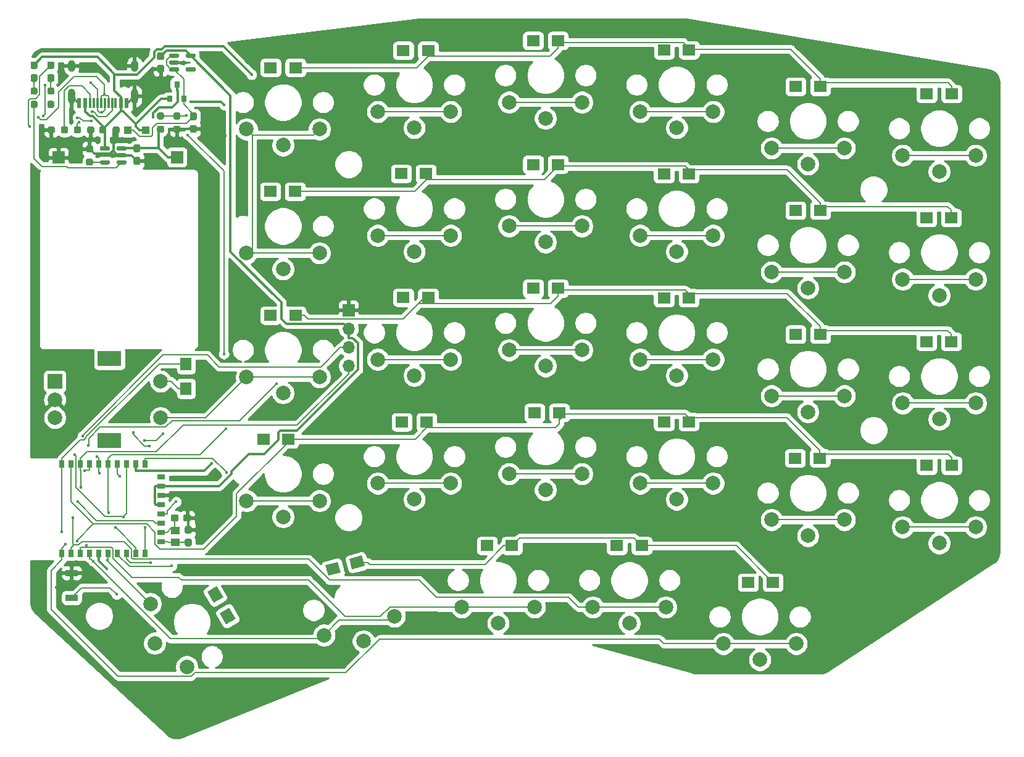
<source format=gtl>
G04 #@! TF.GenerationSoftware,KiCad,Pcbnew,(5.1.8-0-10_14)*
G04 #@! TF.CreationDate,2020-12-13T20:18:22-07:00*
G04 #@! TF.ProjectId,BlueSof,426c7565-536f-4662-9e6b-696361645f70,rev?*
G04 #@! TF.SameCoordinates,Original*
G04 #@! TF.FileFunction,Copper,L1,Top*
G04 #@! TF.FilePolarity,Positive*
%FSLAX46Y46*%
G04 Gerber Fmt 4.6, Leading zero omitted, Abs format (unit mm)*
G04 Created by KiCad (PCBNEW (5.1.8-0-10_14)) date 2020-12-13 20:18:22*
%MOMM*%
%LPD*%
G01*
G04 APERTURE LIST*
G04 #@! TA.AperFunction,ComponentPad*
%ADD10R,1.800000X1.500000*%
G04 #@! TD*
G04 #@! TA.AperFunction,ComponentPad*
%ADD11C,0.100000*%
G04 #@! TD*
G04 #@! TA.AperFunction,ComponentPad*
%ADD12R,1.500000X1.800000*%
G04 #@! TD*
G04 #@! TA.AperFunction,ComponentPad*
%ADD13C,2.000000*%
G04 #@! TD*
G04 #@! TA.AperFunction,ComponentPad*
%ADD14R,2.000000X2.000000*%
G04 #@! TD*
G04 #@! TA.AperFunction,ComponentPad*
%ADD15R,3.200000X2.000000*%
G04 #@! TD*
G04 #@! TA.AperFunction,SMDPad,CuDef*
%ADD16R,0.650000X1.000000*%
G04 #@! TD*
G04 #@! TA.AperFunction,SMDPad,CuDef*
%ADD17R,1.000000X0.650000*%
G04 #@! TD*
G04 #@! TA.AperFunction,ComponentPad*
%ADD18O,1.000000X2.100000*%
G04 #@! TD*
G04 #@! TA.AperFunction,ComponentPad*
%ADD19O,1.000000X1.600000*%
G04 #@! TD*
G04 #@! TA.AperFunction,SMDPad,CuDef*
%ADD20R,0.600000X1.450000*%
G04 #@! TD*
G04 #@! TA.AperFunction,SMDPad,CuDef*
%ADD21R,0.300000X1.450000*%
G04 #@! TD*
G04 #@! TA.AperFunction,ComponentPad*
%ADD22R,1.700000X1.700000*%
G04 #@! TD*
G04 #@! TA.AperFunction,ComponentPad*
%ADD23O,1.700000X1.700000*%
G04 #@! TD*
G04 #@! TA.AperFunction,SMDPad,CuDef*
%ADD24R,1.200000X1.050000*%
G04 #@! TD*
G04 #@! TA.AperFunction,SMDPad,CuDef*
%ADD25R,1.700000X0.900000*%
G04 #@! TD*
G04 #@! TA.AperFunction,SMDPad,CuDef*
%ADD26R,0.800000X0.900000*%
G04 #@! TD*
G04 #@! TA.AperFunction,SMDPad,CuDef*
%ADD27R,1.000000X1.000000*%
G04 #@! TD*
G04 #@! TA.AperFunction,ViaPad*
%ADD28C,0.400000*%
G04 #@! TD*
G04 #@! TA.AperFunction,Conductor*
%ADD29C,0.200000*%
G04 #@! TD*
G04 #@! TA.AperFunction,Conductor*
%ADD30C,0.300000*%
G04 #@! TD*
G04 #@! TA.AperFunction,Conductor*
%ADD31C,0.254000*%
G04 #@! TD*
G04 #@! TA.AperFunction,Conductor*
%ADD32C,0.100000*%
G04 #@! TD*
G04 APERTURE END LIST*
D10*
X185300000Y-120000000D03*
X188700000Y-120000000D03*
X167300000Y-114950000D03*
X170700000Y-114950000D03*
X149500000Y-114950000D03*
X152900000Y-114950000D03*
G04 #@! TA.AperFunction,ComponentPad*
D11*
G36*
X129033145Y-117182610D02*
G01*
X129421374Y-118631499D01*
X127682707Y-119097374D01*
X127294478Y-117648485D01*
X129033145Y-117182610D01*
G37*
G04 #@! TD.AperFunction*
G04 #@! TA.AperFunction,ComponentPad*
G36*
X132317293Y-116302626D02*
G01*
X132705522Y-117751515D01*
X130966855Y-118217390D01*
X130578626Y-116768501D01*
X132317293Y-116302626D01*
G37*
G04 #@! TD.AperFunction*
G04 #@! TA.AperFunction,ComponentPad*
G36*
X113299519Y-122060180D02*
G01*
X112000481Y-122810180D01*
X111100481Y-121251334D01*
X112399519Y-120501334D01*
X113299519Y-122060180D01*
G37*
G04 #@! TD.AperFunction*
G04 #@! TA.AperFunction,ComponentPad*
G36*
X114999519Y-125004666D02*
G01*
X113700481Y-125754666D01*
X112800481Y-124195820D01*
X114099519Y-123445820D01*
X114999519Y-125004666D01*
G37*
G04 #@! TD.AperFunction*
D12*
X108200000Y-93400000D03*
X108200000Y-90000000D03*
D10*
X209800000Y-103950000D03*
X213200000Y-103950000D03*
X191750000Y-102950000D03*
X195150000Y-102950000D03*
X173750000Y-97950000D03*
X177150000Y-97950000D03*
X156000000Y-96700000D03*
X159400000Y-96700000D03*
X137800000Y-98000000D03*
X141200000Y-98000000D03*
X118800000Y-100350000D03*
X122200000Y-100350000D03*
X209750000Y-86950000D03*
X213150000Y-86950000D03*
X191800000Y-85950000D03*
X195200000Y-85950000D03*
X173750000Y-80950000D03*
X177150000Y-80950000D03*
X155800000Y-79650000D03*
X159200000Y-79650000D03*
X138000000Y-80900000D03*
X141400000Y-80900000D03*
X119800000Y-83350000D03*
X123200000Y-83350000D03*
X209750000Y-69950000D03*
X213150000Y-69950000D03*
X191800000Y-68950000D03*
X195200000Y-68950000D03*
X173750000Y-63950000D03*
X177150000Y-63950000D03*
X155800000Y-62650000D03*
X159200000Y-62650000D03*
X137700000Y-63900000D03*
X141100000Y-63900000D03*
X119750000Y-66350000D03*
X123150000Y-66350000D03*
X209800000Y-52950000D03*
X213200000Y-52950000D03*
X191800000Y-51950000D03*
X195200000Y-51950000D03*
X173800000Y-46950000D03*
X177200000Y-46950000D03*
X155800000Y-45650000D03*
X159200000Y-45650000D03*
X138000000Y-47000000D03*
X141400000Y-47000000D03*
X119800000Y-49350000D03*
X123200000Y-49350000D03*
D13*
X103890450Y-128350000D03*
X103295706Y-122919873D03*
X108295706Y-131580127D03*
X169000000Y-125600000D03*
X164000000Y-123400000D03*
X174000000Y-123400000D03*
X186900000Y-130600000D03*
X181900000Y-128400000D03*
X191900000Y-128400000D03*
D14*
X90200000Y-92400000D03*
D13*
X90200000Y-94900000D03*
X90200000Y-97400000D03*
D15*
X97700000Y-89300000D03*
X97700000Y-100500000D03*
D13*
X104700000Y-92400000D03*
X104700000Y-97400000D03*
D16*
X102600000Y-116019000D03*
X101330000Y-116019000D03*
X100060000Y-116019000D03*
X98790000Y-116019000D03*
X97520000Y-116019000D03*
X96250000Y-116019000D03*
X94980000Y-116019000D03*
X93710000Y-116019000D03*
X92440000Y-116019000D03*
X91170000Y-116019000D03*
X98790000Y-103781000D03*
X91170000Y-103781000D03*
X97520000Y-103781000D03*
X92440000Y-103781000D03*
X93710000Y-103781000D03*
X94980000Y-103781000D03*
X100060000Y-103781000D03*
X96250000Y-103781000D03*
X101330000Y-103781000D03*
X102600000Y-103781000D03*
D17*
X104819000Y-106750000D03*
X104819000Y-114370000D03*
X104819000Y-108020000D03*
X104819000Y-113100000D03*
X104819000Y-111830000D03*
X104819000Y-110560000D03*
X104819000Y-105480000D03*
X104819000Y-109290000D03*
D18*
X101120000Y-53280000D03*
X92480000Y-53280000D03*
D19*
X92480000Y-49100000D03*
X101120000Y-49100000D03*
D20*
X93550000Y-54195000D03*
X94350000Y-54195000D03*
X99250000Y-54195000D03*
X100050000Y-54195000D03*
X100050000Y-54195000D03*
X99250000Y-54195000D03*
X94350000Y-54195000D03*
X93550000Y-54195000D03*
D21*
X98550000Y-54195000D03*
X98050000Y-54195000D03*
X97550000Y-54195000D03*
X96550000Y-54195000D03*
X96050000Y-54195000D03*
X95550000Y-54195000D03*
X95050000Y-54195000D03*
X97050000Y-54195000D03*
D18*
X92480000Y-53280000D03*
X101120000Y-53280000D03*
D19*
X101120000Y-49100000D03*
X92480000Y-49100000D03*
D22*
X90700000Y-61700000D03*
X106950000Y-61650000D03*
D23*
X130500000Y-90270000D03*
X130500000Y-87730000D03*
X130500000Y-85190000D03*
D22*
X130500000Y-82650000D03*
D24*
X106700000Y-114525000D03*
X106700000Y-112875000D03*
G04 #@! TA.AperFunction,SMDPad,CuDef*
G36*
G01*
X108175000Y-47850000D02*
X108175000Y-47550000D01*
G75*
G02*
X108325000Y-47400000I150000J0D01*
G01*
X109350000Y-47400000D01*
G75*
G02*
X109500000Y-47550000I0J-150000D01*
G01*
X109500000Y-47850000D01*
G75*
G02*
X109350000Y-48000000I-150000J0D01*
G01*
X108325000Y-48000000D01*
G75*
G02*
X108175000Y-47850000I0J150000D01*
G01*
G37*
G04 #@! TD.AperFunction*
G04 #@! TA.AperFunction,SMDPad,CuDef*
G36*
G01*
X108175000Y-49750000D02*
X108175000Y-49450000D01*
G75*
G02*
X108325000Y-49300000I150000J0D01*
G01*
X109350000Y-49300000D01*
G75*
G02*
X109500000Y-49450000I0J-150000D01*
G01*
X109500000Y-49750000D01*
G75*
G02*
X109350000Y-49900000I-150000J0D01*
G01*
X108325000Y-49900000D01*
G75*
G02*
X108175000Y-49750000I0J150000D01*
G01*
G37*
G04 #@! TD.AperFunction*
G04 #@! TA.AperFunction,SMDPad,CuDef*
G36*
G01*
X105900000Y-49750000D02*
X105900000Y-49450000D01*
G75*
G02*
X106050000Y-49300000I150000J0D01*
G01*
X107075000Y-49300000D01*
G75*
G02*
X107225000Y-49450000I0J-150000D01*
G01*
X107225000Y-49750000D01*
G75*
G02*
X107075000Y-49900000I-150000J0D01*
G01*
X106050000Y-49900000D01*
G75*
G02*
X105900000Y-49750000I0J150000D01*
G01*
G37*
G04 #@! TD.AperFunction*
G04 #@! TA.AperFunction,SMDPad,CuDef*
G36*
G01*
X105900000Y-48800000D02*
X105900000Y-48500000D01*
G75*
G02*
X106050000Y-48350000I150000J0D01*
G01*
X107075000Y-48350000D01*
G75*
G02*
X107225000Y-48500000I0J-150000D01*
G01*
X107225000Y-48800000D01*
G75*
G02*
X107075000Y-48950000I-150000J0D01*
G01*
X106050000Y-48950000D01*
G75*
G02*
X105900000Y-48800000I0J150000D01*
G01*
G37*
G04 #@! TD.AperFunction*
G04 #@! TA.AperFunction,SMDPad,CuDef*
G36*
G01*
X105900000Y-47850000D02*
X105900000Y-47550000D01*
G75*
G02*
X106050000Y-47400000I150000J0D01*
G01*
X107075000Y-47400000D01*
G75*
G02*
X107225000Y-47550000I0J-150000D01*
G01*
X107225000Y-47850000D01*
G75*
G02*
X107075000Y-48000000I-150000J0D01*
G01*
X106050000Y-48000000D01*
G75*
G02*
X105900000Y-47850000I0J150000D01*
G01*
G37*
G04 #@! TD.AperFunction*
G04 #@! TA.AperFunction,SMDPad,CuDef*
G36*
G01*
X97725000Y-62200000D02*
X97725000Y-62500000D01*
G75*
G02*
X97575000Y-62650000I-150000J0D01*
G01*
X96550000Y-62650000D01*
G75*
G02*
X96400000Y-62500000I0J150000D01*
G01*
X96400000Y-62200000D01*
G75*
G02*
X96550000Y-62050000I150000J0D01*
G01*
X97575000Y-62050000D01*
G75*
G02*
X97725000Y-62200000I0J-150000D01*
G01*
G37*
G04 #@! TD.AperFunction*
G04 #@! TA.AperFunction,SMDPad,CuDef*
G36*
G01*
X97725000Y-60300000D02*
X97725000Y-60600000D01*
G75*
G02*
X97575000Y-60750000I-150000J0D01*
G01*
X96550000Y-60750000D01*
G75*
G02*
X96400000Y-60600000I0J150000D01*
G01*
X96400000Y-60300000D01*
G75*
G02*
X96550000Y-60150000I150000J0D01*
G01*
X97575000Y-60150000D01*
G75*
G02*
X97725000Y-60300000I0J-150000D01*
G01*
G37*
G04 #@! TD.AperFunction*
G04 #@! TA.AperFunction,SMDPad,CuDef*
G36*
G01*
X100000000Y-60300000D02*
X100000000Y-60600000D01*
G75*
G02*
X99850000Y-60750000I-150000J0D01*
G01*
X98825000Y-60750000D01*
G75*
G02*
X98675000Y-60600000I0J150000D01*
G01*
X98675000Y-60300000D01*
G75*
G02*
X98825000Y-60150000I150000J0D01*
G01*
X99850000Y-60150000D01*
G75*
G02*
X100000000Y-60300000I0J-150000D01*
G01*
G37*
G04 #@! TD.AperFunction*
G04 #@! TA.AperFunction,SMDPad,CuDef*
G36*
G01*
X100000000Y-61250000D02*
X100000000Y-61550000D01*
G75*
G02*
X99850000Y-61700000I-150000J0D01*
G01*
X98825000Y-61700000D01*
G75*
G02*
X98675000Y-61550000I0J150000D01*
G01*
X98675000Y-61250000D01*
G75*
G02*
X98825000Y-61100000I150000J0D01*
G01*
X99850000Y-61100000D01*
G75*
G02*
X100000000Y-61250000I0J-150000D01*
G01*
G37*
G04 #@! TD.AperFunction*
G04 #@! TA.AperFunction,SMDPad,CuDef*
G36*
G01*
X100000000Y-62200000D02*
X100000000Y-62500000D01*
G75*
G02*
X99850000Y-62650000I-150000J0D01*
G01*
X98825000Y-62650000D01*
G75*
G02*
X98675000Y-62500000I0J150000D01*
G01*
X98675000Y-62200000D01*
G75*
G02*
X98825000Y-62050000I150000J0D01*
G01*
X99850000Y-62050000D01*
G75*
G02*
X100000000Y-62200000I0J-150000D01*
G01*
G37*
G04 #@! TD.AperFunction*
D25*
X92500000Y-118700000D03*
X92500000Y-122100000D03*
G04 #@! TA.AperFunction,SMDPad,CuDef*
G36*
G01*
X98125000Y-58137500D02*
X98125000Y-57662500D01*
G75*
G02*
X98362500Y-57425000I237500J0D01*
G01*
X98862500Y-57425000D01*
G75*
G02*
X99100000Y-57662500I0J-237500D01*
G01*
X99100000Y-58137500D01*
G75*
G02*
X98862500Y-58375000I-237500J0D01*
G01*
X98362500Y-58375000D01*
G75*
G02*
X98125000Y-58137500I0J237500D01*
G01*
G37*
G04 #@! TD.AperFunction*
G04 #@! TA.AperFunction,SMDPad,CuDef*
G36*
G01*
X96300000Y-58137500D02*
X96300000Y-57662500D01*
G75*
G02*
X96537500Y-57425000I237500J0D01*
G01*
X97037500Y-57425000D01*
G75*
G02*
X97275000Y-57662500I0J-237500D01*
G01*
X97275000Y-58137500D01*
G75*
G02*
X97037500Y-58375000I-237500J0D01*
G01*
X96537500Y-58375000D01*
G75*
G02*
X96300000Y-58137500I0J237500D01*
G01*
G37*
G04 #@! TD.AperFunction*
G04 #@! TA.AperFunction,SMDPad,CuDef*
G36*
G01*
X90187500Y-57662500D02*
X90187500Y-58137500D01*
G75*
G02*
X89950000Y-58375000I-237500J0D01*
G01*
X89450000Y-58375000D01*
G75*
G02*
X89212500Y-58137500I0J237500D01*
G01*
X89212500Y-57662500D01*
G75*
G02*
X89450000Y-57425000I237500J0D01*
G01*
X89950000Y-57425000D01*
G75*
G02*
X90187500Y-57662500I0J-237500D01*
G01*
G37*
G04 #@! TD.AperFunction*
G04 #@! TA.AperFunction,SMDPad,CuDef*
G36*
G01*
X92012500Y-57662500D02*
X92012500Y-58137500D01*
G75*
G02*
X91775000Y-58375000I-237500J0D01*
G01*
X91275000Y-58375000D01*
G75*
G02*
X91037500Y-58137500I0J237500D01*
G01*
X91037500Y-57662500D01*
G75*
G02*
X91275000Y-57425000I237500J0D01*
G01*
X91775000Y-57425000D01*
G75*
G02*
X92012500Y-57662500I0J-237500D01*
G01*
G37*
G04 #@! TD.AperFunction*
G04 #@! TA.AperFunction,SMDPad,CuDef*
G36*
G01*
X94625000Y-58137500D02*
X94625000Y-57662500D01*
G75*
G02*
X94862500Y-57425000I237500J0D01*
G01*
X95362500Y-57425000D01*
G75*
G02*
X95600000Y-57662500I0J-237500D01*
G01*
X95600000Y-58137500D01*
G75*
G02*
X95362500Y-58375000I-237500J0D01*
G01*
X94862500Y-58375000D01*
G75*
G02*
X94625000Y-58137500I0J237500D01*
G01*
G37*
G04 #@! TD.AperFunction*
G04 #@! TA.AperFunction,SMDPad,CuDef*
G36*
G01*
X92800000Y-58137500D02*
X92800000Y-57662500D01*
G75*
G02*
X93037500Y-57425000I237500J0D01*
G01*
X93537500Y-57425000D01*
G75*
G02*
X93775000Y-57662500I0J-237500D01*
G01*
X93775000Y-58137500D01*
G75*
G02*
X93537500Y-58375000I-237500J0D01*
G01*
X93037500Y-58375000D01*
G75*
G02*
X92800000Y-58137500I0J237500D01*
G01*
G37*
G04 #@! TD.AperFunction*
G04 #@! TA.AperFunction,SMDPad,CuDef*
G36*
G01*
X89412500Y-53912500D02*
X89887500Y-53912500D01*
G75*
G02*
X90125000Y-54150000I0J-237500D01*
G01*
X90125000Y-54650000D01*
G75*
G02*
X89887500Y-54887500I-237500J0D01*
G01*
X89412500Y-54887500D01*
G75*
G02*
X89175000Y-54650000I0J237500D01*
G01*
X89175000Y-54150000D01*
G75*
G02*
X89412500Y-53912500I237500J0D01*
G01*
G37*
G04 #@! TD.AperFunction*
G04 #@! TA.AperFunction,SMDPad,CuDef*
G36*
G01*
X89412500Y-52087500D02*
X89887500Y-52087500D01*
G75*
G02*
X90125000Y-52325000I0J-237500D01*
G01*
X90125000Y-52825000D01*
G75*
G02*
X89887500Y-53062500I-237500J0D01*
G01*
X89412500Y-53062500D01*
G75*
G02*
X89175000Y-52825000I0J237500D01*
G01*
X89175000Y-52325000D01*
G75*
G02*
X89412500Y-52087500I237500J0D01*
G01*
G37*
G04 #@! TD.AperFunction*
G04 #@! TA.AperFunction,SMDPad,CuDef*
G36*
G01*
X106712500Y-57325000D02*
X107187500Y-57325000D01*
G75*
G02*
X107425000Y-57562500I0J-237500D01*
G01*
X107425000Y-58062500D01*
G75*
G02*
X107187500Y-58300000I-237500J0D01*
G01*
X106712500Y-58300000D01*
G75*
G02*
X106475000Y-58062500I0J237500D01*
G01*
X106475000Y-57562500D01*
G75*
G02*
X106712500Y-57325000I237500J0D01*
G01*
G37*
G04 #@! TD.AperFunction*
G04 #@! TA.AperFunction,SMDPad,CuDef*
G36*
G01*
X106712500Y-55500000D02*
X107187500Y-55500000D01*
G75*
G02*
X107425000Y-55737500I0J-237500D01*
G01*
X107425000Y-56237500D01*
G75*
G02*
X107187500Y-56475000I-237500J0D01*
G01*
X106712500Y-56475000D01*
G75*
G02*
X106475000Y-56237500I0J237500D01*
G01*
X106475000Y-55737500D01*
G75*
G02*
X106712500Y-55500000I237500J0D01*
G01*
G37*
G04 #@! TD.AperFunction*
G04 #@! TA.AperFunction,SMDPad,CuDef*
G36*
G01*
X104937500Y-56475000D02*
X104462500Y-56475000D01*
G75*
G02*
X104225000Y-56237500I0J237500D01*
G01*
X104225000Y-55737500D01*
G75*
G02*
X104462500Y-55500000I237500J0D01*
G01*
X104937500Y-55500000D01*
G75*
G02*
X105175000Y-55737500I0J-237500D01*
G01*
X105175000Y-56237500D01*
G75*
G02*
X104937500Y-56475000I-237500J0D01*
G01*
G37*
G04 #@! TD.AperFunction*
G04 #@! TA.AperFunction,SMDPad,CuDef*
G36*
G01*
X104937500Y-58300000D02*
X104462500Y-58300000D01*
G75*
G02*
X104225000Y-58062500I0J237500D01*
G01*
X104225000Y-57562500D01*
G75*
G02*
X104462500Y-57325000I237500J0D01*
G01*
X104937500Y-57325000D01*
G75*
G02*
X105175000Y-57562500I0J-237500D01*
G01*
X105175000Y-58062500D01*
G75*
G02*
X104937500Y-58300000I-237500J0D01*
G01*
G37*
G04 #@! TD.AperFunction*
G04 #@! TA.AperFunction,SMDPad,CuDef*
G36*
G01*
X95187500Y-60975000D02*
X94712500Y-60975000D01*
G75*
G02*
X94475000Y-60737500I0J237500D01*
G01*
X94475000Y-60237500D01*
G75*
G02*
X94712500Y-60000000I237500J0D01*
G01*
X95187500Y-60000000D01*
G75*
G02*
X95425000Y-60237500I0J-237500D01*
G01*
X95425000Y-60737500D01*
G75*
G02*
X95187500Y-60975000I-237500J0D01*
G01*
G37*
G04 #@! TD.AperFunction*
G04 #@! TA.AperFunction,SMDPad,CuDef*
G36*
G01*
X95187500Y-62800000D02*
X94712500Y-62800000D01*
G75*
G02*
X94475000Y-62562500I0J237500D01*
G01*
X94475000Y-62062500D01*
G75*
G02*
X94712500Y-61825000I237500J0D01*
G01*
X95187500Y-61825000D01*
G75*
G02*
X95425000Y-62062500I0J-237500D01*
G01*
X95425000Y-62562500D01*
G75*
G02*
X95187500Y-62800000I-237500J0D01*
G01*
G37*
G04 #@! TD.AperFunction*
G04 #@! TA.AperFunction,SMDPad,CuDef*
G36*
G01*
X87112500Y-53912500D02*
X87587500Y-53912500D01*
G75*
G02*
X87825000Y-54150000I0J-237500D01*
G01*
X87825000Y-54650000D01*
G75*
G02*
X87587500Y-54887500I-237500J0D01*
G01*
X87112500Y-54887500D01*
G75*
G02*
X86875000Y-54650000I0J237500D01*
G01*
X86875000Y-54150000D01*
G75*
G02*
X87112500Y-53912500I237500J0D01*
G01*
G37*
G04 #@! TD.AperFunction*
G04 #@! TA.AperFunction,SMDPad,CuDef*
G36*
G01*
X87112500Y-52087500D02*
X87587500Y-52087500D01*
G75*
G02*
X87825000Y-52325000I0J-237500D01*
G01*
X87825000Y-52825000D01*
G75*
G02*
X87587500Y-53062500I-237500J0D01*
G01*
X87112500Y-53062500D01*
G75*
G02*
X86875000Y-52825000I0J237500D01*
G01*
X86875000Y-52325000D01*
G75*
G02*
X87112500Y-52087500I237500J0D01*
G01*
G37*
G04 #@! TD.AperFunction*
D26*
X106950000Y-51650000D03*
X107900000Y-53650000D03*
X106000000Y-53650000D03*
D27*
X102700000Y-57900000D03*
X100200000Y-57900000D03*
G04 #@! TA.AperFunction,SMDPad,CuDef*
G36*
G01*
X89887500Y-49550000D02*
X89412500Y-49550000D01*
G75*
G02*
X89175000Y-49312500I0J237500D01*
G01*
X89175000Y-48737500D01*
G75*
G02*
X89412500Y-48500000I237500J0D01*
G01*
X89887500Y-48500000D01*
G75*
G02*
X90125000Y-48737500I0J-237500D01*
G01*
X90125000Y-49312500D01*
G75*
G02*
X89887500Y-49550000I-237500J0D01*
G01*
G37*
G04 #@! TD.AperFunction*
G04 #@! TA.AperFunction,SMDPad,CuDef*
G36*
G01*
X89887500Y-51300000D02*
X89412500Y-51300000D01*
G75*
G02*
X89175000Y-51062500I0J237500D01*
G01*
X89175000Y-50487500D01*
G75*
G02*
X89412500Y-50250000I237500J0D01*
G01*
X89887500Y-50250000D01*
G75*
G02*
X90125000Y-50487500I0J-237500D01*
G01*
X90125000Y-51062500D01*
G75*
G02*
X89887500Y-51300000I-237500J0D01*
G01*
G37*
G04 #@! TD.AperFunction*
G04 #@! TA.AperFunction,SMDPad,CuDef*
G36*
G01*
X87587500Y-49550000D02*
X87112500Y-49550000D01*
G75*
G02*
X86875000Y-49312500I0J237500D01*
G01*
X86875000Y-48737500D01*
G75*
G02*
X87112500Y-48500000I237500J0D01*
G01*
X87587500Y-48500000D01*
G75*
G02*
X87825000Y-48737500I0J-237500D01*
G01*
X87825000Y-49312500D01*
G75*
G02*
X87587500Y-49550000I-237500J0D01*
G01*
G37*
G04 #@! TD.AperFunction*
G04 #@! TA.AperFunction,SMDPad,CuDef*
G36*
G01*
X87587500Y-51300000D02*
X87112500Y-51300000D01*
G75*
G02*
X86875000Y-51062500I0J237500D01*
G01*
X86875000Y-50487500D01*
G75*
G02*
X87112500Y-50250000I237500J0D01*
G01*
X87587500Y-50250000D01*
G75*
G02*
X87825000Y-50487500I0J-237500D01*
G01*
X87825000Y-51062500D01*
G75*
G02*
X87587500Y-51300000I-237500J0D01*
G01*
G37*
G04 #@! TD.AperFunction*
G04 #@! TA.AperFunction,SMDPad,CuDef*
G36*
G01*
X108962500Y-57225000D02*
X109437500Y-57225000D01*
G75*
G02*
X109675000Y-57462500I0J-237500D01*
G01*
X109675000Y-58062500D01*
G75*
G02*
X109437500Y-58300000I-237500J0D01*
G01*
X108962500Y-58300000D01*
G75*
G02*
X108725000Y-58062500I0J237500D01*
G01*
X108725000Y-57462500D01*
G75*
G02*
X108962500Y-57225000I237500J0D01*
G01*
G37*
G04 #@! TD.AperFunction*
G04 #@! TA.AperFunction,SMDPad,CuDef*
G36*
G01*
X108962500Y-55500000D02*
X109437500Y-55500000D01*
G75*
G02*
X109675000Y-55737500I0J-237500D01*
G01*
X109675000Y-56337500D01*
G75*
G02*
X109437500Y-56575000I-237500J0D01*
G01*
X108962500Y-56575000D01*
G75*
G02*
X108725000Y-56337500I0J237500D01*
G01*
X108725000Y-55737500D01*
G75*
G02*
X108962500Y-55500000I237500J0D01*
G01*
G37*
G04 #@! TD.AperFunction*
G04 #@! TA.AperFunction,SMDPad,CuDef*
G36*
G01*
X101212500Y-61612500D02*
X101687500Y-61612500D01*
G75*
G02*
X101925000Y-61850000I0J-237500D01*
G01*
X101925000Y-62450000D01*
G75*
G02*
X101687500Y-62687500I-237500J0D01*
G01*
X101212500Y-62687500D01*
G75*
G02*
X100975000Y-62450000I0J237500D01*
G01*
X100975000Y-61850000D01*
G75*
G02*
X101212500Y-61612500I237500J0D01*
G01*
G37*
G04 #@! TD.AperFunction*
G04 #@! TA.AperFunction,SMDPad,CuDef*
G36*
G01*
X101212500Y-59887500D02*
X101687500Y-59887500D01*
G75*
G02*
X101925000Y-60125000I0J-237500D01*
G01*
X101925000Y-60725000D01*
G75*
G02*
X101687500Y-60962500I-237500J0D01*
G01*
X101212500Y-60962500D01*
G75*
G02*
X100975000Y-60725000I0J237500D01*
G01*
X100975000Y-60125000D01*
G75*
G02*
X101212500Y-59887500I237500J0D01*
G01*
G37*
G04 #@! TD.AperFunction*
G04 #@! TA.AperFunction,SMDPad,CuDef*
G36*
G01*
X108262500Y-113975000D02*
X108737500Y-113975000D01*
G75*
G02*
X108975000Y-114212500I0J-237500D01*
G01*
X108975000Y-114812500D01*
G75*
G02*
X108737500Y-115050000I-237500J0D01*
G01*
X108262500Y-115050000D01*
G75*
G02*
X108025000Y-114812500I0J237500D01*
G01*
X108025000Y-114212500D01*
G75*
G02*
X108262500Y-113975000I237500J0D01*
G01*
G37*
G04 #@! TD.AperFunction*
G04 #@! TA.AperFunction,SMDPad,CuDef*
G36*
G01*
X108262500Y-112250000D02*
X108737500Y-112250000D01*
G75*
G02*
X108975000Y-112487500I0J-237500D01*
G01*
X108975000Y-113087500D01*
G75*
G02*
X108737500Y-113325000I-237500J0D01*
G01*
X108262500Y-113325000D01*
G75*
G02*
X108025000Y-113087500I0J237500D01*
G01*
X108025000Y-112487500D01*
G75*
G02*
X108262500Y-112250000I237500J0D01*
G01*
G37*
G04 #@! TD.AperFunction*
G04 #@! TA.AperFunction,SMDPad,CuDef*
G36*
G01*
X107175000Y-110912500D02*
X107175000Y-111387500D01*
G75*
G02*
X106937500Y-111625000I-237500J0D01*
G01*
X106337500Y-111625000D01*
G75*
G02*
X106100000Y-111387500I0J237500D01*
G01*
X106100000Y-110912500D01*
G75*
G02*
X106337500Y-110675000I237500J0D01*
G01*
X106937500Y-110675000D01*
G75*
G02*
X107175000Y-110912500I0J-237500D01*
G01*
G37*
G04 #@! TD.AperFunction*
G04 #@! TA.AperFunction,SMDPad,CuDef*
G36*
G01*
X108900000Y-110912500D02*
X108900000Y-111387500D01*
G75*
G02*
X108662500Y-111625000I-237500J0D01*
G01*
X108062500Y-111625000D01*
G75*
G02*
X107825000Y-111387500I0J237500D01*
G01*
X107825000Y-110912500D01*
G75*
G02*
X108062500Y-110675000I237500J0D01*
G01*
X108662500Y-110675000D01*
G75*
G02*
X108900000Y-110912500I0J-237500D01*
G01*
G37*
G04 #@! TD.AperFunction*
G04 #@! TA.AperFunction,SMDPad,CuDef*
G36*
G01*
X104462500Y-48975000D02*
X104937500Y-48975000D01*
G75*
G02*
X105175000Y-49212500I0J-237500D01*
G01*
X105175000Y-49812500D01*
G75*
G02*
X104937500Y-50050000I-237500J0D01*
G01*
X104462500Y-50050000D01*
G75*
G02*
X104225000Y-49812500I0J237500D01*
G01*
X104225000Y-49212500D01*
G75*
G02*
X104462500Y-48975000I237500J0D01*
G01*
G37*
G04 #@! TD.AperFunction*
G04 #@! TA.AperFunction,SMDPad,CuDef*
G36*
G01*
X104462500Y-47250000D02*
X104937500Y-47250000D01*
G75*
G02*
X105175000Y-47487500I0J-237500D01*
G01*
X105175000Y-48087500D01*
G75*
G02*
X104937500Y-48325000I-237500J0D01*
G01*
X104462500Y-48325000D01*
G75*
G02*
X104225000Y-48087500I0J237500D01*
G01*
X104225000Y-47487500D01*
G75*
G02*
X104462500Y-47250000I237500J0D01*
G01*
G37*
G04 #@! TD.AperFunction*
D13*
X151000000Y-125600000D03*
X146000000Y-123400000D03*
X156000000Y-123400000D03*
X132527032Y-128068962D03*
X127128001Y-127238021D03*
X136787260Y-124649830D03*
X211500000Y-114600000D03*
X206500000Y-112400000D03*
X216500000Y-112400000D03*
X193500000Y-113600000D03*
X188500000Y-111400000D03*
X198500000Y-111400000D03*
X175500000Y-108600000D03*
X170500000Y-106400000D03*
X180500000Y-106400000D03*
X157500000Y-107300000D03*
X152500000Y-105100000D03*
X162500000Y-105100000D03*
X139500000Y-108600000D03*
X134500000Y-106400000D03*
X144500000Y-106400000D03*
X121500000Y-111000000D03*
X116500000Y-108800000D03*
X126500000Y-108800000D03*
X211500000Y-97600000D03*
X206500000Y-95400000D03*
X216500000Y-95400000D03*
X193500000Y-96600000D03*
X188500000Y-94400000D03*
X198500000Y-94400000D03*
X175500000Y-91600000D03*
X170500000Y-89400000D03*
X180500000Y-89400000D03*
X157500000Y-90300000D03*
X152500000Y-88100000D03*
X162500000Y-88100000D03*
X139500000Y-91600000D03*
X134500000Y-89400000D03*
X144500000Y-89400000D03*
X121500000Y-94000000D03*
X116500000Y-91800000D03*
X126500000Y-91800000D03*
X211500000Y-80600000D03*
X206500000Y-78400000D03*
X216500000Y-78400000D03*
X193500000Y-79600000D03*
X188500000Y-77400000D03*
X198500000Y-77400000D03*
X175500000Y-74600000D03*
X170500000Y-72400000D03*
X180500000Y-72400000D03*
X157500000Y-73300000D03*
X152500000Y-71100000D03*
X162500000Y-71100000D03*
X139500000Y-74600000D03*
X134500000Y-72400000D03*
X144500000Y-72400000D03*
X121500000Y-77000000D03*
X116500000Y-74800000D03*
X126500000Y-74800000D03*
X211500000Y-63600000D03*
X206500000Y-61400000D03*
X216500000Y-61400000D03*
X193500000Y-62600000D03*
X188500000Y-60400000D03*
X198500000Y-60400000D03*
X175500000Y-57600000D03*
X170500000Y-55400000D03*
X180500000Y-55400000D03*
X157500000Y-56300000D03*
X152500000Y-54100000D03*
X162500000Y-54100000D03*
X139500000Y-57600000D03*
X134500000Y-55400000D03*
X144500000Y-55400000D03*
X121500000Y-60000000D03*
X116500000Y-57800000D03*
X126500000Y-57800000D03*
D28*
X91137100Y-113049400D03*
X106834500Y-108927200D03*
X113671100Y-98918200D03*
X97577600Y-110404900D03*
X95994300Y-102756800D03*
X94818800Y-101228300D03*
X120572500Y-92755100D03*
X96314300Y-105038000D03*
X93238300Y-114366400D03*
X92450000Y-118700000D03*
X111850000Y-105400000D03*
X93000000Y-59400000D03*
X103750000Y-61400000D03*
X88500000Y-61800000D03*
X88100000Y-63550000D03*
X92600000Y-99000000D03*
X110800000Y-108300000D03*
X97300000Y-118100000D03*
X102000000Y-89900000D03*
X120000000Y-123500000D03*
X115800000Y-118100000D03*
X120300000Y-97200000D03*
X115900000Y-66200000D03*
X113600000Y-58700000D03*
X109800000Y-105500000D03*
X113300000Y-111800000D03*
X106950000Y-57812500D03*
X106537500Y-48675000D03*
X89787500Y-57900000D03*
X89600000Y-54400000D03*
X98624500Y-57900000D03*
X105700000Y-94400000D03*
X138600000Y-118400000D03*
X89000000Y-100900000D03*
X101800000Y-96100000D03*
X106700000Y-129700000D03*
X105200000Y-124300000D03*
X106000000Y-126100000D03*
X90400000Y-120700000D03*
X113200000Y-134600000D03*
X158600000Y-126000000D03*
X91674100Y-114775900D03*
X92682900Y-111082700D03*
X94497700Y-114932400D03*
X95437100Y-117094100D03*
X97382000Y-116956500D03*
X106245900Y-117747300D03*
X103714400Y-56188500D03*
X107023400Y-52595000D03*
X111713700Y-103666300D03*
X117190300Y-50318500D03*
X93510600Y-56841700D03*
X95259100Y-55426300D03*
X99633100Y-110983600D03*
X92886300Y-102443800D03*
X87924300Y-56150000D03*
X96982500Y-53024100D03*
X99117300Y-105423600D03*
X88577400Y-55973500D03*
X88820700Y-51746600D03*
X95100000Y-51400000D03*
X96638700Y-55502600D03*
X93750900Y-106937100D03*
X103367200Y-117331600D03*
X113391600Y-88643000D03*
X108424800Y-58580200D03*
X108267500Y-55931700D03*
X103200200Y-101255100D03*
X100960500Y-99449100D03*
X102547300Y-112479600D03*
X98476700Y-112468100D03*
X113716700Y-104924400D03*
X98675500Y-121633700D03*
X113434700Y-54468700D03*
X108831800Y-54001800D03*
X94305000Y-104713800D03*
X93984400Y-99944000D03*
X93293800Y-56234400D03*
X95242100Y-56705700D03*
X102454900Y-100502100D03*
X105069400Y-99572600D03*
X93325400Y-108946400D03*
X86730000Y-57394900D03*
D29*
X91170000Y-103781000D02*
X91170000Y-113016500D01*
X91170000Y-113016500D02*
X91137100Y-113049400D01*
X91170000Y-103380800D02*
X91170000Y-103781000D01*
X91170000Y-102980700D02*
X93706400Y-100444300D01*
X93706400Y-100444300D02*
X94191700Y-100444300D01*
X94191700Y-100444300D02*
X94484700Y-100151300D01*
X94484700Y-100151300D02*
X94484700Y-100003200D01*
X94484700Y-100003200D02*
X104487900Y-90000000D01*
X104487900Y-90000000D02*
X107149700Y-90000000D01*
X91170000Y-103380800D02*
X91170000Y-102980700D01*
X108200000Y-90000000D02*
X107149700Y-90000000D01*
X183650000Y-114950000D02*
X170700000Y-114950000D01*
X188700000Y-120000000D02*
X183650000Y-114950000D01*
X153950001Y-113899999D02*
X152900000Y-114950000D01*
X169649999Y-113899999D02*
X153950001Y-113899999D01*
X170700000Y-114950000D02*
X169649999Y-113899999D01*
X151800000Y-114950000D02*
X149248165Y-117501835D01*
X152900000Y-114950000D02*
X151800000Y-114950000D01*
X133156338Y-117260008D02*
X133398165Y-117501835D01*
X131642074Y-117260008D02*
X133156338Y-117260008D01*
X133398165Y-117501835D02*
X133387531Y-117501835D01*
X149248165Y-117501835D02*
X133398165Y-117501835D01*
X213200000Y-52950000D02*
X213200000Y-51899700D01*
X195200000Y-51424800D02*
X212725100Y-51424800D01*
X212725100Y-51424800D02*
X213200000Y-51899700D01*
X195200000Y-51424800D02*
X195200000Y-50899700D01*
X195200000Y-51950000D02*
X195200000Y-51424800D01*
X177200000Y-46818700D02*
X191119000Y-46818700D01*
X191119000Y-46818700D02*
X195200000Y-50899700D01*
X177200000Y-46818700D02*
X177200000Y-46687400D01*
X177200000Y-46950000D02*
X177200000Y-46818700D01*
X159200000Y-45874900D02*
X176387500Y-45874900D01*
X176387500Y-45874900D02*
X177200000Y-46687400D01*
X159200000Y-45874900D02*
X159200000Y-46700300D01*
X159200000Y-45650000D02*
X159200000Y-45874900D01*
X141400000Y-47774900D02*
X158125400Y-47774900D01*
X158125400Y-47774900D02*
X159200000Y-46700300D01*
X141400000Y-47700000D02*
X141400000Y-47774900D01*
X104819000Y-110560000D02*
X105619300Y-110560000D01*
X105619300Y-110560000D02*
X105619300Y-110142400D01*
X105619300Y-110142400D02*
X106834500Y-108927200D01*
X139824900Y-49350000D02*
X123200000Y-49350000D01*
X141400000Y-47774900D02*
X139824900Y-49350000D01*
X141400000Y-47000000D02*
X141400000Y-47774900D01*
X141200000Y-64700000D02*
X157374900Y-64700000D01*
X157374900Y-64700000D02*
X159200000Y-62874900D01*
X213150000Y-69950000D02*
X213150000Y-68899700D01*
X195200000Y-68424800D02*
X212675100Y-68424800D01*
X212675100Y-68424800D02*
X213150000Y-68899700D01*
X195200000Y-68424800D02*
X195200000Y-67899700D01*
X195200000Y-68950000D02*
X195200000Y-68424800D01*
X177150000Y-63364700D02*
X190665000Y-63364700D01*
X190665000Y-63364700D02*
X195200000Y-67899700D01*
X177150000Y-63364700D02*
X177150000Y-63364600D01*
X177150000Y-63950000D02*
X177150000Y-63364700D01*
X159200000Y-62874900D02*
X176660300Y-62874900D01*
X176660300Y-62874900D02*
X177150000Y-63364600D01*
X159200000Y-62650000D02*
X159200000Y-62874900D01*
X123150000Y-66350000D02*
X139550100Y-66350000D01*
X141200000Y-64700000D02*
X141200000Y-64700100D01*
X97520000Y-103781000D02*
X97520000Y-102980700D01*
X113671100Y-98918200D02*
X110108500Y-102480800D01*
X110108500Y-102480800D02*
X98019900Y-102480800D01*
X98019900Y-102480800D02*
X97520000Y-102980700D01*
X97520000Y-103781000D02*
X97520000Y-110347300D01*
X97520000Y-110347300D02*
X97577600Y-110404900D01*
X141100000Y-64800000D02*
X141100050Y-64800050D01*
X141100000Y-63900000D02*
X141100000Y-64800000D01*
X141100050Y-64800050D02*
X141200000Y-64700100D01*
X139550100Y-66350000D02*
X141100050Y-64800050D01*
X213150000Y-86950000D02*
X213150000Y-85899700D01*
X195200000Y-85424800D02*
X212675100Y-85424800D01*
X212675100Y-85424800D02*
X213150000Y-85899700D01*
X195200000Y-85424800D02*
X195200000Y-84899700D01*
X195200000Y-85950000D02*
X195200000Y-85424800D01*
X177150000Y-80364700D02*
X190665000Y-80364700D01*
X190665000Y-80364700D02*
X195200000Y-84899700D01*
X177150000Y-80364700D02*
X177150000Y-80364600D01*
X177150000Y-80950000D02*
X177150000Y-80364700D01*
X159200000Y-79874900D02*
X176660300Y-79874900D01*
X176660300Y-79874900D02*
X177150000Y-80364600D01*
X159200000Y-79874900D02*
X159200000Y-80700300D01*
X159200000Y-79650000D02*
X159200000Y-79874900D01*
X141400000Y-81700100D02*
X158200200Y-81700100D01*
X158200200Y-81700100D02*
X159200000Y-80700300D01*
X141400000Y-81700100D02*
X141400000Y-81700200D01*
X141400000Y-81700000D02*
X141400000Y-81700100D01*
X123200000Y-83350000D02*
X124400300Y-83350000D01*
X124400300Y-83350000D02*
X124900700Y-83850400D01*
X124900700Y-83850400D02*
X137968500Y-83850400D01*
X140118700Y-81700200D02*
X141400000Y-81700200D01*
X94818800Y-101228300D02*
X94885000Y-101162100D01*
X94885000Y-101162100D02*
X94885000Y-100235000D01*
X94885000Y-100235000D02*
X96418100Y-98701900D01*
X96418100Y-98701900D02*
X105369300Y-98701900D01*
X105369300Y-98701900D02*
X106270800Y-97800400D01*
X106270800Y-97800400D02*
X115527200Y-97800400D01*
X115527200Y-97800400D02*
X120572500Y-92755100D01*
X96250000Y-103781000D02*
X96250000Y-102980700D01*
X95994300Y-102756800D02*
X96218200Y-102980700D01*
X96218200Y-102980700D02*
X96250000Y-102980700D01*
X96314300Y-105038000D02*
X96250000Y-104973700D01*
X96250000Y-104973700D02*
X96250000Y-103781000D01*
X140918900Y-80900000D02*
X139909450Y-81909450D01*
X139909450Y-81909450D02*
X140118700Y-81700200D01*
X141400000Y-80900000D02*
X140918900Y-80900000D01*
X137968500Y-83850400D02*
X139909450Y-81909450D01*
X213200000Y-103950000D02*
X213200000Y-102899700D01*
X195150000Y-102424800D02*
X212725100Y-102424800D01*
X212725100Y-102424800D02*
X213200000Y-102899700D01*
X195150000Y-102424800D02*
X195150000Y-101899700D01*
X195150000Y-102950000D02*
X195150000Y-102424800D01*
X177150000Y-97364700D02*
X190615000Y-97364700D01*
X190615000Y-97364700D02*
X195150000Y-101899700D01*
X177150000Y-97364700D02*
X177150000Y-97364600D01*
X177150000Y-97950000D02*
X177150000Y-97364700D01*
X159400000Y-97725100D02*
X160225500Y-96899600D01*
X160225500Y-96899600D02*
X176685000Y-96899600D01*
X176685000Y-96899600D02*
X177150000Y-97364600D01*
X159400000Y-97200000D02*
X159400000Y-97725100D01*
X141200000Y-98737400D02*
X158912900Y-98737400D01*
X158912900Y-98737400D02*
X159400000Y-98250300D01*
X141200000Y-98737400D02*
X141200000Y-98774900D01*
X141200000Y-98700000D02*
X141200000Y-98737400D01*
X95500100Y-111967800D02*
X93238400Y-114229500D01*
X93238400Y-114229500D02*
X93238400Y-114366400D01*
X93238400Y-114366400D02*
X93238300Y-114366400D01*
X95500100Y-111967800D02*
X92440000Y-108907700D01*
X92440000Y-108907700D02*
X92440000Y-103781000D01*
X115125001Y-107825001D02*
X122200000Y-100750002D01*
X115125001Y-110924999D02*
X115125001Y-107825001D01*
X110656900Y-115393100D02*
X115125001Y-110924999D01*
X103941300Y-113105800D02*
X103941300Y-114749800D01*
X104584600Y-115393100D02*
X110656900Y-115393100D01*
X122200000Y-100750002D02*
X122200000Y-100350000D01*
X103941300Y-114749800D02*
X104584600Y-115393100D01*
X102803300Y-111967800D02*
X103941300Y-113105800D01*
X95500100Y-111967800D02*
X102803300Y-111967800D01*
X139624900Y-100350000D02*
X122200000Y-100350000D01*
X141200000Y-98774900D02*
X139624900Y-100350000D01*
X141200000Y-98000000D02*
X141200000Y-98774900D01*
X159400000Y-98000000D02*
X159400000Y-98250300D01*
X159400000Y-96700000D02*
X159400000Y-98000000D01*
X159400000Y-97725100D02*
X159400000Y-98000000D01*
D30*
X100700000Y-61400000D02*
X101450000Y-62150000D01*
X99337500Y-61400000D02*
X100700000Y-61400000D01*
X98274990Y-58237510D02*
X98612500Y-57900000D01*
X98274990Y-60677844D02*
X98274990Y-58237510D01*
X97802824Y-61150010D02*
X98274990Y-60677844D01*
X95612510Y-61150010D02*
X97802824Y-61150010D01*
X94950000Y-60487500D02*
X95612510Y-61150010D01*
X98274990Y-60827824D02*
X98274990Y-60677844D01*
X98847166Y-61400000D02*
X98274990Y-60827824D01*
X99337500Y-61400000D02*
X98847166Y-61400000D01*
X100205000Y-54195000D02*
X101120000Y-53280000D01*
X100050000Y-54195000D02*
X100205000Y-54195000D01*
X93395000Y-54195000D02*
X92480000Y-53280000D01*
X93550000Y-54195000D02*
X93395000Y-54195000D01*
X96250000Y-117050000D02*
X97300000Y-118100000D01*
X96250000Y-116019000D02*
X96250000Y-117050000D01*
X111750000Y-105500000D02*
X111850000Y-105400000D01*
X109800000Y-105500000D02*
X111750000Y-105500000D01*
X108500000Y-111287500D02*
X108362500Y-111150000D01*
X108500000Y-112787500D02*
X108500000Y-111287500D01*
D29*
X91170000Y-115618800D02*
X91170000Y-116019000D01*
X91170000Y-115618800D02*
X91170000Y-115218700D01*
X91170000Y-115218700D02*
X91231300Y-115218700D01*
X91231300Y-115218700D02*
X91674100Y-114775900D01*
X216500000Y-112400000D02*
X206500000Y-112400000D01*
X216500000Y-95400000D02*
X206500000Y-95400000D01*
X216500000Y-78400000D02*
X206500000Y-78400000D01*
X216500000Y-61400000D02*
X206500000Y-61400000D01*
X191900000Y-128400000D02*
X189400000Y-128400000D01*
X189900000Y-128400000D02*
X189400000Y-128400000D01*
X189400000Y-128400000D02*
X181900000Y-128400000D01*
X173121405Y-127797403D02*
X173724002Y-128400000D01*
X134722593Y-127797403D02*
X173121405Y-127797403D01*
X130119996Y-132400000D02*
X134722593Y-127797403D01*
X173724002Y-128400000D02*
X181900000Y-128400000D01*
X109399835Y-132400000D02*
X130119996Y-132400000D01*
X89700000Y-118374280D02*
X89700000Y-123700000D01*
X89700000Y-123700000D02*
X98880128Y-132880128D01*
X98880128Y-132880128D02*
X108919707Y-132880128D01*
X108919707Y-132880128D02*
X109399835Y-132400000D01*
X91170000Y-116904280D02*
X89700000Y-118374280D01*
X91170000Y-116019000D02*
X91170000Y-116904280D01*
X92798500Y-114860200D02*
X92682900Y-114744600D01*
X92682900Y-114744600D02*
X92682900Y-111082700D01*
X92798500Y-114860200D02*
X92440000Y-115218700D01*
X92440000Y-116019000D02*
X92440000Y-115218700D01*
X198500000Y-111400000D02*
X188500000Y-111400000D01*
X198500000Y-94400000D02*
X188500000Y-94400000D01*
X198500000Y-77400000D02*
X188500000Y-77400000D01*
X198500000Y-60400000D02*
X188500000Y-60400000D01*
X174000000Y-123400000D02*
X171600000Y-123400000D01*
X172000000Y-123400000D02*
X171600000Y-123400000D01*
X160662900Y-122062900D02*
X162000000Y-123400000D01*
X142541900Y-122062900D02*
X160662900Y-122062900D01*
X93908400Y-114403900D02*
X99704800Y-114403900D01*
X140175494Y-119696494D02*
X142541900Y-122062900D01*
X100704600Y-116644400D02*
X100879600Y-116819400D01*
X162000000Y-123400000D02*
X171600000Y-123400000D01*
X100704600Y-115403700D02*
X100704600Y-116644400D01*
X127857546Y-119696494D02*
X140175494Y-119696494D01*
X99704800Y-114403900D02*
X100704600Y-115403700D01*
X124980452Y-116819400D02*
X127857546Y-119696494D01*
X93445600Y-114866700D02*
X93908400Y-114403900D01*
X92805000Y-114866700D02*
X93445600Y-114866700D01*
X100879600Y-116819400D02*
X124980452Y-116819400D01*
X92798500Y-114860200D02*
X92805000Y-114866700D01*
X93710000Y-115218700D02*
X93760100Y-115168600D01*
X93760100Y-115168600D02*
X94497700Y-115168600D01*
X94497700Y-115168600D02*
X94497700Y-114932400D01*
X93710000Y-116019000D02*
X93710000Y-115218700D01*
X180500000Y-72400000D02*
X170500000Y-72400000D01*
X180500000Y-106400000D02*
X170500000Y-106400000D01*
X180500000Y-89400000D02*
X170500000Y-89400000D01*
X180500000Y-55400000D02*
X170500000Y-55400000D01*
X156000000Y-123400000D02*
X153700000Y-123400000D01*
X154000000Y-123400000D02*
X153700000Y-123400000D01*
X144000000Y-123400000D02*
X153700000Y-123400000D01*
X142800000Y-123400000D02*
X144000000Y-123400000D01*
X142749829Y-123349829D02*
X142800000Y-123400000D01*
X124996200Y-119696200D02*
X129970001Y-124670001D01*
X97952900Y-115168600D02*
X98155000Y-115370700D01*
X107556900Y-119696200D02*
X124996200Y-119696200D01*
X136163259Y-123349829D02*
X142749829Y-123349829D01*
X100768000Y-119310000D02*
X107170700Y-119310000D01*
X98155000Y-116697000D02*
X100768000Y-119310000D01*
X129970001Y-124670001D02*
X134843087Y-124670001D01*
X134843087Y-124670001D02*
X136163259Y-123349829D01*
X94497700Y-115168600D02*
X97952900Y-115168600D01*
X107170700Y-119310000D02*
X107556900Y-119696200D01*
X98155000Y-115370700D02*
X98155000Y-116697000D01*
X127128000Y-127238000D02*
X126637200Y-127728800D01*
X126637200Y-127728800D02*
X106071800Y-127728800D01*
X106071800Y-127728800D02*
X95437100Y-117094100D01*
X94980000Y-116744200D02*
X95087200Y-116744200D01*
X95087200Y-116744200D02*
X95437100Y-117094100D01*
X94980000Y-116019000D02*
X94980000Y-116744200D01*
X136787300Y-124649800D02*
X136261900Y-125175200D01*
X136261900Y-125175200D02*
X129190800Y-125175200D01*
X129190800Y-125175200D02*
X127128000Y-127238000D01*
X162500000Y-105100000D02*
X152500000Y-105100000D01*
X162500000Y-88100000D02*
X152500000Y-88100000D01*
X162500000Y-71100000D02*
X152500000Y-71100000D01*
X162500000Y-54100000D02*
X152500000Y-54100000D01*
X97520000Y-116956500D02*
X97520000Y-116019000D01*
X103295700Y-122919900D02*
X97520000Y-117144200D01*
X97520000Y-117144200D02*
X97520000Y-116956500D01*
X97520000Y-116956500D02*
X97382000Y-116956500D01*
X144500000Y-106400000D02*
X134500000Y-106400000D01*
X144500000Y-89400000D02*
X134500000Y-89400000D01*
X144500000Y-72400000D02*
X134500000Y-72400000D01*
X144500000Y-55400000D02*
X134500000Y-55400000D01*
X117273900Y-58573900D02*
X116500000Y-57800000D01*
X117273900Y-74800000D02*
X117273900Y-58573900D01*
X117273900Y-58573900D02*
X125726100Y-58573900D01*
X125726100Y-58573900D02*
X126500000Y-57800000D01*
X117273900Y-74800000D02*
X116500000Y-74800000D01*
X126500000Y-74800000D02*
X117273900Y-74800000D01*
X104700000Y-97400000D02*
X110900000Y-97400000D01*
X110900000Y-97400000D02*
X116500000Y-91800000D01*
X106245900Y-117747300D02*
X106156500Y-117836700D01*
X106156500Y-117836700D02*
X100421000Y-117836700D01*
X100421000Y-117836700D02*
X98790000Y-116205700D01*
X98790000Y-116205700D02*
X98790000Y-116019000D01*
X116500000Y-91800000D02*
X126500000Y-91800000D01*
X126500000Y-108800000D02*
X116500000Y-108800000D01*
D30*
X105719300Y-106750000D02*
X104819000Y-106750000D01*
X130500000Y-86440300D02*
X131047000Y-86440300D01*
X131047000Y-86440300D02*
X131786400Y-87179700D01*
X131786400Y-87179700D02*
X131786400Y-90783900D01*
X131786400Y-90783900D02*
X123370600Y-99199700D01*
X123370600Y-99199700D02*
X121134200Y-99199700D01*
X121134200Y-99199700D02*
X120899600Y-99434300D01*
X120899600Y-99434300D02*
X120899600Y-100467300D01*
X120899600Y-100467300D02*
X118936600Y-102430300D01*
X118936600Y-102430300D02*
X116760000Y-102430300D01*
X116760000Y-102430300D02*
X114402200Y-104788100D01*
X114402200Y-104788100D02*
X114402200Y-105098100D01*
X114402200Y-105098100D02*
X112750300Y-106750000D01*
X112750300Y-106750000D02*
X105719300Y-106750000D01*
X130500000Y-85190000D02*
X130500000Y-86440300D01*
X104700000Y-47787500D02*
X105497500Y-46990000D01*
X105497500Y-46990000D02*
X108127500Y-46990000D01*
X108127500Y-46990000D02*
X108837500Y-47700000D01*
X104019000Y-109290000D02*
X104819000Y-109290000D01*
X104019000Y-106750000D02*
X103918999Y-106850001D01*
X103918999Y-109189999D02*
X104019000Y-109290000D01*
X103918999Y-106850001D02*
X103918999Y-109189999D01*
X104819000Y-106750000D02*
X104019000Y-106750000D01*
X114301200Y-74594700D02*
X114301200Y-53163700D01*
X121295100Y-81588600D02*
X114301200Y-74594700D01*
X121979999Y-84500001D02*
X121295100Y-83815102D01*
X129810000Y-84500000D02*
X121979999Y-84500001D01*
X114301200Y-53163700D02*
X108837500Y-47700000D01*
X121295100Y-83815102D02*
X121295100Y-81588600D01*
X130500000Y-85190000D02*
X129810000Y-84500000D01*
X101450000Y-60425000D02*
X99362500Y-60425000D01*
X99362500Y-60425000D02*
X99337500Y-60450000D01*
X104449400Y-60399700D02*
X101475300Y-60399700D01*
X101475300Y-60399700D02*
X101450000Y-60425000D01*
X103714400Y-56188500D02*
X103714400Y-55576500D01*
X103714400Y-55576500D02*
X104486500Y-54804400D01*
X104486500Y-54804400D02*
X106287000Y-54804400D01*
X106287000Y-54804400D02*
X107023400Y-54068000D01*
X107023400Y-54068000D02*
X107023400Y-52595000D01*
X104449400Y-60399700D02*
X105699700Y-61650000D01*
X104700000Y-57812500D02*
X104449400Y-58063100D01*
X104449400Y-58063100D02*
X104449400Y-60399700D01*
X106950000Y-61650000D02*
X105699700Y-61650000D01*
X106950000Y-51650000D02*
X106950000Y-52500300D01*
X106950000Y-52500300D02*
X107023400Y-52573700D01*
X107023400Y-52573700D02*
X107023400Y-52595000D01*
D29*
X106562500Y-49600000D02*
X106142300Y-49600000D01*
X106142300Y-49600000D02*
X105526300Y-48984000D01*
X105526300Y-48984000D02*
X105526300Y-48275400D01*
X105526300Y-48275400D02*
X106101700Y-47700000D01*
X106101700Y-47700000D02*
X106562500Y-47700000D01*
X107900000Y-53650000D02*
X107900000Y-50937500D01*
X107900000Y-50937500D02*
X106562500Y-49600000D01*
X100200000Y-57900000D02*
X101000300Y-57900000D01*
X109200000Y-56037500D02*
X108263900Y-56973600D01*
X108263900Y-56973600D02*
X104214900Y-56973600D01*
X104214900Y-56973600D02*
X103570400Y-57618100D01*
X103570400Y-57618100D02*
X103570400Y-58579100D01*
X103570400Y-58579100D02*
X103397400Y-58752100D01*
X103397400Y-58752100D02*
X101852400Y-58752100D01*
X101852400Y-58752100D02*
X101000300Y-57900000D01*
X107900000Y-54400300D02*
X109200000Y-55700300D01*
X109200000Y-55700300D02*
X109200000Y-56037500D01*
X107900000Y-53650000D02*
X107900000Y-54400300D01*
X108200000Y-93400000D02*
X107149700Y-93400000D01*
X104700000Y-92400000D02*
X106149700Y-92400000D01*
X106149700Y-92400000D02*
X107149700Y-93400000D01*
D30*
X94350000Y-55320300D02*
X94350000Y-55366100D01*
X94350000Y-55366100D02*
X95010500Y-56026600D01*
X95010500Y-56026600D02*
X95412300Y-56026600D01*
X95412300Y-56026600D02*
X96870400Y-57484700D01*
X94350000Y-54195000D02*
X94350000Y-55320300D01*
X96870400Y-57484700D02*
X96870400Y-57817100D01*
X96870400Y-57817100D02*
X96787500Y-57900000D01*
X99250000Y-55320300D02*
X97085600Y-57484700D01*
X97085600Y-57484700D02*
X96870400Y-57484700D01*
X101312700Y-57116800D02*
X104779500Y-53650000D01*
X104779500Y-53650000D02*
X106000000Y-53650000D01*
X101799700Y-57900000D02*
X101312700Y-57413000D01*
X101312700Y-57413000D02*
X101312700Y-57116800D01*
X99250000Y-54195000D02*
X99250000Y-55320300D01*
X98383800Y-50227100D02*
X98383800Y-52492000D01*
X98383800Y-52492000D02*
X99250000Y-53358200D01*
X99250000Y-53358200D02*
X99250000Y-54195000D01*
X98383800Y-50227100D02*
X96056300Y-47899600D01*
X96056300Y-47899600D02*
X88475400Y-47899600D01*
X88475400Y-47899600D02*
X87350000Y-49025000D01*
X96787500Y-57900000D02*
X97062500Y-58175000D01*
X97062500Y-58175000D02*
X97062500Y-60450000D01*
X102700000Y-57900000D02*
X101799700Y-57900000D01*
X101330000Y-103781000D02*
X101330000Y-104681300D01*
X111713700Y-103666300D02*
X110698700Y-104681300D01*
X110698700Y-104681300D02*
X101330000Y-104681300D01*
X99516200Y-55320300D02*
X99250000Y-55320300D01*
X101312700Y-57116800D02*
X99516200Y-55320300D01*
X113302700Y-46430900D02*
X117190300Y-50318500D01*
X105278770Y-46430900D02*
X113302700Y-46430900D01*
X104859680Y-46849990D02*
X105278770Y-46430900D01*
X104198434Y-46849990D02*
X104859680Y-46849990D01*
X103824990Y-47223434D02*
X104198434Y-46849990D01*
X103824990Y-47967816D02*
X103824990Y-47223434D01*
X101492796Y-50300010D02*
X103824990Y-47967816D01*
X98456710Y-50300010D02*
X101492796Y-50300010D01*
X98383800Y-50227100D02*
X98456710Y-50300010D01*
D29*
X87350000Y-50775000D02*
X87350000Y-52575000D01*
X89650000Y-50775000D02*
X89650000Y-52575000D01*
X98050000Y-54195000D02*
X98050000Y-55220300D01*
X93510600Y-56841700D02*
X93287500Y-57064800D01*
X93287500Y-57064800D02*
X93287500Y-57900000D01*
X98050000Y-55220300D02*
X97235500Y-56034800D01*
X97235500Y-56034800D02*
X96128200Y-56034800D01*
X96128200Y-56034800D02*
X95519700Y-55426300D01*
X95519700Y-55426300D02*
X95259100Y-55426300D01*
X92886300Y-102443800D02*
X93065300Y-102622800D01*
X93065300Y-102622800D02*
X93065300Y-106959000D01*
X93065300Y-106959000D02*
X97059100Y-110952800D01*
X97059100Y-110952800D02*
X99602300Y-110952800D01*
X99602300Y-110952800D02*
X100060000Y-110495100D01*
X100060000Y-110495100D02*
X100060000Y-104581300D01*
X99602300Y-110952800D02*
X99633100Y-110983600D01*
X90738400Y-52702900D02*
X90738400Y-54802600D01*
X97550000Y-54195000D02*
X97550000Y-53169700D01*
X96550000Y-54195000D02*
X96550000Y-53169700D01*
X96550000Y-53169700D02*
X96836900Y-53169700D01*
X96836900Y-53169700D02*
X96982500Y-53024100D01*
X97550000Y-53169700D02*
X97128100Y-53169700D01*
X97128100Y-53169700D02*
X96982500Y-53024100D01*
X100060000Y-103781000D02*
X100060000Y-104581300D01*
X89067499Y-56473501D02*
X90738400Y-54802600D01*
X88247801Y-56473501D02*
X89067499Y-56473501D01*
X87924300Y-56150000D02*
X88247801Y-56473501D01*
X96982500Y-53024100D02*
X96982500Y-51682500D01*
X96982500Y-51682500D02*
X95900000Y-50600000D01*
X90739002Y-52702900D02*
X90738400Y-52702900D01*
X92841902Y-50600000D02*
X90739002Y-52702900D01*
X95900000Y-50600000D02*
X92841902Y-50600000D01*
X96050000Y-54195000D02*
X96050000Y-55220300D01*
X96638700Y-55502600D02*
X96332300Y-55502600D01*
X96332300Y-55502600D02*
X96050000Y-55220300D01*
X97050000Y-55145200D02*
X96692600Y-55502600D01*
X96692600Y-55502600D02*
X96638700Y-55502600D01*
X98790000Y-103781000D02*
X98790000Y-105096300D01*
X98790000Y-105096300D02*
X99117300Y-105423600D01*
X88820700Y-51746600D02*
X88820700Y-55730200D01*
X88820700Y-55730200D02*
X88577400Y-55973500D01*
X97050000Y-54195000D02*
X97050000Y-55145200D01*
X96050000Y-52350000D02*
X96050000Y-54195000D01*
X95100000Y-51400000D02*
X96050000Y-52350000D01*
X91525000Y-57900000D02*
X91525000Y-52482600D01*
X91525000Y-52482600D02*
X92136900Y-51870700D01*
X92136900Y-51870700D02*
X93920700Y-51870700D01*
X93920700Y-51870700D02*
X95050000Y-53000000D01*
X95050000Y-53000000D02*
X95050000Y-54195000D01*
X93710000Y-103781000D02*
X93710000Y-104581300D01*
X93710000Y-104581300D02*
X93750900Y-104622200D01*
X93750900Y-104622200D02*
X93750900Y-106937100D01*
X93710000Y-102980700D02*
X93710000Y-103781000D01*
X94610300Y-102080400D02*
X93710000Y-102980700D01*
X107785301Y-98418199D02*
X104123100Y-102080400D01*
X104123100Y-102080400D02*
X94610300Y-102080400D01*
X123444981Y-98418199D02*
X107785301Y-98418199D01*
X130500000Y-91363180D02*
X123444981Y-98418199D01*
X130500000Y-90270000D02*
X130500000Y-91363180D01*
X88400001Y-62900001D02*
X91807999Y-62900001D01*
X87350000Y-61850000D02*
X88400001Y-62900001D01*
X87350000Y-54400000D02*
X87350000Y-61850000D01*
X92008008Y-63100010D02*
X91807999Y-62900001D01*
X98587490Y-63100010D02*
X92008008Y-63100010D01*
X99337500Y-62350000D02*
X98587490Y-63100010D01*
X100060000Y-116019000D02*
X100060000Y-116819300D01*
X103367200Y-117331600D02*
X100572300Y-117331600D01*
X100572300Y-117331600D02*
X100060000Y-116819300D01*
X108424800Y-58580200D02*
X113391600Y-63547000D01*
X113391600Y-63547000D02*
X113391600Y-88643000D01*
X106950000Y-55987500D02*
X108211700Y-55987500D01*
X108211700Y-55987500D02*
X108267500Y-55931700D01*
X104700000Y-55987500D02*
X106950000Y-55987500D01*
X100960500Y-99449100D02*
X100960500Y-99715200D01*
X100960500Y-99715200D02*
X102500400Y-101255100D01*
X102500400Y-101255100D02*
X103200200Y-101255100D01*
X102600000Y-116019000D02*
X102600000Y-115218700D01*
X102600000Y-115218700D02*
X102600000Y-112532300D01*
X102600000Y-112532300D02*
X102547300Y-112479600D01*
X101330000Y-115218700D02*
X98579400Y-112468100D01*
X98579400Y-112468100D02*
X98476700Y-112468100D01*
X101330000Y-116019000D02*
X101330000Y-115218700D01*
X102600000Y-103781000D02*
X102600000Y-102980700D01*
X113716700Y-104924400D02*
X113716700Y-104877500D01*
X113716700Y-104877500D02*
X111819900Y-102980700D01*
X111819900Y-102980700D02*
X102600000Y-102980700D01*
X98675500Y-121633700D02*
X97784801Y-120743001D01*
X93856999Y-120743001D02*
X92500000Y-122100000D01*
X97784801Y-120743001D02*
X93856999Y-120743001D01*
X106637500Y-112565000D02*
X106154300Y-112565000D01*
X106154300Y-112565000D02*
X105619300Y-113100000D01*
X106700000Y-112875000D02*
X106700000Y-112627500D01*
X106700000Y-112627500D02*
X106637500Y-112565000D01*
X106637500Y-111150000D02*
X106637500Y-112565000D01*
X104819000Y-113100000D02*
X105619300Y-113100000D01*
X106700000Y-114525000D02*
X107600300Y-114525000D01*
X108500000Y-114512500D02*
X107612800Y-114512500D01*
X107612800Y-114512500D02*
X107600300Y-114525000D01*
X104819000Y-114370000D02*
X105619300Y-114370000D01*
X106700000Y-114525000D02*
X105774300Y-114525000D01*
X105774300Y-114525000D02*
X105619300Y-114370000D01*
D30*
X108831800Y-54001800D02*
X112967800Y-54001800D01*
X112967800Y-54001800D02*
X113434700Y-54468700D01*
D29*
X130500000Y-87730000D02*
X129349700Y-87730000D01*
X94980000Y-103781000D02*
X94980000Y-104581300D01*
X94305000Y-104713800D02*
X94437500Y-104581300D01*
X94437500Y-104581300D02*
X94980000Y-104581300D01*
X129349700Y-87730000D02*
X126663800Y-90415900D01*
X126663800Y-90415900D02*
X112716200Y-90415900D01*
X112716200Y-90415900D02*
X111096800Y-88796500D01*
X111096800Y-88796500D02*
X105003300Y-88796500D01*
X105003300Y-88796500D02*
X93984400Y-99815400D01*
X93984400Y-99815400D02*
X93984400Y-99944000D01*
X95242100Y-56705700D02*
X94082200Y-56705700D01*
X94082200Y-56705700D02*
X93610900Y-56234400D01*
X93610900Y-56234400D02*
X93293800Y-56234400D01*
X105069400Y-99572600D02*
X104139900Y-100502100D01*
X104139900Y-100502100D02*
X102454900Y-100502100D01*
X94950000Y-62312500D02*
X97025000Y-62312500D01*
X97025000Y-62312500D02*
X97062500Y-62350000D01*
X104819000Y-111830000D02*
X104018700Y-111830000D01*
X93325400Y-108946400D02*
X95904600Y-111525600D01*
X95904600Y-111525600D02*
X103714300Y-111525600D01*
X103714300Y-111525600D02*
X104018700Y-111830000D01*
X89650000Y-49025000D02*
X88126300Y-50548700D01*
X88126300Y-50548700D02*
X88126300Y-53063300D01*
X88126300Y-53063300D02*
X87578400Y-53611200D01*
X87578400Y-53611200D02*
X86824800Y-53611200D01*
X86824800Y-53611200D02*
X86573700Y-53862300D01*
X86573700Y-53862300D02*
X86573700Y-57238600D01*
X86573700Y-57238600D02*
X86730000Y-57394900D01*
D31*
X89205808Y-117829026D02*
X89177762Y-117852043D01*
X89085913Y-117963961D01*
X89017663Y-118091648D01*
X89010300Y-118115921D01*
X88975635Y-118230195D01*
X88961444Y-118374280D01*
X88965000Y-118410385D01*
X88965001Y-123663885D01*
X88961444Y-123700000D01*
X88975635Y-123844085D01*
X89014182Y-123971154D01*
X89017664Y-123982633D01*
X89085914Y-124110320D01*
X89177763Y-124222238D01*
X89205808Y-124245254D01*
X98334874Y-133374321D01*
X98357890Y-133402366D01*
X98446098Y-133474757D01*
X98469808Y-133494215D01*
X98597494Y-133562465D01*
X98736043Y-133604493D01*
X98880128Y-133618684D01*
X98916233Y-133615128D01*
X108883602Y-133615128D01*
X108919707Y-133618684D01*
X108955812Y-133615128D01*
X109063792Y-133604493D01*
X109202340Y-133562465D01*
X109330027Y-133494215D01*
X109441945Y-133402366D01*
X109464966Y-133374315D01*
X109704281Y-133135000D01*
X127723310Y-133135000D01*
X107569438Y-141223299D01*
X107208279Y-141328682D01*
X106870726Y-141358612D01*
X106533789Y-141322407D01*
X106210303Y-141221448D01*
X105904842Y-141055367D01*
X105686020Y-140881831D01*
X87532868Y-124131069D01*
X87282581Y-123850162D01*
X87110584Y-123558178D01*
X86998575Y-123238348D01*
X86946731Y-122874106D01*
X86945524Y-122818794D01*
X86945524Y-117077000D01*
X89957833Y-117077000D01*
X89205808Y-117829026D01*
G04 #@! TA.AperFunction,Conductor*
D32*
G36*
X89205808Y-117829026D02*
G01*
X89177762Y-117852043D01*
X89085913Y-117963961D01*
X89017663Y-118091648D01*
X89010300Y-118115921D01*
X88975635Y-118230195D01*
X88961444Y-118374280D01*
X88965000Y-118410385D01*
X88965001Y-123663885D01*
X88961444Y-123700000D01*
X88975635Y-123844085D01*
X89014182Y-123971154D01*
X89017664Y-123982633D01*
X89085914Y-124110320D01*
X89177763Y-124222238D01*
X89205808Y-124245254D01*
X98334874Y-133374321D01*
X98357890Y-133402366D01*
X98446098Y-133474757D01*
X98469808Y-133494215D01*
X98597494Y-133562465D01*
X98736043Y-133604493D01*
X98880128Y-133618684D01*
X98916233Y-133615128D01*
X108883602Y-133615128D01*
X108919707Y-133618684D01*
X108955812Y-133615128D01*
X109063792Y-133604493D01*
X109202340Y-133562465D01*
X109330027Y-133494215D01*
X109441945Y-133402366D01*
X109464966Y-133374315D01*
X109704281Y-133135000D01*
X127723310Y-133135000D01*
X107569438Y-141223299D01*
X107208279Y-141328682D01*
X106870726Y-141358612D01*
X106533789Y-141322407D01*
X106210303Y-141221448D01*
X105904842Y-141055367D01*
X105686020Y-140881831D01*
X87532868Y-124131069D01*
X87282581Y-123850162D01*
X87110584Y-123558178D01*
X86998575Y-123238348D01*
X86946731Y-122874106D01*
X86945524Y-122818794D01*
X86945524Y-117077000D01*
X89957833Y-117077000D01*
X89205808Y-117829026D01*
G37*
G04 #@! TD.AperFunction*
D31*
X176795646Y-42710767D02*
X218234908Y-49617310D01*
X218598212Y-49715080D01*
X218902109Y-49865027D01*
X219171098Y-50071149D01*
X219394922Y-50325585D01*
X219565066Y-50618653D01*
X219675045Y-50939189D01*
X219724742Y-51304943D01*
X219725524Y-51346852D01*
X219725525Y-115828486D01*
X219688810Y-116202938D01*
X219590864Y-116527351D01*
X219431770Y-116826562D01*
X219217589Y-117089174D01*
X218930262Y-117326872D01*
X196123899Y-132160281D01*
X195789995Y-132333658D01*
X195462839Y-132428955D01*
X195108727Y-132461930D01*
X178265300Y-132461930D01*
X177868293Y-132423003D01*
X177745949Y-132393850D01*
X163921965Y-128532403D01*
X172816959Y-128532403D01*
X173178748Y-128894193D01*
X173201764Y-128922238D01*
X173313682Y-129014087D01*
X173441369Y-129082337D01*
X173545745Y-129113999D01*
X173579917Y-129124365D01*
X173724002Y-129138556D01*
X173760107Y-129135000D01*
X180434736Y-129135000D01*
X180451082Y-129174463D01*
X180630013Y-129442252D01*
X180857748Y-129669987D01*
X181125537Y-129848918D01*
X181423088Y-129972168D01*
X181738967Y-130035000D01*
X182061033Y-130035000D01*
X182376912Y-129972168D01*
X182674463Y-129848918D01*
X182942252Y-129669987D01*
X183169987Y-129442252D01*
X183348918Y-129174463D01*
X183365264Y-129135000D01*
X186164362Y-129135000D01*
X186125537Y-129151082D01*
X185857748Y-129330013D01*
X185630013Y-129557748D01*
X185451082Y-129825537D01*
X185327832Y-130123088D01*
X185265000Y-130438967D01*
X185265000Y-130761033D01*
X185327832Y-131076912D01*
X185451082Y-131374463D01*
X185630013Y-131642252D01*
X185857748Y-131869987D01*
X186125537Y-132048918D01*
X186423088Y-132172168D01*
X186738967Y-132235000D01*
X187061033Y-132235000D01*
X187376912Y-132172168D01*
X187674463Y-132048918D01*
X187942252Y-131869987D01*
X188169987Y-131642252D01*
X188348918Y-131374463D01*
X188472168Y-131076912D01*
X188535000Y-130761033D01*
X188535000Y-130438967D01*
X188472168Y-130123088D01*
X188348918Y-129825537D01*
X188169987Y-129557748D01*
X187942252Y-129330013D01*
X187674463Y-129151082D01*
X187635638Y-129135000D01*
X190434736Y-129135000D01*
X190451082Y-129174463D01*
X190630013Y-129442252D01*
X190857748Y-129669987D01*
X191125537Y-129848918D01*
X191423088Y-129972168D01*
X191738967Y-130035000D01*
X192061033Y-130035000D01*
X192376912Y-129972168D01*
X192674463Y-129848918D01*
X192942252Y-129669987D01*
X193169987Y-129442252D01*
X193348918Y-129174463D01*
X193472168Y-128876912D01*
X193535000Y-128561033D01*
X193535000Y-128238967D01*
X193472168Y-127923088D01*
X193348918Y-127625537D01*
X193169987Y-127357748D01*
X192942252Y-127130013D01*
X192674463Y-126951082D01*
X192376912Y-126827832D01*
X192061033Y-126765000D01*
X191738967Y-126765000D01*
X191423088Y-126827832D01*
X191125537Y-126951082D01*
X190857748Y-127130013D01*
X190630013Y-127357748D01*
X190451082Y-127625537D01*
X190434736Y-127665000D01*
X183365264Y-127665000D01*
X183348918Y-127625537D01*
X183169987Y-127357748D01*
X182942252Y-127130013D01*
X182674463Y-126951082D01*
X182376912Y-126827832D01*
X182061033Y-126765000D01*
X181738967Y-126765000D01*
X181423088Y-126827832D01*
X181125537Y-126951082D01*
X180857748Y-127130013D01*
X180630013Y-127357748D01*
X180451082Y-127625537D01*
X180434736Y-127665000D01*
X174028449Y-127665000D01*
X173666663Y-127303215D01*
X173643643Y-127275165D01*
X173531725Y-127183316D01*
X173404038Y-127115066D01*
X173265490Y-127073038D01*
X173157510Y-127062403D01*
X173121405Y-127058847D01*
X173085300Y-127062403D01*
X169741907Y-127062403D01*
X169774463Y-127048918D01*
X170042252Y-126869987D01*
X170269987Y-126642252D01*
X170448918Y-126374463D01*
X170572168Y-126076912D01*
X170635000Y-125761033D01*
X170635000Y-125438967D01*
X170572168Y-125123088D01*
X170448918Y-124825537D01*
X170269987Y-124557748D01*
X170042252Y-124330013D01*
X169774463Y-124151082D01*
X169735638Y-124135000D01*
X172534736Y-124135000D01*
X172551082Y-124174463D01*
X172730013Y-124442252D01*
X172957748Y-124669987D01*
X173225537Y-124848918D01*
X173523088Y-124972168D01*
X173838967Y-125035000D01*
X174161033Y-125035000D01*
X174476912Y-124972168D01*
X174774463Y-124848918D01*
X175042252Y-124669987D01*
X175168348Y-124543891D01*
X179815000Y-124543891D01*
X179815000Y-124856109D01*
X179875911Y-125162327D01*
X179995391Y-125450779D01*
X180168850Y-125710379D01*
X180389621Y-125931150D01*
X180649221Y-126104609D01*
X180937673Y-126224089D01*
X181243891Y-126285000D01*
X181556109Y-126285000D01*
X181862327Y-126224089D01*
X182150779Y-126104609D01*
X182410379Y-125931150D01*
X182631150Y-125710379D01*
X182804609Y-125450779D01*
X182924089Y-125162327D01*
X182985000Y-124856109D01*
X182985000Y-124543891D01*
X182964430Y-124440475D01*
X184265000Y-124440475D01*
X184265000Y-124959525D01*
X184366261Y-125468601D01*
X184564893Y-125948141D01*
X184853262Y-126379715D01*
X185220285Y-126746738D01*
X185651859Y-127035107D01*
X186131399Y-127233739D01*
X186640475Y-127335000D01*
X187159525Y-127335000D01*
X187668601Y-127233739D01*
X188148141Y-127035107D01*
X188579715Y-126746738D01*
X188946738Y-126379715D01*
X189235107Y-125948141D01*
X189433739Y-125468601D01*
X189535000Y-124959525D01*
X189535000Y-124543891D01*
X190815000Y-124543891D01*
X190815000Y-124856109D01*
X190875911Y-125162327D01*
X190995391Y-125450779D01*
X191168850Y-125710379D01*
X191389621Y-125931150D01*
X191649221Y-126104609D01*
X191937673Y-126224089D01*
X192243891Y-126285000D01*
X192556109Y-126285000D01*
X192862327Y-126224089D01*
X193150779Y-126104609D01*
X193410379Y-125931150D01*
X193631150Y-125710379D01*
X193804609Y-125450779D01*
X193924089Y-125162327D01*
X193985000Y-124856109D01*
X193985000Y-124543891D01*
X193924089Y-124237673D01*
X193804609Y-123949221D01*
X193631150Y-123689621D01*
X193410379Y-123468850D01*
X193150779Y-123295391D01*
X192862327Y-123175911D01*
X192556109Y-123115000D01*
X192243891Y-123115000D01*
X191937673Y-123175911D01*
X191649221Y-123295391D01*
X191389621Y-123468850D01*
X191168850Y-123689621D01*
X190995391Y-123949221D01*
X190875911Y-124237673D01*
X190815000Y-124543891D01*
X189535000Y-124543891D01*
X189535000Y-124440475D01*
X189433739Y-123931399D01*
X189235107Y-123451859D01*
X188946738Y-123020285D01*
X188579715Y-122653262D01*
X188148141Y-122364893D01*
X187668601Y-122166261D01*
X187159525Y-122065000D01*
X186640475Y-122065000D01*
X186131399Y-122166261D01*
X185651859Y-122364893D01*
X185220285Y-122653262D01*
X184853262Y-123020285D01*
X184564893Y-123451859D01*
X184366261Y-123931399D01*
X184265000Y-124440475D01*
X182964430Y-124440475D01*
X182924089Y-124237673D01*
X182804609Y-123949221D01*
X182631150Y-123689621D01*
X182410379Y-123468850D01*
X182150779Y-123295391D01*
X181862327Y-123175911D01*
X181556109Y-123115000D01*
X181243891Y-123115000D01*
X180937673Y-123175911D01*
X180649221Y-123295391D01*
X180389621Y-123468850D01*
X180168850Y-123689621D01*
X179995391Y-123949221D01*
X179875911Y-124237673D01*
X179815000Y-124543891D01*
X175168348Y-124543891D01*
X175269987Y-124442252D01*
X175448918Y-124174463D01*
X175572168Y-123876912D01*
X175635000Y-123561033D01*
X175635000Y-123238967D01*
X175572168Y-122923088D01*
X175448918Y-122625537D01*
X175269987Y-122357748D01*
X175042252Y-122130013D01*
X174774463Y-121951082D01*
X174476912Y-121827832D01*
X174161033Y-121765000D01*
X173838967Y-121765000D01*
X173523088Y-121827832D01*
X173225537Y-121951082D01*
X172957748Y-122130013D01*
X172730013Y-122357748D01*
X172551082Y-122625537D01*
X172534736Y-122665000D01*
X165465264Y-122665000D01*
X165448918Y-122625537D01*
X165269987Y-122357748D01*
X165042252Y-122130013D01*
X164774463Y-121951082D01*
X164476912Y-121827832D01*
X164161033Y-121765000D01*
X163838967Y-121765000D01*
X163523088Y-121827832D01*
X163225537Y-121951082D01*
X162957748Y-122130013D01*
X162730013Y-122357748D01*
X162551082Y-122625537D01*
X162534736Y-122665000D01*
X162304447Y-122665000D01*
X161208158Y-121568712D01*
X161185138Y-121540662D01*
X161073220Y-121448813D01*
X160945533Y-121380563D01*
X160806985Y-121338535D01*
X160699005Y-121327900D01*
X160662900Y-121324344D01*
X160626795Y-121327900D01*
X153081360Y-121327900D01*
X153335107Y-120948141D01*
X153533739Y-120468601D01*
X153635000Y-119959525D01*
X153635000Y-119543891D01*
X154915000Y-119543891D01*
X154915000Y-119856109D01*
X154975911Y-120162327D01*
X155095391Y-120450779D01*
X155268850Y-120710379D01*
X155489621Y-120931150D01*
X155749221Y-121104609D01*
X156037673Y-121224089D01*
X156343891Y-121285000D01*
X156656109Y-121285000D01*
X156962327Y-121224089D01*
X157250779Y-121104609D01*
X157510379Y-120931150D01*
X157731150Y-120710379D01*
X157904609Y-120450779D01*
X158024089Y-120162327D01*
X158085000Y-119856109D01*
X158085000Y-119543891D01*
X161915000Y-119543891D01*
X161915000Y-119856109D01*
X161975911Y-120162327D01*
X162095391Y-120450779D01*
X162268850Y-120710379D01*
X162489621Y-120931150D01*
X162749221Y-121104609D01*
X163037673Y-121224089D01*
X163343891Y-121285000D01*
X163656109Y-121285000D01*
X163962327Y-121224089D01*
X164250779Y-121104609D01*
X164510379Y-120931150D01*
X164731150Y-120710379D01*
X164904609Y-120450779D01*
X165024089Y-120162327D01*
X165085000Y-119856109D01*
X165085000Y-119543891D01*
X165064430Y-119440475D01*
X166365000Y-119440475D01*
X166365000Y-119959525D01*
X166466261Y-120468601D01*
X166664893Y-120948141D01*
X166953262Y-121379715D01*
X167320285Y-121746738D01*
X167751859Y-122035107D01*
X168231399Y-122233739D01*
X168740475Y-122335000D01*
X169259525Y-122335000D01*
X169768601Y-122233739D01*
X170248141Y-122035107D01*
X170679715Y-121746738D01*
X171046738Y-121379715D01*
X171335107Y-120948141D01*
X171533739Y-120468601D01*
X171635000Y-119959525D01*
X171635000Y-119543891D01*
X172915000Y-119543891D01*
X172915000Y-119856109D01*
X172975911Y-120162327D01*
X173095391Y-120450779D01*
X173268850Y-120710379D01*
X173489621Y-120931150D01*
X173749221Y-121104609D01*
X174037673Y-121224089D01*
X174343891Y-121285000D01*
X174656109Y-121285000D01*
X174962327Y-121224089D01*
X175250779Y-121104609D01*
X175510379Y-120931150D01*
X175731150Y-120710379D01*
X175904609Y-120450779D01*
X176024089Y-120162327D01*
X176085000Y-119856109D01*
X176085000Y-119543891D01*
X176024089Y-119237673D01*
X175904609Y-118949221D01*
X175731150Y-118689621D01*
X175510379Y-118468850D01*
X175250779Y-118295391D01*
X174962327Y-118175911D01*
X174656109Y-118115000D01*
X174343891Y-118115000D01*
X174037673Y-118175911D01*
X173749221Y-118295391D01*
X173489621Y-118468850D01*
X173268850Y-118689621D01*
X173095391Y-118949221D01*
X172975911Y-119237673D01*
X172915000Y-119543891D01*
X171635000Y-119543891D01*
X171635000Y-119440475D01*
X171533739Y-118931399D01*
X171335107Y-118451859D01*
X171046738Y-118020285D01*
X170679715Y-117653262D01*
X170248141Y-117364893D01*
X169768601Y-117166261D01*
X169259525Y-117065000D01*
X168740475Y-117065000D01*
X168231399Y-117166261D01*
X167751859Y-117364893D01*
X167320285Y-117653262D01*
X166953262Y-118020285D01*
X166664893Y-118451859D01*
X166466261Y-118931399D01*
X166365000Y-119440475D01*
X165064430Y-119440475D01*
X165024089Y-119237673D01*
X164904609Y-118949221D01*
X164731150Y-118689621D01*
X164510379Y-118468850D01*
X164250779Y-118295391D01*
X163962327Y-118175911D01*
X163656109Y-118115000D01*
X163343891Y-118115000D01*
X163037673Y-118175911D01*
X162749221Y-118295391D01*
X162489621Y-118468850D01*
X162268850Y-118689621D01*
X162095391Y-118949221D01*
X161975911Y-119237673D01*
X161915000Y-119543891D01*
X158085000Y-119543891D01*
X158024089Y-119237673D01*
X157904609Y-118949221D01*
X157731150Y-118689621D01*
X157510379Y-118468850D01*
X157250779Y-118295391D01*
X156962327Y-118175911D01*
X156656109Y-118115000D01*
X156343891Y-118115000D01*
X156037673Y-118175911D01*
X155749221Y-118295391D01*
X155489621Y-118468850D01*
X155268850Y-118689621D01*
X155095391Y-118949221D01*
X154975911Y-119237673D01*
X154915000Y-119543891D01*
X153635000Y-119543891D01*
X153635000Y-119440475D01*
X153533739Y-118931399D01*
X153335107Y-118451859D01*
X153046738Y-118020285D01*
X152679715Y-117653262D01*
X152248141Y-117364893D01*
X151768601Y-117166261D01*
X151259525Y-117065000D01*
X150740475Y-117065000D01*
X150720466Y-117068980D01*
X151597943Y-116191503D01*
X151645506Y-116230537D01*
X151755820Y-116289502D01*
X151875518Y-116325812D01*
X152000000Y-116338072D01*
X153800000Y-116338072D01*
X153924482Y-116325812D01*
X154044180Y-116289502D01*
X154154494Y-116230537D01*
X154251185Y-116151185D01*
X154330537Y-116054494D01*
X154389502Y-115944180D01*
X154425812Y-115824482D01*
X154438072Y-115700000D01*
X154438072Y-114634999D01*
X165761928Y-114634999D01*
X165761928Y-115700000D01*
X165774188Y-115824482D01*
X165810498Y-115944180D01*
X165869463Y-116054494D01*
X165948815Y-116151185D01*
X166045506Y-116230537D01*
X166155820Y-116289502D01*
X166275518Y-116325812D01*
X166400000Y-116338072D01*
X168200000Y-116338072D01*
X168324482Y-116325812D01*
X168444180Y-116289502D01*
X168554494Y-116230537D01*
X168651185Y-116151185D01*
X168730537Y-116054494D01*
X168789502Y-115944180D01*
X168825812Y-115824482D01*
X168838072Y-115700000D01*
X168838072Y-114634999D01*
X169161928Y-114634999D01*
X169161928Y-115700000D01*
X169174188Y-115824482D01*
X169210498Y-115944180D01*
X169269463Y-116054494D01*
X169348815Y-116151185D01*
X169445506Y-116230537D01*
X169555820Y-116289502D01*
X169675518Y-116325812D01*
X169800000Y-116338072D01*
X171600000Y-116338072D01*
X171724482Y-116325812D01*
X171844180Y-116289502D01*
X171954494Y-116230537D01*
X172051185Y-116151185D01*
X172130537Y-116054494D01*
X172189502Y-115944180D01*
X172225812Y-115824482D01*
X172238072Y-115700000D01*
X172238072Y-115685000D01*
X183345554Y-115685000D01*
X186280400Y-118619846D01*
X186200000Y-118611928D01*
X184400000Y-118611928D01*
X184275518Y-118624188D01*
X184155820Y-118660498D01*
X184045506Y-118719463D01*
X183948815Y-118798815D01*
X183869463Y-118895506D01*
X183810498Y-119005820D01*
X183774188Y-119125518D01*
X183761928Y-119250000D01*
X183761928Y-120750000D01*
X183774188Y-120874482D01*
X183810498Y-120994180D01*
X183869463Y-121104494D01*
X183948815Y-121201185D01*
X184045506Y-121280537D01*
X184155820Y-121339502D01*
X184275518Y-121375812D01*
X184400000Y-121388072D01*
X186200000Y-121388072D01*
X186324482Y-121375812D01*
X186444180Y-121339502D01*
X186554494Y-121280537D01*
X186651185Y-121201185D01*
X186730537Y-121104494D01*
X186789502Y-120994180D01*
X186825812Y-120874482D01*
X186838072Y-120750000D01*
X186838072Y-119250000D01*
X186830154Y-119169600D01*
X187161928Y-119501375D01*
X187161928Y-120750000D01*
X187174188Y-120874482D01*
X187210498Y-120994180D01*
X187269463Y-121104494D01*
X187348815Y-121201185D01*
X187445506Y-121280537D01*
X187555820Y-121339502D01*
X187675518Y-121375812D01*
X187800000Y-121388072D01*
X189600000Y-121388072D01*
X189724482Y-121375812D01*
X189844180Y-121339502D01*
X189954494Y-121280537D01*
X190051185Y-121201185D01*
X190130537Y-121104494D01*
X190189502Y-120994180D01*
X190225812Y-120874482D01*
X190238072Y-120750000D01*
X190238072Y-119250000D01*
X190225812Y-119125518D01*
X190189502Y-119005820D01*
X190130537Y-118895506D01*
X190051185Y-118798815D01*
X189954494Y-118719463D01*
X189844180Y-118660498D01*
X189724482Y-118624188D01*
X189600000Y-118611928D01*
X188351375Y-118611928D01*
X184195259Y-114455813D01*
X184172238Y-114427762D01*
X184060320Y-114335913D01*
X183932633Y-114267663D01*
X183794085Y-114225635D01*
X183686105Y-114215000D01*
X183650000Y-114211444D01*
X183613895Y-114215000D01*
X172238072Y-114215000D01*
X172238072Y-114200000D01*
X172225812Y-114075518D01*
X172189502Y-113955820D01*
X172130537Y-113845506D01*
X172051185Y-113748815D01*
X171954494Y-113669463D01*
X171844180Y-113610498D01*
X171724482Y-113574188D01*
X171600000Y-113561928D01*
X170351374Y-113561928D01*
X170195257Y-113405811D01*
X170172237Y-113377761D01*
X170060319Y-113285912D01*
X169932632Y-113217662D01*
X169794084Y-113175634D01*
X169686104Y-113164999D01*
X169649999Y-113161443D01*
X169613894Y-113164999D01*
X153986106Y-113164999D01*
X153950001Y-113161443D01*
X153805916Y-113175634D01*
X153667367Y-113217662D01*
X153594398Y-113256665D01*
X153539681Y-113285912D01*
X153427763Y-113377761D01*
X153404747Y-113405806D01*
X153248625Y-113561928D01*
X152000000Y-113561928D01*
X151875518Y-113574188D01*
X151755820Y-113610498D01*
X151645506Y-113669463D01*
X151548815Y-113748815D01*
X151469463Y-113845506D01*
X151410498Y-113955820D01*
X151374188Y-114075518D01*
X151361928Y-114200000D01*
X151361928Y-114358689D01*
X151277762Y-114427762D01*
X151254747Y-114455806D01*
X151038072Y-114672481D01*
X151038072Y-114200000D01*
X151025812Y-114075518D01*
X150989502Y-113955820D01*
X150930537Y-113845506D01*
X150851185Y-113748815D01*
X150754494Y-113669463D01*
X150644180Y-113610498D01*
X150524482Y-113574188D01*
X150400000Y-113561928D01*
X148600000Y-113561928D01*
X148475518Y-113574188D01*
X148355820Y-113610498D01*
X148245506Y-113669463D01*
X148148815Y-113748815D01*
X148069463Y-113845506D01*
X148010498Y-113955820D01*
X147974188Y-114075518D01*
X147961928Y-114200000D01*
X147961928Y-115700000D01*
X147974188Y-115824482D01*
X148010498Y-115944180D01*
X148069463Y-116054494D01*
X148148815Y-116151185D01*
X148245506Y-116230537D01*
X148355820Y-116289502D01*
X148475518Y-116325812D01*
X148600000Y-116338072D01*
X149372482Y-116338072D01*
X148943719Y-116766835D01*
X133702611Y-116766835D01*
X133701597Y-116765821D01*
X133678576Y-116737770D01*
X133566658Y-116645921D01*
X133438971Y-116577671D01*
X133300423Y-116535643D01*
X133192443Y-116525008D01*
X133156338Y-116521452D01*
X133120233Y-116525008D01*
X133037461Y-116525008D01*
X132933623Y-116137481D01*
X132889562Y-116020414D01*
X132823509Y-115914192D01*
X132738003Y-115822898D01*
X132636329Y-115750039D01*
X132522394Y-115698416D01*
X132400578Y-115670013D01*
X132275561Y-115665920D01*
X132152148Y-115686296D01*
X130413481Y-116152171D01*
X130296414Y-116196232D01*
X130190192Y-116262285D01*
X130098898Y-116347791D01*
X130026039Y-116449465D01*
X129974416Y-116563400D01*
X129946013Y-116685216D01*
X129941920Y-116810233D01*
X129962296Y-116933646D01*
X130350525Y-118382535D01*
X130394586Y-118499602D01*
X130460639Y-118605824D01*
X130546145Y-118697118D01*
X130647819Y-118769977D01*
X130761754Y-118821600D01*
X130883570Y-118850003D01*
X131008587Y-118854096D01*
X131132000Y-118833720D01*
X132870667Y-118367845D01*
X132987734Y-118323784D01*
X133093956Y-118257731D01*
X133155957Y-118199661D01*
X133243446Y-118226200D01*
X133351426Y-118236835D01*
X133362059Y-118236835D01*
X133398164Y-118240391D01*
X133434269Y-118236835D01*
X144890589Y-118236835D01*
X144749221Y-118295391D01*
X144489621Y-118468850D01*
X144268850Y-118689621D01*
X144095391Y-118949221D01*
X143975911Y-119237673D01*
X143915000Y-119543891D01*
X143915000Y-119856109D01*
X143975911Y-120162327D01*
X144095391Y-120450779D01*
X144268850Y-120710379D01*
X144489621Y-120931150D01*
X144749221Y-121104609D01*
X145037673Y-121224089D01*
X145343891Y-121285000D01*
X145656109Y-121285000D01*
X145962327Y-121224089D01*
X146250779Y-121104609D01*
X146510379Y-120931150D01*
X146731150Y-120710379D01*
X146904609Y-120450779D01*
X147024089Y-120162327D01*
X147085000Y-119856109D01*
X147085000Y-119543891D01*
X147024089Y-119237673D01*
X146904609Y-118949221D01*
X146731150Y-118689621D01*
X146510379Y-118468850D01*
X146250779Y-118295391D01*
X146109411Y-118236835D01*
X148808568Y-118236835D01*
X148664893Y-118451859D01*
X148466261Y-118931399D01*
X148365000Y-119440475D01*
X148365000Y-119959525D01*
X148466261Y-120468601D01*
X148664893Y-120948141D01*
X148918640Y-121327900D01*
X142846347Y-121327900D01*
X140720753Y-119202306D01*
X140697732Y-119174256D01*
X140585814Y-119082407D01*
X140458127Y-119014157D01*
X140319579Y-118972129D01*
X140211599Y-118961494D01*
X140175494Y-118957938D01*
X140139389Y-118961494D01*
X129966108Y-118961494D01*
X129973961Y-118950535D01*
X130025584Y-118836600D01*
X130053987Y-118714784D01*
X130058080Y-118589767D01*
X130037704Y-118466354D01*
X129649475Y-117017465D01*
X129605414Y-116900398D01*
X129539361Y-116794176D01*
X129453855Y-116702882D01*
X129352181Y-116630023D01*
X129238246Y-116578400D01*
X129116430Y-116549997D01*
X128991413Y-116545904D01*
X128868000Y-116566280D01*
X127129333Y-117032155D01*
X127012266Y-117076216D01*
X126906044Y-117142269D01*
X126814750Y-117227775D01*
X126741891Y-117329449D01*
X126690268Y-117443384D01*
X126681498Y-117480999D01*
X125525711Y-116325213D01*
X125502690Y-116297162D01*
X125390772Y-116205313D01*
X125263085Y-116137063D01*
X125124537Y-116095035D01*
X125016557Y-116084400D01*
X124980452Y-116080844D01*
X124944347Y-116084400D01*
X110909986Y-116084400D01*
X110939533Y-116075437D01*
X111067220Y-116007187D01*
X111179138Y-115915338D01*
X111202159Y-115887287D01*
X115619198Y-111470249D01*
X115647238Y-111447237D01*
X115670251Y-111419196D01*
X115670254Y-111419193D01*
X115701175Y-111381515D01*
X115739088Y-111335319D01*
X115807338Y-111207632D01*
X115840933Y-111096884D01*
X115849366Y-111069085D01*
X115863557Y-110925000D01*
X115860001Y-110888895D01*
X115860001Y-110304615D01*
X116023088Y-110372168D01*
X116338967Y-110435000D01*
X116661033Y-110435000D01*
X116976912Y-110372168D01*
X117274463Y-110248918D01*
X117542252Y-110069987D01*
X117769987Y-109842252D01*
X117948918Y-109574463D01*
X117965264Y-109535000D01*
X120764362Y-109535000D01*
X120725537Y-109551082D01*
X120457748Y-109730013D01*
X120230013Y-109957748D01*
X120051082Y-110225537D01*
X119927832Y-110523088D01*
X119865000Y-110838967D01*
X119865000Y-111161033D01*
X119927832Y-111476912D01*
X120051082Y-111774463D01*
X120230013Y-112042252D01*
X120457748Y-112269987D01*
X120725537Y-112448918D01*
X121023088Y-112572168D01*
X121338967Y-112635000D01*
X121661033Y-112635000D01*
X121976912Y-112572168D01*
X122274463Y-112448918D01*
X122542252Y-112269987D01*
X122769987Y-112042252D01*
X122948918Y-111774463D01*
X123072168Y-111476912D01*
X123135000Y-111161033D01*
X123135000Y-110904495D01*
X128515000Y-110904495D01*
X128515000Y-111295505D01*
X128591282Y-111679003D01*
X128740915Y-112040250D01*
X128958149Y-112365364D01*
X129234636Y-112641851D01*
X129559750Y-112859085D01*
X129920997Y-113008718D01*
X130304495Y-113085000D01*
X130695505Y-113085000D01*
X131079003Y-113008718D01*
X131440250Y-112859085D01*
X131765364Y-112641851D01*
X132041851Y-112365364D01*
X132259085Y-112040250D01*
X132408718Y-111679003D01*
X132485000Y-111295505D01*
X132485000Y-111238967D01*
X186865000Y-111238967D01*
X186865000Y-111561033D01*
X186927832Y-111876912D01*
X187051082Y-112174463D01*
X187230013Y-112442252D01*
X187457748Y-112669987D01*
X187725537Y-112848918D01*
X188023088Y-112972168D01*
X188338967Y-113035000D01*
X188661033Y-113035000D01*
X188976912Y-112972168D01*
X189274463Y-112848918D01*
X189542252Y-112669987D01*
X189769987Y-112442252D01*
X189948918Y-112174463D01*
X189965264Y-112135000D01*
X192764362Y-112135000D01*
X192725537Y-112151082D01*
X192457748Y-112330013D01*
X192230013Y-112557748D01*
X192051082Y-112825537D01*
X191927832Y-113123088D01*
X191865000Y-113438967D01*
X191865000Y-113761033D01*
X191927832Y-114076912D01*
X192051082Y-114374463D01*
X192230013Y-114642252D01*
X192457748Y-114869987D01*
X192725537Y-115048918D01*
X193023088Y-115172168D01*
X193338967Y-115235000D01*
X193661033Y-115235000D01*
X193976912Y-115172168D01*
X194274463Y-115048918D01*
X194542252Y-114869987D01*
X194769987Y-114642252D01*
X194948918Y-114374463D01*
X195072168Y-114076912D01*
X195135000Y-113761033D01*
X195135000Y-113438967D01*
X195072168Y-113123088D01*
X194948918Y-112825537D01*
X194769987Y-112557748D01*
X194542252Y-112330013D01*
X194274463Y-112151082D01*
X194235638Y-112135000D01*
X197034736Y-112135000D01*
X197051082Y-112174463D01*
X197230013Y-112442252D01*
X197457748Y-112669987D01*
X197725537Y-112848918D01*
X198023088Y-112972168D01*
X198338967Y-113035000D01*
X198661033Y-113035000D01*
X198976912Y-112972168D01*
X199274463Y-112848918D01*
X199542252Y-112669987D01*
X199769987Y-112442252D01*
X199905817Y-112238967D01*
X204865000Y-112238967D01*
X204865000Y-112561033D01*
X204927832Y-112876912D01*
X205051082Y-113174463D01*
X205230013Y-113442252D01*
X205457748Y-113669987D01*
X205725537Y-113848918D01*
X206023088Y-113972168D01*
X206338967Y-114035000D01*
X206661033Y-114035000D01*
X206976912Y-113972168D01*
X207274463Y-113848918D01*
X207542252Y-113669987D01*
X207769987Y-113442252D01*
X207948918Y-113174463D01*
X207965264Y-113135000D01*
X210764362Y-113135000D01*
X210725537Y-113151082D01*
X210457748Y-113330013D01*
X210230013Y-113557748D01*
X210051082Y-113825537D01*
X209927832Y-114123088D01*
X209865000Y-114438967D01*
X209865000Y-114761033D01*
X209927832Y-115076912D01*
X210051082Y-115374463D01*
X210230013Y-115642252D01*
X210457748Y-115869987D01*
X210725537Y-116048918D01*
X211023088Y-116172168D01*
X211338967Y-116235000D01*
X211661033Y-116235000D01*
X211976912Y-116172168D01*
X212274463Y-116048918D01*
X212542252Y-115869987D01*
X212769987Y-115642252D01*
X212948918Y-115374463D01*
X213072168Y-115076912D01*
X213135000Y-114761033D01*
X213135000Y-114438967D01*
X213072168Y-114123088D01*
X212948918Y-113825537D01*
X212769987Y-113557748D01*
X212542252Y-113330013D01*
X212274463Y-113151082D01*
X212235638Y-113135000D01*
X215034736Y-113135000D01*
X215051082Y-113174463D01*
X215230013Y-113442252D01*
X215457748Y-113669987D01*
X215725537Y-113848918D01*
X216023088Y-113972168D01*
X216338967Y-114035000D01*
X216661033Y-114035000D01*
X216976912Y-113972168D01*
X217274463Y-113848918D01*
X217542252Y-113669987D01*
X217769987Y-113442252D01*
X217948918Y-113174463D01*
X218072168Y-112876912D01*
X218135000Y-112561033D01*
X218135000Y-112238967D01*
X218072168Y-111923088D01*
X217948918Y-111625537D01*
X217769987Y-111357748D01*
X217542252Y-111130013D01*
X217274463Y-110951082D01*
X216976912Y-110827832D01*
X216661033Y-110765000D01*
X216338967Y-110765000D01*
X216023088Y-110827832D01*
X215725537Y-110951082D01*
X215457748Y-111130013D01*
X215230013Y-111357748D01*
X215051082Y-111625537D01*
X215034736Y-111665000D01*
X207965264Y-111665000D01*
X207948918Y-111625537D01*
X207769987Y-111357748D01*
X207542252Y-111130013D01*
X207274463Y-110951082D01*
X206976912Y-110827832D01*
X206661033Y-110765000D01*
X206338967Y-110765000D01*
X206023088Y-110827832D01*
X205725537Y-110951082D01*
X205457748Y-111130013D01*
X205230013Y-111357748D01*
X205051082Y-111625537D01*
X204927832Y-111923088D01*
X204865000Y-112238967D01*
X199905817Y-112238967D01*
X199948918Y-112174463D01*
X200072168Y-111876912D01*
X200135000Y-111561033D01*
X200135000Y-111238967D01*
X200072168Y-110923088D01*
X199948918Y-110625537D01*
X199769987Y-110357748D01*
X199542252Y-110130013D01*
X199274463Y-109951082D01*
X198976912Y-109827832D01*
X198661033Y-109765000D01*
X198338967Y-109765000D01*
X198023088Y-109827832D01*
X197725537Y-109951082D01*
X197457748Y-110130013D01*
X197230013Y-110357748D01*
X197051082Y-110625537D01*
X197034736Y-110665000D01*
X189965264Y-110665000D01*
X189948918Y-110625537D01*
X189769987Y-110357748D01*
X189542252Y-110130013D01*
X189274463Y-109951082D01*
X188976912Y-109827832D01*
X188661033Y-109765000D01*
X188338967Y-109765000D01*
X188023088Y-109827832D01*
X187725537Y-109951082D01*
X187457748Y-110130013D01*
X187230013Y-110357748D01*
X187051082Y-110625537D01*
X186927832Y-110923088D01*
X186865000Y-111238967D01*
X132485000Y-111238967D01*
X132485000Y-110904495D01*
X132408718Y-110520997D01*
X132259085Y-110159750D01*
X132041851Y-109834636D01*
X131765364Y-109558149D01*
X131440250Y-109340915D01*
X131079003Y-109191282D01*
X130695505Y-109115000D01*
X130304495Y-109115000D01*
X129920997Y-109191282D01*
X129559750Y-109340915D01*
X129234636Y-109558149D01*
X128958149Y-109834636D01*
X128740915Y-110159750D01*
X128591282Y-110520997D01*
X128515000Y-110904495D01*
X123135000Y-110904495D01*
X123135000Y-110838967D01*
X123072168Y-110523088D01*
X122948918Y-110225537D01*
X122769987Y-109957748D01*
X122542252Y-109730013D01*
X122274463Y-109551082D01*
X122235638Y-109535000D01*
X125034736Y-109535000D01*
X125051082Y-109574463D01*
X125230013Y-109842252D01*
X125457748Y-110069987D01*
X125725537Y-110248918D01*
X126023088Y-110372168D01*
X126338967Y-110435000D01*
X126661033Y-110435000D01*
X126976912Y-110372168D01*
X127274463Y-110248918D01*
X127542252Y-110069987D01*
X127769987Y-109842252D01*
X127948918Y-109574463D01*
X128072168Y-109276912D01*
X128135000Y-108961033D01*
X128135000Y-108638967D01*
X128072168Y-108323088D01*
X127948918Y-108025537D01*
X127769987Y-107757748D01*
X127542252Y-107530013D01*
X127274463Y-107351082D01*
X126976912Y-107227832D01*
X126661033Y-107165000D01*
X126338967Y-107165000D01*
X126023088Y-107227832D01*
X125725537Y-107351082D01*
X125457748Y-107530013D01*
X125230013Y-107757748D01*
X125051082Y-108025537D01*
X125034736Y-108065000D01*
X117965264Y-108065000D01*
X117948918Y-108025537D01*
X117769987Y-107757748D01*
X117542252Y-107530013D01*
X117274463Y-107351082D01*
X116976912Y-107227832D01*
X116797336Y-107192112D01*
X118865000Y-105124448D01*
X118865000Y-105359525D01*
X118966261Y-105868601D01*
X119164893Y-106348141D01*
X119453262Y-106779715D01*
X119820285Y-107146738D01*
X120251859Y-107435107D01*
X120731399Y-107633739D01*
X121240475Y-107735000D01*
X121759525Y-107735000D01*
X122268601Y-107633739D01*
X122748141Y-107435107D01*
X123179715Y-107146738D01*
X123546738Y-106779715D01*
X123835107Y-106348141D01*
X124033739Y-105868601D01*
X124135000Y-105359525D01*
X124135000Y-104943891D01*
X125415000Y-104943891D01*
X125415000Y-105256109D01*
X125475911Y-105562327D01*
X125595391Y-105850779D01*
X125768850Y-106110379D01*
X125989621Y-106331150D01*
X126249221Y-106504609D01*
X126537673Y-106624089D01*
X126843891Y-106685000D01*
X127156109Y-106685000D01*
X127462327Y-106624089D01*
X127750779Y-106504609D01*
X128010379Y-106331150D01*
X128102562Y-106238967D01*
X132865000Y-106238967D01*
X132865000Y-106561033D01*
X132927832Y-106876912D01*
X133051082Y-107174463D01*
X133230013Y-107442252D01*
X133457748Y-107669987D01*
X133725537Y-107848918D01*
X134023088Y-107972168D01*
X134338967Y-108035000D01*
X134661033Y-108035000D01*
X134976912Y-107972168D01*
X135274463Y-107848918D01*
X135542252Y-107669987D01*
X135769987Y-107442252D01*
X135948918Y-107174463D01*
X135965264Y-107135000D01*
X138764362Y-107135000D01*
X138725537Y-107151082D01*
X138457748Y-107330013D01*
X138230013Y-107557748D01*
X138051082Y-107825537D01*
X137927832Y-108123088D01*
X137865000Y-108438967D01*
X137865000Y-108761033D01*
X137927832Y-109076912D01*
X138051082Y-109374463D01*
X138230013Y-109642252D01*
X138457748Y-109869987D01*
X138725537Y-110048918D01*
X139023088Y-110172168D01*
X139338967Y-110235000D01*
X139661033Y-110235000D01*
X139976912Y-110172168D01*
X140274463Y-110048918D01*
X140542252Y-109869987D01*
X140769987Y-109642252D01*
X140948918Y-109374463D01*
X141072168Y-109076912D01*
X141135000Y-108761033D01*
X141135000Y-108438967D01*
X141072168Y-108123088D01*
X140948918Y-107825537D01*
X140769987Y-107557748D01*
X140542252Y-107330013D01*
X140274463Y-107151082D01*
X140235638Y-107135000D01*
X143034736Y-107135000D01*
X143051082Y-107174463D01*
X143230013Y-107442252D01*
X143457748Y-107669987D01*
X143725537Y-107848918D01*
X144023088Y-107972168D01*
X144338967Y-108035000D01*
X144661033Y-108035000D01*
X144976912Y-107972168D01*
X145274463Y-107848918D01*
X145542252Y-107669987D01*
X145769987Y-107442252D01*
X145948918Y-107174463D01*
X146072168Y-106876912D01*
X146135000Y-106561033D01*
X146135000Y-106238967D01*
X146072168Y-105923088D01*
X145948918Y-105625537D01*
X145769987Y-105357748D01*
X145542252Y-105130013D01*
X145274463Y-104951082D01*
X145245215Y-104938967D01*
X150865000Y-104938967D01*
X150865000Y-105261033D01*
X150927832Y-105576912D01*
X151051082Y-105874463D01*
X151230013Y-106142252D01*
X151457748Y-106369987D01*
X151725537Y-106548918D01*
X152023088Y-106672168D01*
X152338967Y-106735000D01*
X152661033Y-106735000D01*
X152976912Y-106672168D01*
X153274463Y-106548918D01*
X153542252Y-106369987D01*
X153769987Y-106142252D01*
X153948918Y-105874463D01*
X153965264Y-105835000D01*
X156764362Y-105835000D01*
X156725537Y-105851082D01*
X156457748Y-106030013D01*
X156230013Y-106257748D01*
X156051082Y-106525537D01*
X155927832Y-106823088D01*
X155865000Y-107138967D01*
X155865000Y-107461033D01*
X155927832Y-107776912D01*
X156051082Y-108074463D01*
X156230013Y-108342252D01*
X156457748Y-108569987D01*
X156725537Y-108748918D01*
X157023088Y-108872168D01*
X157338967Y-108935000D01*
X157661033Y-108935000D01*
X157976912Y-108872168D01*
X158274463Y-108748918D01*
X158542252Y-108569987D01*
X158769987Y-108342252D01*
X158948918Y-108074463D01*
X159072168Y-107776912D01*
X159135000Y-107461033D01*
X159135000Y-107138967D01*
X159072168Y-106823088D01*
X158948918Y-106525537D01*
X158769987Y-106257748D01*
X158542252Y-106030013D01*
X158274463Y-105851082D01*
X158235638Y-105835000D01*
X161034736Y-105835000D01*
X161051082Y-105874463D01*
X161230013Y-106142252D01*
X161457748Y-106369987D01*
X161725537Y-106548918D01*
X162023088Y-106672168D01*
X162338967Y-106735000D01*
X162661033Y-106735000D01*
X162976912Y-106672168D01*
X163274463Y-106548918D01*
X163542252Y-106369987D01*
X163673272Y-106238967D01*
X168865000Y-106238967D01*
X168865000Y-106561033D01*
X168927832Y-106876912D01*
X169051082Y-107174463D01*
X169230013Y-107442252D01*
X169457748Y-107669987D01*
X169725537Y-107848918D01*
X170023088Y-107972168D01*
X170338967Y-108035000D01*
X170661033Y-108035000D01*
X170976912Y-107972168D01*
X171274463Y-107848918D01*
X171542252Y-107669987D01*
X171769987Y-107442252D01*
X171948918Y-107174463D01*
X171965264Y-107135000D01*
X174764362Y-107135000D01*
X174725537Y-107151082D01*
X174457748Y-107330013D01*
X174230013Y-107557748D01*
X174051082Y-107825537D01*
X173927832Y-108123088D01*
X173865000Y-108438967D01*
X173865000Y-108761033D01*
X173927832Y-109076912D01*
X174051082Y-109374463D01*
X174230013Y-109642252D01*
X174457748Y-109869987D01*
X174725537Y-110048918D01*
X175023088Y-110172168D01*
X175338967Y-110235000D01*
X175661033Y-110235000D01*
X175976912Y-110172168D01*
X176274463Y-110048918D01*
X176542252Y-109869987D01*
X176769987Y-109642252D01*
X176948918Y-109374463D01*
X177072168Y-109076912D01*
X177135000Y-108761033D01*
X177135000Y-108438967D01*
X177072168Y-108123088D01*
X176948918Y-107825537D01*
X176769987Y-107557748D01*
X176542252Y-107330013D01*
X176274463Y-107151082D01*
X176235638Y-107135000D01*
X179034736Y-107135000D01*
X179051082Y-107174463D01*
X179230013Y-107442252D01*
X179457748Y-107669987D01*
X179725537Y-107848918D01*
X180023088Y-107972168D01*
X180338967Y-108035000D01*
X180661033Y-108035000D01*
X180976912Y-107972168D01*
X181274463Y-107848918D01*
X181542252Y-107669987D01*
X181668348Y-107543891D01*
X186415000Y-107543891D01*
X186415000Y-107856109D01*
X186475911Y-108162327D01*
X186595391Y-108450779D01*
X186768850Y-108710379D01*
X186989621Y-108931150D01*
X187249221Y-109104609D01*
X187537673Y-109224089D01*
X187843891Y-109285000D01*
X188156109Y-109285000D01*
X188462327Y-109224089D01*
X188750779Y-109104609D01*
X189010379Y-108931150D01*
X189231150Y-108710379D01*
X189404609Y-108450779D01*
X189524089Y-108162327D01*
X189585000Y-107856109D01*
X189585000Y-107543891D01*
X189564430Y-107440475D01*
X190865000Y-107440475D01*
X190865000Y-107959525D01*
X190966261Y-108468601D01*
X191164893Y-108948141D01*
X191453262Y-109379715D01*
X191820285Y-109746738D01*
X192251859Y-110035107D01*
X192731399Y-110233739D01*
X193240475Y-110335000D01*
X193759525Y-110335000D01*
X194268601Y-110233739D01*
X194748141Y-110035107D01*
X195179715Y-109746738D01*
X195546738Y-109379715D01*
X195835107Y-108948141D01*
X196033739Y-108468601D01*
X196135000Y-107959525D01*
X196135000Y-107543891D01*
X197415000Y-107543891D01*
X197415000Y-107856109D01*
X197475911Y-108162327D01*
X197595391Y-108450779D01*
X197768850Y-108710379D01*
X197989621Y-108931150D01*
X198249221Y-109104609D01*
X198537673Y-109224089D01*
X198843891Y-109285000D01*
X199156109Y-109285000D01*
X199462327Y-109224089D01*
X199750779Y-109104609D01*
X200010379Y-108931150D01*
X200231150Y-108710379D01*
X200342393Y-108543891D01*
X204415000Y-108543891D01*
X204415000Y-108856109D01*
X204475911Y-109162327D01*
X204595391Y-109450779D01*
X204768850Y-109710379D01*
X204989621Y-109931150D01*
X205249221Y-110104609D01*
X205537673Y-110224089D01*
X205843891Y-110285000D01*
X206156109Y-110285000D01*
X206462327Y-110224089D01*
X206750779Y-110104609D01*
X207010379Y-109931150D01*
X207231150Y-109710379D01*
X207404609Y-109450779D01*
X207524089Y-109162327D01*
X207585000Y-108856109D01*
X207585000Y-108543891D01*
X207564430Y-108440475D01*
X208865000Y-108440475D01*
X208865000Y-108959525D01*
X208966261Y-109468601D01*
X209164893Y-109948141D01*
X209453262Y-110379715D01*
X209820285Y-110746738D01*
X210251859Y-111035107D01*
X210731399Y-111233739D01*
X211240475Y-111335000D01*
X211759525Y-111335000D01*
X212268601Y-111233739D01*
X212748141Y-111035107D01*
X213179715Y-110746738D01*
X213546738Y-110379715D01*
X213835107Y-109948141D01*
X214033739Y-109468601D01*
X214135000Y-108959525D01*
X214135000Y-108543891D01*
X215415000Y-108543891D01*
X215415000Y-108856109D01*
X215475911Y-109162327D01*
X215595391Y-109450779D01*
X215768850Y-109710379D01*
X215989621Y-109931150D01*
X216249221Y-110104609D01*
X216537673Y-110224089D01*
X216843891Y-110285000D01*
X217156109Y-110285000D01*
X217462327Y-110224089D01*
X217750779Y-110104609D01*
X218010379Y-109931150D01*
X218231150Y-109710379D01*
X218404609Y-109450779D01*
X218524089Y-109162327D01*
X218585000Y-108856109D01*
X218585000Y-108543891D01*
X218524089Y-108237673D01*
X218404609Y-107949221D01*
X218231150Y-107689621D01*
X218010379Y-107468850D01*
X217750779Y-107295391D01*
X217462327Y-107175911D01*
X217156109Y-107115000D01*
X216843891Y-107115000D01*
X216537673Y-107175911D01*
X216249221Y-107295391D01*
X215989621Y-107468850D01*
X215768850Y-107689621D01*
X215595391Y-107949221D01*
X215475911Y-108237673D01*
X215415000Y-108543891D01*
X214135000Y-108543891D01*
X214135000Y-108440475D01*
X214033739Y-107931399D01*
X213835107Y-107451859D01*
X213546738Y-107020285D01*
X213179715Y-106653262D01*
X212748141Y-106364893D01*
X212268601Y-106166261D01*
X211759525Y-106065000D01*
X211240475Y-106065000D01*
X210731399Y-106166261D01*
X210251859Y-106364893D01*
X209820285Y-106653262D01*
X209453262Y-107020285D01*
X209164893Y-107451859D01*
X208966261Y-107931399D01*
X208865000Y-108440475D01*
X207564430Y-108440475D01*
X207524089Y-108237673D01*
X207404609Y-107949221D01*
X207231150Y-107689621D01*
X207010379Y-107468850D01*
X206750779Y-107295391D01*
X206462327Y-107175911D01*
X206156109Y-107115000D01*
X205843891Y-107115000D01*
X205537673Y-107175911D01*
X205249221Y-107295391D01*
X204989621Y-107468850D01*
X204768850Y-107689621D01*
X204595391Y-107949221D01*
X204475911Y-108237673D01*
X204415000Y-108543891D01*
X200342393Y-108543891D01*
X200404609Y-108450779D01*
X200524089Y-108162327D01*
X200585000Y-107856109D01*
X200585000Y-107543891D01*
X200524089Y-107237673D01*
X200404609Y-106949221D01*
X200231150Y-106689621D01*
X200010379Y-106468850D01*
X199750779Y-106295391D01*
X199462327Y-106175911D01*
X199156109Y-106115000D01*
X198843891Y-106115000D01*
X198537673Y-106175911D01*
X198249221Y-106295391D01*
X197989621Y-106468850D01*
X197768850Y-106689621D01*
X197595391Y-106949221D01*
X197475911Y-107237673D01*
X197415000Y-107543891D01*
X196135000Y-107543891D01*
X196135000Y-107440475D01*
X196033739Y-106931399D01*
X195835107Y-106451859D01*
X195546738Y-106020285D01*
X195179715Y-105653262D01*
X194748141Y-105364893D01*
X194268601Y-105166261D01*
X193759525Y-105065000D01*
X193240475Y-105065000D01*
X192731399Y-105166261D01*
X192251859Y-105364893D01*
X191820285Y-105653262D01*
X191453262Y-106020285D01*
X191164893Y-106451859D01*
X190966261Y-106931399D01*
X190865000Y-107440475D01*
X189564430Y-107440475D01*
X189524089Y-107237673D01*
X189404609Y-106949221D01*
X189231150Y-106689621D01*
X189010379Y-106468850D01*
X188750779Y-106295391D01*
X188462327Y-106175911D01*
X188156109Y-106115000D01*
X187843891Y-106115000D01*
X187537673Y-106175911D01*
X187249221Y-106295391D01*
X186989621Y-106468850D01*
X186768850Y-106689621D01*
X186595391Y-106949221D01*
X186475911Y-107237673D01*
X186415000Y-107543891D01*
X181668348Y-107543891D01*
X181769987Y-107442252D01*
X181948918Y-107174463D01*
X182072168Y-106876912D01*
X182135000Y-106561033D01*
X182135000Y-106238967D01*
X182072168Y-105923088D01*
X181948918Y-105625537D01*
X181769987Y-105357748D01*
X181542252Y-105130013D01*
X181274463Y-104951082D01*
X180976912Y-104827832D01*
X180661033Y-104765000D01*
X180338967Y-104765000D01*
X180023088Y-104827832D01*
X179725537Y-104951082D01*
X179457748Y-105130013D01*
X179230013Y-105357748D01*
X179051082Y-105625537D01*
X179034736Y-105665000D01*
X171965264Y-105665000D01*
X171948918Y-105625537D01*
X171769987Y-105357748D01*
X171542252Y-105130013D01*
X171274463Y-104951082D01*
X170976912Y-104827832D01*
X170661033Y-104765000D01*
X170338967Y-104765000D01*
X170023088Y-104827832D01*
X169725537Y-104951082D01*
X169457748Y-105130013D01*
X169230013Y-105357748D01*
X169051082Y-105625537D01*
X168927832Y-105923088D01*
X168865000Y-106238967D01*
X163673272Y-106238967D01*
X163769987Y-106142252D01*
X163948918Y-105874463D01*
X164072168Y-105576912D01*
X164135000Y-105261033D01*
X164135000Y-104938967D01*
X164072168Y-104623088D01*
X163948918Y-104325537D01*
X163769987Y-104057748D01*
X163542252Y-103830013D01*
X163274463Y-103651082D01*
X162976912Y-103527832D01*
X162661033Y-103465000D01*
X162338967Y-103465000D01*
X162023088Y-103527832D01*
X161725537Y-103651082D01*
X161457748Y-103830013D01*
X161230013Y-104057748D01*
X161051082Y-104325537D01*
X161034736Y-104365000D01*
X153965264Y-104365000D01*
X153948918Y-104325537D01*
X153769987Y-104057748D01*
X153542252Y-103830013D01*
X153274463Y-103651082D01*
X152976912Y-103527832D01*
X152661033Y-103465000D01*
X152338967Y-103465000D01*
X152023088Y-103527832D01*
X151725537Y-103651082D01*
X151457748Y-103830013D01*
X151230013Y-104057748D01*
X151051082Y-104325537D01*
X150927832Y-104623088D01*
X150865000Y-104938967D01*
X145245215Y-104938967D01*
X144976912Y-104827832D01*
X144661033Y-104765000D01*
X144338967Y-104765000D01*
X144023088Y-104827832D01*
X143725537Y-104951082D01*
X143457748Y-105130013D01*
X143230013Y-105357748D01*
X143051082Y-105625537D01*
X143034736Y-105665000D01*
X135965264Y-105665000D01*
X135948918Y-105625537D01*
X135769987Y-105357748D01*
X135542252Y-105130013D01*
X135274463Y-104951082D01*
X134976912Y-104827832D01*
X134661033Y-104765000D01*
X134338967Y-104765000D01*
X134023088Y-104827832D01*
X133725537Y-104951082D01*
X133457748Y-105130013D01*
X133230013Y-105357748D01*
X133051082Y-105625537D01*
X132927832Y-105923088D01*
X132865000Y-106238967D01*
X128102562Y-106238967D01*
X128231150Y-106110379D01*
X128404609Y-105850779D01*
X128524089Y-105562327D01*
X128585000Y-105256109D01*
X128585000Y-104943891D01*
X128524089Y-104637673D01*
X128404609Y-104349221D01*
X128231150Y-104089621D01*
X128010379Y-103868850D01*
X127750779Y-103695391D01*
X127462327Y-103575911D01*
X127156109Y-103515000D01*
X126843891Y-103515000D01*
X126537673Y-103575911D01*
X126249221Y-103695391D01*
X125989621Y-103868850D01*
X125768850Y-104089621D01*
X125595391Y-104349221D01*
X125475911Y-104637673D01*
X125415000Y-104943891D01*
X124135000Y-104943891D01*
X124135000Y-104840475D01*
X124033739Y-104331399D01*
X123835107Y-103851859D01*
X123546738Y-103420285D01*
X123179715Y-103053262D01*
X122748141Y-102764893D01*
X122268601Y-102566261D01*
X122156139Y-102543891D01*
X132415000Y-102543891D01*
X132415000Y-102856109D01*
X132475911Y-103162327D01*
X132595391Y-103450779D01*
X132768850Y-103710379D01*
X132989621Y-103931150D01*
X133249221Y-104104609D01*
X133537673Y-104224089D01*
X133843891Y-104285000D01*
X134156109Y-104285000D01*
X134462327Y-104224089D01*
X134750779Y-104104609D01*
X135010379Y-103931150D01*
X135231150Y-103710379D01*
X135404609Y-103450779D01*
X135524089Y-103162327D01*
X135585000Y-102856109D01*
X135585000Y-102543891D01*
X135524089Y-102237673D01*
X135404609Y-101949221D01*
X135231150Y-101689621D01*
X135010379Y-101468850D01*
X134750779Y-101295391D01*
X134462327Y-101175911D01*
X134156109Y-101115000D01*
X133843891Y-101115000D01*
X133537673Y-101175911D01*
X133249221Y-101295391D01*
X132989621Y-101468850D01*
X132768850Y-101689621D01*
X132595391Y-101949221D01*
X132475911Y-102237673D01*
X132415000Y-102543891D01*
X122156139Y-102543891D01*
X121759525Y-102465000D01*
X121524449Y-102465000D01*
X122251377Y-101738072D01*
X123100000Y-101738072D01*
X123224482Y-101725812D01*
X123344180Y-101689502D01*
X123454494Y-101630537D01*
X123551185Y-101551185D01*
X123630537Y-101454494D01*
X123689502Y-101344180D01*
X123725812Y-101224482D01*
X123738072Y-101100000D01*
X123738072Y-101085000D01*
X137410021Y-101085000D01*
X137164893Y-101451859D01*
X136966261Y-101931399D01*
X136865000Y-102440475D01*
X136865000Y-102959525D01*
X136966261Y-103468601D01*
X137164893Y-103948141D01*
X137453262Y-104379715D01*
X137820285Y-104746738D01*
X138251859Y-105035107D01*
X138731399Y-105233739D01*
X139240475Y-105335000D01*
X139759525Y-105335000D01*
X140268601Y-105233739D01*
X140748141Y-105035107D01*
X141179715Y-104746738D01*
X141546738Y-104379715D01*
X141835107Y-103948141D01*
X142033739Y-103468601D01*
X142135000Y-102959525D01*
X142135000Y-102543891D01*
X143415000Y-102543891D01*
X143415000Y-102856109D01*
X143475911Y-103162327D01*
X143595391Y-103450779D01*
X143768850Y-103710379D01*
X143989621Y-103931150D01*
X144249221Y-104104609D01*
X144537673Y-104224089D01*
X144843891Y-104285000D01*
X145156109Y-104285000D01*
X145462327Y-104224089D01*
X145750779Y-104104609D01*
X146010379Y-103931150D01*
X146231150Y-103710379D01*
X146404609Y-103450779D01*
X146524089Y-103162327D01*
X146585000Y-102856109D01*
X146585000Y-102543891D01*
X146524089Y-102237673D01*
X146404609Y-101949221D01*
X146231150Y-101689621D01*
X146010379Y-101468850D01*
X145750779Y-101295391D01*
X145626447Y-101243891D01*
X150415000Y-101243891D01*
X150415000Y-101556109D01*
X150475911Y-101862327D01*
X150595391Y-102150779D01*
X150768850Y-102410379D01*
X150989621Y-102631150D01*
X151249221Y-102804609D01*
X151537673Y-102924089D01*
X151843891Y-102985000D01*
X152156109Y-102985000D01*
X152462327Y-102924089D01*
X152750779Y-102804609D01*
X153010379Y-102631150D01*
X153231150Y-102410379D01*
X153404609Y-102150779D01*
X153524089Y-101862327D01*
X153585000Y-101556109D01*
X153585000Y-101243891D01*
X153524089Y-100937673D01*
X153404609Y-100649221D01*
X153231150Y-100389621D01*
X153010379Y-100168850D01*
X152750779Y-99995391D01*
X152462327Y-99875911D01*
X152156109Y-99815000D01*
X151843891Y-99815000D01*
X151537673Y-99875911D01*
X151249221Y-99995391D01*
X150989621Y-100168850D01*
X150768850Y-100389621D01*
X150595391Y-100649221D01*
X150475911Y-100937673D01*
X150415000Y-101243891D01*
X145626447Y-101243891D01*
X145462327Y-101175911D01*
X145156109Y-101115000D01*
X144843891Y-101115000D01*
X144537673Y-101175911D01*
X144249221Y-101295391D01*
X143989621Y-101468850D01*
X143768850Y-101689621D01*
X143595391Y-101949221D01*
X143475911Y-102237673D01*
X143415000Y-102543891D01*
X142135000Y-102543891D01*
X142135000Y-102440475D01*
X142033739Y-101931399D01*
X141835107Y-101451859D01*
X141546738Y-101020285D01*
X141179715Y-100653262D01*
X140748141Y-100364893D01*
X140678358Y-100335988D01*
X141541947Y-99472400D01*
X155701147Y-99472400D01*
X155453262Y-99720285D01*
X155164893Y-100151859D01*
X154966261Y-100631399D01*
X154865000Y-101140475D01*
X154865000Y-101659525D01*
X154966261Y-102168601D01*
X155164893Y-102648141D01*
X155453262Y-103079715D01*
X155820285Y-103446738D01*
X156251859Y-103735107D01*
X156731399Y-103933739D01*
X157240475Y-104035000D01*
X157759525Y-104035000D01*
X158268601Y-103933739D01*
X158748141Y-103735107D01*
X159179715Y-103446738D01*
X159546738Y-103079715D01*
X159835107Y-102648141D01*
X160033739Y-102168601D01*
X160135000Y-101659525D01*
X160135000Y-101243891D01*
X161415000Y-101243891D01*
X161415000Y-101556109D01*
X161475911Y-101862327D01*
X161595391Y-102150779D01*
X161768850Y-102410379D01*
X161989621Y-102631150D01*
X162249221Y-102804609D01*
X162537673Y-102924089D01*
X162843891Y-102985000D01*
X163156109Y-102985000D01*
X163462327Y-102924089D01*
X163750779Y-102804609D01*
X164010379Y-102631150D01*
X164097638Y-102543891D01*
X168415000Y-102543891D01*
X168415000Y-102856109D01*
X168475911Y-103162327D01*
X168595391Y-103450779D01*
X168768850Y-103710379D01*
X168989621Y-103931150D01*
X169249221Y-104104609D01*
X169537673Y-104224089D01*
X169843891Y-104285000D01*
X170156109Y-104285000D01*
X170462327Y-104224089D01*
X170750779Y-104104609D01*
X171010379Y-103931150D01*
X171231150Y-103710379D01*
X171404609Y-103450779D01*
X171524089Y-103162327D01*
X171585000Y-102856109D01*
X171585000Y-102543891D01*
X171564430Y-102440475D01*
X172865000Y-102440475D01*
X172865000Y-102959525D01*
X172966261Y-103468601D01*
X173164893Y-103948141D01*
X173453262Y-104379715D01*
X173820285Y-104746738D01*
X174251859Y-105035107D01*
X174731399Y-105233739D01*
X175240475Y-105335000D01*
X175759525Y-105335000D01*
X176268601Y-105233739D01*
X176748141Y-105035107D01*
X177179715Y-104746738D01*
X177546738Y-104379715D01*
X177835107Y-103948141D01*
X178033739Y-103468601D01*
X178135000Y-102959525D01*
X178135000Y-102543891D01*
X179415000Y-102543891D01*
X179415000Y-102856109D01*
X179475911Y-103162327D01*
X179595391Y-103450779D01*
X179768850Y-103710379D01*
X179989621Y-103931150D01*
X180249221Y-104104609D01*
X180537673Y-104224089D01*
X180843891Y-104285000D01*
X181156109Y-104285000D01*
X181462327Y-104224089D01*
X181750779Y-104104609D01*
X182010379Y-103931150D01*
X182231150Y-103710379D01*
X182404609Y-103450779D01*
X182524089Y-103162327D01*
X182585000Y-102856109D01*
X182585000Y-102543891D01*
X182524089Y-102237673D01*
X182508485Y-102200000D01*
X190211928Y-102200000D01*
X190211928Y-103700000D01*
X190224188Y-103824482D01*
X190260498Y-103944180D01*
X190319463Y-104054494D01*
X190398815Y-104151185D01*
X190495506Y-104230537D01*
X190605820Y-104289502D01*
X190725518Y-104325812D01*
X190850000Y-104338072D01*
X192650000Y-104338072D01*
X192774482Y-104325812D01*
X192894180Y-104289502D01*
X193004494Y-104230537D01*
X193101185Y-104151185D01*
X193180537Y-104054494D01*
X193239502Y-103944180D01*
X193275812Y-103824482D01*
X193288072Y-103700000D01*
X193288072Y-102200000D01*
X193275812Y-102075518D01*
X193239502Y-101955820D01*
X193180537Y-101845506D01*
X193101185Y-101748815D01*
X193004494Y-101669463D01*
X192894180Y-101610498D01*
X192774482Y-101574188D01*
X192650000Y-101561928D01*
X190850000Y-101561928D01*
X190725518Y-101574188D01*
X190605820Y-101610498D01*
X190495506Y-101669463D01*
X190398815Y-101748815D01*
X190319463Y-101845506D01*
X190260498Y-101955820D01*
X190224188Y-102075518D01*
X190211928Y-102200000D01*
X182508485Y-102200000D01*
X182404609Y-101949221D01*
X182231150Y-101689621D01*
X182010379Y-101468850D01*
X181750779Y-101295391D01*
X181462327Y-101175911D01*
X181156109Y-101115000D01*
X180843891Y-101115000D01*
X180537673Y-101175911D01*
X180249221Y-101295391D01*
X179989621Y-101468850D01*
X179768850Y-101689621D01*
X179595391Y-101949221D01*
X179475911Y-102237673D01*
X179415000Y-102543891D01*
X178135000Y-102543891D01*
X178135000Y-102440475D01*
X178033739Y-101931399D01*
X177835107Y-101451859D01*
X177546738Y-101020285D01*
X177179715Y-100653262D01*
X176748141Y-100364893D01*
X176268601Y-100166261D01*
X175759525Y-100065000D01*
X175240475Y-100065000D01*
X174731399Y-100166261D01*
X174251859Y-100364893D01*
X173820285Y-100653262D01*
X173453262Y-101020285D01*
X173164893Y-101451859D01*
X172966261Y-101931399D01*
X172865000Y-102440475D01*
X171564430Y-102440475D01*
X171524089Y-102237673D01*
X171404609Y-101949221D01*
X171231150Y-101689621D01*
X171010379Y-101468850D01*
X170750779Y-101295391D01*
X170462327Y-101175911D01*
X170156109Y-101115000D01*
X169843891Y-101115000D01*
X169537673Y-101175911D01*
X169249221Y-101295391D01*
X168989621Y-101468850D01*
X168768850Y-101689621D01*
X168595391Y-101949221D01*
X168475911Y-102237673D01*
X168415000Y-102543891D01*
X164097638Y-102543891D01*
X164231150Y-102410379D01*
X164404609Y-102150779D01*
X164524089Y-101862327D01*
X164585000Y-101556109D01*
X164585000Y-101243891D01*
X164524089Y-100937673D01*
X164404609Y-100649221D01*
X164231150Y-100389621D01*
X164010379Y-100168850D01*
X163750779Y-99995391D01*
X163462327Y-99875911D01*
X163156109Y-99815000D01*
X162843891Y-99815000D01*
X162537673Y-99875911D01*
X162249221Y-99995391D01*
X161989621Y-100168850D01*
X161768850Y-100389621D01*
X161595391Y-100649221D01*
X161475911Y-100937673D01*
X161415000Y-101243891D01*
X160135000Y-101243891D01*
X160135000Y-101140475D01*
X160033739Y-100631399D01*
X159835107Y-100151859D01*
X159546738Y-99720285D01*
X159228545Y-99402092D01*
X159323220Y-99351487D01*
X159435138Y-99259638D01*
X159458159Y-99231587D01*
X159894187Y-98795559D01*
X159922238Y-98772538D01*
X160014087Y-98660620D01*
X160082337Y-98532933D01*
X160124365Y-98394384D01*
X160135000Y-98286404D01*
X160135000Y-98286396D01*
X160138555Y-98250301D01*
X160135000Y-98214206D01*
X160135000Y-98088072D01*
X160300000Y-98088072D01*
X160424482Y-98075812D01*
X160544180Y-98039502D01*
X160654494Y-97980537D01*
X160751185Y-97901185D01*
X160830537Y-97804494D01*
X160889502Y-97694180D01*
X160907575Y-97634600D01*
X172211928Y-97634600D01*
X172211928Y-98700000D01*
X172224188Y-98824482D01*
X172260498Y-98944180D01*
X172319463Y-99054494D01*
X172398815Y-99151185D01*
X172495506Y-99230537D01*
X172605820Y-99289502D01*
X172725518Y-99325812D01*
X172850000Y-99338072D01*
X174650000Y-99338072D01*
X174774482Y-99325812D01*
X174894180Y-99289502D01*
X175004494Y-99230537D01*
X175101185Y-99151185D01*
X175180537Y-99054494D01*
X175239502Y-98944180D01*
X175275812Y-98824482D01*
X175288072Y-98700000D01*
X175288072Y-97634600D01*
X175611928Y-97634600D01*
X175611928Y-98700000D01*
X175624188Y-98824482D01*
X175660498Y-98944180D01*
X175719463Y-99054494D01*
X175798815Y-99151185D01*
X175895506Y-99230537D01*
X176005820Y-99289502D01*
X176125518Y-99325812D01*
X176250000Y-99338072D01*
X178050000Y-99338072D01*
X178174482Y-99325812D01*
X178294180Y-99289502D01*
X178404494Y-99230537D01*
X178501185Y-99151185D01*
X178580537Y-99054494D01*
X178639502Y-98944180D01*
X178675812Y-98824482D01*
X178688072Y-98700000D01*
X178688072Y-98099700D01*
X190310554Y-98099700D01*
X193887163Y-101676310D01*
X193798815Y-101748815D01*
X193719463Y-101845506D01*
X193660498Y-101955820D01*
X193624188Y-102075518D01*
X193611928Y-102200000D01*
X193611928Y-103700000D01*
X193624188Y-103824482D01*
X193660498Y-103944180D01*
X193719463Y-104054494D01*
X193798815Y-104151185D01*
X193895506Y-104230537D01*
X194005820Y-104289502D01*
X194125518Y-104325812D01*
X194250000Y-104338072D01*
X196050000Y-104338072D01*
X196174482Y-104325812D01*
X196294180Y-104289502D01*
X196404494Y-104230537D01*
X196501185Y-104151185D01*
X196580537Y-104054494D01*
X196639502Y-103944180D01*
X196675812Y-103824482D01*
X196688072Y-103700000D01*
X196688072Y-103159800D01*
X208265887Y-103159800D01*
X208261928Y-103200000D01*
X208261928Y-104700000D01*
X208274188Y-104824482D01*
X208310498Y-104944180D01*
X208369463Y-105054494D01*
X208448815Y-105151185D01*
X208545506Y-105230537D01*
X208655820Y-105289502D01*
X208775518Y-105325812D01*
X208900000Y-105338072D01*
X210700000Y-105338072D01*
X210824482Y-105325812D01*
X210944180Y-105289502D01*
X211054494Y-105230537D01*
X211151185Y-105151185D01*
X211230537Y-105054494D01*
X211289502Y-104944180D01*
X211325812Y-104824482D01*
X211338072Y-104700000D01*
X211338072Y-103200000D01*
X211334113Y-103159800D01*
X211665887Y-103159800D01*
X211661928Y-103200000D01*
X211661928Y-104700000D01*
X211674188Y-104824482D01*
X211710498Y-104944180D01*
X211769463Y-105054494D01*
X211848815Y-105151185D01*
X211945506Y-105230537D01*
X212055820Y-105289502D01*
X212175518Y-105325812D01*
X212300000Y-105338072D01*
X214100000Y-105338072D01*
X214224482Y-105325812D01*
X214344180Y-105289502D01*
X214454494Y-105230537D01*
X214551185Y-105151185D01*
X214630537Y-105054494D01*
X214689502Y-104944180D01*
X214725812Y-104824482D01*
X214738072Y-104700000D01*
X214738072Y-103200000D01*
X214725812Y-103075518D01*
X214689502Y-102955820D01*
X214630537Y-102845506D01*
X214551185Y-102748815D01*
X214454494Y-102669463D01*
X214344180Y-102610498D01*
X214224482Y-102574188D01*
X214100000Y-102561928D01*
X213852865Y-102561928D01*
X213814087Y-102489380D01*
X213722238Y-102377462D01*
X213694187Y-102354441D01*
X213270359Y-101930613D01*
X213247338Y-101902562D01*
X213135420Y-101810713D01*
X213007733Y-101742463D01*
X212869185Y-101700435D01*
X212761205Y-101689800D01*
X212725100Y-101686244D01*
X212688995Y-101689800D01*
X196429275Y-101689800D01*
X196404494Y-101669463D01*
X196294180Y-101610498D01*
X196174482Y-101574188D01*
X196050000Y-101561928D01*
X195802865Y-101561928D01*
X195764087Y-101489380D01*
X195727445Y-101444732D01*
X195672238Y-101377462D01*
X195644193Y-101354446D01*
X193194242Y-98904495D01*
X200515000Y-98904495D01*
X200515000Y-99295505D01*
X200591282Y-99679003D01*
X200740915Y-100040250D01*
X200958149Y-100365364D01*
X201234636Y-100641851D01*
X201559750Y-100859085D01*
X201920997Y-101008718D01*
X202304495Y-101085000D01*
X202695505Y-101085000D01*
X203079003Y-101008718D01*
X203440250Y-100859085D01*
X203765364Y-100641851D01*
X204041851Y-100365364D01*
X204259085Y-100040250D01*
X204408718Y-99679003D01*
X204485000Y-99295505D01*
X204485000Y-98904495D01*
X204408718Y-98520997D01*
X204259085Y-98159750D01*
X204041851Y-97834636D01*
X203765364Y-97558149D01*
X203440250Y-97340915D01*
X203079003Y-97191282D01*
X202695505Y-97115000D01*
X202304495Y-97115000D01*
X201920997Y-97191282D01*
X201559750Y-97340915D01*
X201234636Y-97558149D01*
X200958149Y-97834636D01*
X200740915Y-98159750D01*
X200591282Y-98520997D01*
X200515000Y-98904495D01*
X193194242Y-98904495D01*
X191160259Y-96870513D01*
X191137238Y-96842462D01*
X191025320Y-96750613D01*
X190897633Y-96682363D01*
X190759085Y-96640335D01*
X190651105Y-96629700D01*
X190615000Y-96626144D01*
X190578895Y-96629700D01*
X178330104Y-96629700D01*
X178294180Y-96610498D01*
X178174482Y-96574188D01*
X178050000Y-96561928D01*
X177386774Y-96561928D01*
X177230259Y-96405413D01*
X177207238Y-96377362D01*
X177095320Y-96285513D01*
X176967633Y-96217263D01*
X176829085Y-96175235D01*
X176721105Y-96164600D01*
X176685000Y-96161044D01*
X176648895Y-96164600D01*
X160938072Y-96164600D01*
X160938072Y-95950000D01*
X160925812Y-95825518D01*
X160889502Y-95705820D01*
X160830537Y-95595506D01*
X160751185Y-95498815D01*
X160654494Y-95419463D01*
X160544180Y-95360498D01*
X160424482Y-95324188D01*
X160300000Y-95311928D01*
X158500000Y-95311928D01*
X158375518Y-95324188D01*
X158255820Y-95360498D01*
X158145506Y-95419463D01*
X158048815Y-95498815D01*
X157969463Y-95595506D01*
X157910498Y-95705820D01*
X157874188Y-95825518D01*
X157861928Y-95950000D01*
X157861928Y-97450000D01*
X157874188Y-97574482D01*
X157910498Y-97694180D01*
X157969463Y-97804494D01*
X158048815Y-97901185D01*
X158145506Y-97980537D01*
X158186408Y-98002400D01*
X157213592Y-98002400D01*
X157254494Y-97980537D01*
X157351185Y-97901185D01*
X157430537Y-97804494D01*
X157489502Y-97694180D01*
X157525812Y-97574482D01*
X157538072Y-97450000D01*
X157538072Y-95950000D01*
X157525812Y-95825518D01*
X157489502Y-95705820D01*
X157430537Y-95595506D01*
X157351185Y-95498815D01*
X157254494Y-95419463D01*
X157144180Y-95360498D01*
X157024482Y-95324188D01*
X156900000Y-95311928D01*
X155100000Y-95311928D01*
X154975518Y-95324188D01*
X154855820Y-95360498D01*
X154745506Y-95419463D01*
X154648815Y-95498815D01*
X154569463Y-95595506D01*
X154510498Y-95705820D01*
X154474188Y-95825518D01*
X154461928Y-95950000D01*
X154461928Y-97450000D01*
X154474188Y-97574482D01*
X154510498Y-97694180D01*
X154569463Y-97804494D01*
X154648815Y-97901185D01*
X154745506Y-97980537D01*
X154786408Y-98002400D01*
X142738072Y-98002400D01*
X142738072Y-97250000D01*
X142725812Y-97125518D01*
X142689502Y-97005820D01*
X142630537Y-96895506D01*
X142551185Y-96798815D01*
X142454494Y-96719463D01*
X142344180Y-96660498D01*
X142224482Y-96624188D01*
X142100000Y-96611928D01*
X140300000Y-96611928D01*
X140175518Y-96624188D01*
X140055820Y-96660498D01*
X139945506Y-96719463D01*
X139848815Y-96798815D01*
X139769463Y-96895506D01*
X139710498Y-97005820D01*
X139674188Y-97125518D01*
X139661928Y-97250000D01*
X139661928Y-98750000D01*
X139674188Y-98874482D01*
X139710498Y-98994180D01*
X139769463Y-99104494D01*
X139797183Y-99138271D01*
X139320454Y-99615000D01*
X124065457Y-99615000D01*
X126430457Y-97250000D01*
X136261928Y-97250000D01*
X136261928Y-98750000D01*
X136274188Y-98874482D01*
X136310498Y-98994180D01*
X136369463Y-99104494D01*
X136448815Y-99201185D01*
X136545506Y-99280537D01*
X136655820Y-99339502D01*
X136775518Y-99375812D01*
X136900000Y-99388072D01*
X138700000Y-99388072D01*
X138824482Y-99375812D01*
X138944180Y-99339502D01*
X139054494Y-99280537D01*
X139151185Y-99201185D01*
X139230537Y-99104494D01*
X139289502Y-98994180D01*
X139325812Y-98874482D01*
X139338072Y-98750000D01*
X139338072Y-97250000D01*
X139325812Y-97125518D01*
X139289502Y-97005820D01*
X139230537Y-96895506D01*
X139151185Y-96798815D01*
X139054494Y-96719463D01*
X138944180Y-96660498D01*
X138824482Y-96624188D01*
X138700000Y-96611928D01*
X136900000Y-96611928D01*
X136775518Y-96624188D01*
X136655820Y-96660498D01*
X136545506Y-96719463D01*
X136448815Y-96798815D01*
X136369463Y-96895506D01*
X136310498Y-97005820D01*
X136274188Y-97125518D01*
X136261928Y-97250000D01*
X126430457Y-97250000D01*
X129441490Y-94238967D01*
X186865000Y-94238967D01*
X186865000Y-94561033D01*
X186927832Y-94876912D01*
X187051082Y-95174463D01*
X187230013Y-95442252D01*
X187457748Y-95669987D01*
X187725537Y-95848918D01*
X188023088Y-95972168D01*
X188338967Y-96035000D01*
X188661033Y-96035000D01*
X188976912Y-95972168D01*
X189274463Y-95848918D01*
X189542252Y-95669987D01*
X189769987Y-95442252D01*
X189948918Y-95174463D01*
X189965264Y-95135000D01*
X192764362Y-95135000D01*
X192725537Y-95151082D01*
X192457748Y-95330013D01*
X192230013Y-95557748D01*
X192051082Y-95825537D01*
X191927832Y-96123088D01*
X191865000Y-96438967D01*
X191865000Y-96761033D01*
X191927832Y-97076912D01*
X192051082Y-97374463D01*
X192230013Y-97642252D01*
X192457748Y-97869987D01*
X192725537Y-98048918D01*
X193023088Y-98172168D01*
X193338967Y-98235000D01*
X193661033Y-98235000D01*
X193976912Y-98172168D01*
X194274463Y-98048918D01*
X194542252Y-97869987D01*
X194769987Y-97642252D01*
X194948918Y-97374463D01*
X195072168Y-97076912D01*
X195135000Y-96761033D01*
X195135000Y-96438967D01*
X195072168Y-96123088D01*
X194948918Y-95825537D01*
X194769987Y-95557748D01*
X194542252Y-95330013D01*
X194274463Y-95151082D01*
X194235638Y-95135000D01*
X197034736Y-95135000D01*
X197051082Y-95174463D01*
X197230013Y-95442252D01*
X197457748Y-95669987D01*
X197725537Y-95848918D01*
X198023088Y-95972168D01*
X198338967Y-96035000D01*
X198661033Y-96035000D01*
X198976912Y-95972168D01*
X199274463Y-95848918D01*
X199542252Y-95669987D01*
X199769987Y-95442252D01*
X199905817Y-95238967D01*
X204865000Y-95238967D01*
X204865000Y-95561033D01*
X204927832Y-95876912D01*
X205051082Y-96174463D01*
X205230013Y-96442252D01*
X205457748Y-96669987D01*
X205725537Y-96848918D01*
X206023088Y-96972168D01*
X206338967Y-97035000D01*
X206661033Y-97035000D01*
X206976912Y-96972168D01*
X207274463Y-96848918D01*
X207542252Y-96669987D01*
X207769987Y-96442252D01*
X207948918Y-96174463D01*
X207965264Y-96135000D01*
X210764362Y-96135000D01*
X210725537Y-96151082D01*
X210457748Y-96330013D01*
X210230013Y-96557748D01*
X210051082Y-96825537D01*
X209927832Y-97123088D01*
X209865000Y-97438967D01*
X209865000Y-97761033D01*
X209927832Y-98076912D01*
X210051082Y-98374463D01*
X210230013Y-98642252D01*
X210457748Y-98869987D01*
X210725537Y-99048918D01*
X211023088Y-99172168D01*
X211338967Y-99235000D01*
X211661033Y-99235000D01*
X211976912Y-99172168D01*
X212274463Y-99048918D01*
X212542252Y-98869987D01*
X212769987Y-98642252D01*
X212948918Y-98374463D01*
X213072168Y-98076912D01*
X213135000Y-97761033D01*
X213135000Y-97438967D01*
X213072168Y-97123088D01*
X212948918Y-96825537D01*
X212769987Y-96557748D01*
X212542252Y-96330013D01*
X212274463Y-96151082D01*
X212235638Y-96135000D01*
X215034736Y-96135000D01*
X215051082Y-96174463D01*
X215230013Y-96442252D01*
X215457748Y-96669987D01*
X215725537Y-96848918D01*
X216023088Y-96972168D01*
X216338967Y-97035000D01*
X216661033Y-97035000D01*
X216976912Y-96972168D01*
X217274463Y-96848918D01*
X217542252Y-96669987D01*
X217769987Y-96442252D01*
X217948918Y-96174463D01*
X218072168Y-95876912D01*
X218135000Y-95561033D01*
X218135000Y-95238967D01*
X218072168Y-94923088D01*
X217948918Y-94625537D01*
X217769987Y-94357748D01*
X217542252Y-94130013D01*
X217274463Y-93951082D01*
X216976912Y-93827832D01*
X216661033Y-93765000D01*
X216338967Y-93765000D01*
X216023088Y-93827832D01*
X215725537Y-93951082D01*
X215457748Y-94130013D01*
X215230013Y-94357748D01*
X215051082Y-94625537D01*
X215034736Y-94665000D01*
X207965264Y-94665000D01*
X207948918Y-94625537D01*
X207769987Y-94357748D01*
X207542252Y-94130013D01*
X207274463Y-93951082D01*
X206976912Y-93827832D01*
X206661033Y-93765000D01*
X206338967Y-93765000D01*
X206023088Y-93827832D01*
X205725537Y-93951082D01*
X205457748Y-94130013D01*
X205230013Y-94357748D01*
X205051082Y-94625537D01*
X204927832Y-94923088D01*
X204865000Y-95238967D01*
X199905817Y-95238967D01*
X199948918Y-95174463D01*
X200072168Y-94876912D01*
X200135000Y-94561033D01*
X200135000Y-94238967D01*
X200072168Y-93923088D01*
X199948918Y-93625537D01*
X199769987Y-93357748D01*
X199542252Y-93130013D01*
X199274463Y-92951082D01*
X198976912Y-92827832D01*
X198661033Y-92765000D01*
X198338967Y-92765000D01*
X198023088Y-92827832D01*
X197725537Y-92951082D01*
X197457748Y-93130013D01*
X197230013Y-93357748D01*
X197051082Y-93625537D01*
X197034736Y-93665000D01*
X189965264Y-93665000D01*
X189948918Y-93625537D01*
X189769987Y-93357748D01*
X189542252Y-93130013D01*
X189274463Y-92951082D01*
X188976912Y-92827832D01*
X188661033Y-92765000D01*
X188338967Y-92765000D01*
X188023088Y-92827832D01*
X187725537Y-92951082D01*
X187457748Y-93130013D01*
X187230013Y-93357748D01*
X187051082Y-93625537D01*
X186927832Y-93923088D01*
X186865000Y-94238967D01*
X129441490Y-94238967D01*
X132314216Y-91366242D01*
X132344164Y-91341664D01*
X132442262Y-91222133D01*
X132515154Y-91085760D01*
X132560041Y-90937787D01*
X132571400Y-90822461D01*
X132571400Y-90822454D01*
X132575197Y-90783901D01*
X132571400Y-90745348D01*
X132571400Y-89238967D01*
X132865000Y-89238967D01*
X132865000Y-89561033D01*
X132927832Y-89876912D01*
X133051082Y-90174463D01*
X133230013Y-90442252D01*
X133457748Y-90669987D01*
X133725537Y-90848918D01*
X134023088Y-90972168D01*
X134338967Y-91035000D01*
X134661033Y-91035000D01*
X134976912Y-90972168D01*
X135274463Y-90848918D01*
X135542252Y-90669987D01*
X135769987Y-90442252D01*
X135948918Y-90174463D01*
X135965264Y-90135000D01*
X138764362Y-90135000D01*
X138725537Y-90151082D01*
X138457748Y-90330013D01*
X138230013Y-90557748D01*
X138051082Y-90825537D01*
X137927832Y-91123088D01*
X137865000Y-91438967D01*
X137865000Y-91761033D01*
X137927832Y-92076912D01*
X138051082Y-92374463D01*
X138230013Y-92642252D01*
X138457748Y-92869987D01*
X138725537Y-93048918D01*
X139023088Y-93172168D01*
X139338967Y-93235000D01*
X139661033Y-93235000D01*
X139976912Y-93172168D01*
X140274463Y-93048918D01*
X140542252Y-92869987D01*
X140769987Y-92642252D01*
X140948918Y-92374463D01*
X141072168Y-92076912D01*
X141135000Y-91761033D01*
X141135000Y-91438967D01*
X141072168Y-91123088D01*
X140948918Y-90825537D01*
X140769987Y-90557748D01*
X140542252Y-90330013D01*
X140274463Y-90151082D01*
X140235638Y-90135000D01*
X143034736Y-90135000D01*
X143051082Y-90174463D01*
X143230013Y-90442252D01*
X143457748Y-90669987D01*
X143725537Y-90848918D01*
X144023088Y-90972168D01*
X144338967Y-91035000D01*
X144661033Y-91035000D01*
X144976912Y-90972168D01*
X145274463Y-90848918D01*
X145542252Y-90669987D01*
X145769987Y-90442252D01*
X145948918Y-90174463D01*
X146072168Y-89876912D01*
X146135000Y-89561033D01*
X146135000Y-89238967D01*
X146072168Y-88923088D01*
X145948918Y-88625537D01*
X145769987Y-88357748D01*
X145542252Y-88130013D01*
X145274463Y-87951082D01*
X145245215Y-87938967D01*
X150865000Y-87938967D01*
X150865000Y-88261033D01*
X150927832Y-88576912D01*
X151051082Y-88874463D01*
X151230013Y-89142252D01*
X151457748Y-89369987D01*
X151725537Y-89548918D01*
X152023088Y-89672168D01*
X152338967Y-89735000D01*
X152661033Y-89735000D01*
X152976912Y-89672168D01*
X153274463Y-89548918D01*
X153542252Y-89369987D01*
X153769987Y-89142252D01*
X153948918Y-88874463D01*
X153965264Y-88835000D01*
X156764362Y-88835000D01*
X156725537Y-88851082D01*
X156457748Y-89030013D01*
X156230013Y-89257748D01*
X156051082Y-89525537D01*
X155927832Y-89823088D01*
X155865000Y-90138967D01*
X155865000Y-90461033D01*
X155927832Y-90776912D01*
X156051082Y-91074463D01*
X156230013Y-91342252D01*
X156457748Y-91569987D01*
X156725537Y-91748918D01*
X157023088Y-91872168D01*
X157338967Y-91935000D01*
X157661033Y-91935000D01*
X157976912Y-91872168D01*
X158274463Y-91748918D01*
X158542252Y-91569987D01*
X158769987Y-91342252D01*
X158948918Y-91074463D01*
X159072168Y-90776912D01*
X159135000Y-90461033D01*
X159135000Y-90138967D01*
X159072168Y-89823088D01*
X158948918Y-89525537D01*
X158769987Y-89257748D01*
X158542252Y-89030013D01*
X158274463Y-88851082D01*
X158235638Y-88835000D01*
X161034736Y-88835000D01*
X161051082Y-88874463D01*
X161230013Y-89142252D01*
X161457748Y-89369987D01*
X161725537Y-89548918D01*
X162023088Y-89672168D01*
X162338967Y-89735000D01*
X162661033Y-89735000D01*
X162976912Y-89672168D01*
X163274463Y-89548918D01*
X163542252Y-89369987D01*
X163673272Y-89238967D01*
X168865000Y-89238967D01*
X168865000Y-89561033D01*
X168927832Y-89876912D01*
X169051082Y-90174463D01*
X169230013Y-90442252D01*
X169457748Y-90669987D01*
X169725537Y-90848918D01*
X170023088Y-90972168D01*
X170338967Y-91035000D01*
X170661033Y-91035000D01*
X170976912Y-90972168D01*
X171274463Y-90848918D01*
X171542252Y-90669987D01*
X171769987Y-90442252D01*
X171948918Y-90174463D01*
X171965264Y-90135000D01*
X174764362Y-90135000D01*
X174725537Y-90151082D01*
X174457748Y-90330013D01*
X174230013Y-90557748D01*
X174051082Y-90825537D01*
X173927832Y-91123088D01*
X173865000Y-91438967D01*
X173865000Y-91761033D01*
X173927832Y-92076912D01*
X174051082Y-92374463D01*
X174230013Y-92642252D01*
X174457748Y-92869987D01*
X174725537Y-93048918D01*
X175023088Y-93172168D01*
X175338967Y-93235000D01*
X175661033Y-93235000D01*
X175976912Y-93172168D01*
X176274463Y-93048918D01*
X176542252Y-92869987D01*
X176769987Y-92642252D01*
X176948918Y-92374463D01*
X177072168Y-92076912D01*
X177135000Y-91761033D01*
X177135000Y-91438967D01*
X177072168Y-91123088D01*
X176948918Y-90825537D01*
X176769987Y-90557748D01*
X176542252Y-90330013D01*
X176274463Y-90151082D01*
X176235638Y-90135000D01*
X179034736Y-90135000D01*
X179051082Y-90174463D01*
X179230013Y-90442252D01*
X179457748Y-90669987D01*
X179725537Y-90848918D01*
X180023088Y-90972168D01*
X180338967Y-91035000D01*
X180661033Y-91035000D01*
X180976912Y-90972168D01*
X181274463Y-90848918D01*
X181542252Y-90669987D01*
X181668348Y-90543891D01*
X186415000Y-90543891D01*
X186415000Y-90856109D01*
X186475911Y-91162327D01*
X186595391Y-91450779D01*
X186768850Y-91710379D01*
X186989621Y-91931150D01*
X187249221Y-92104609D01*
X187537673Y-92224089D01*
X187843891Y-92285000D01*
X188156109Y-92285000D01*
X188462327Y-92224089D01*
X188750779Y-92104609D01*
X189010379Y-91931150D01*
X189231150Y-91710379D01*
X189404609Y-91450779D01*
X189524089Y-91162327D01*
X189585000Y-90856109D01*
X189585000Y-90543891D01*
X189564430Y-90440475D01*
X190865000Y-90440475D01*
X190865000Y-90959525D01*
X190966261Y-91468601D01*
X191164893Y-91948141D01*
X191453262Y-92379715D01*
X191820285Y-92746738D01*
X192251859Y-93035107D01*
X192731399Y-93233739D01*
X193240475Y-93335000D01*
X193759525Y-93335000D01*
X194268601Y-93233739D01*
X194748141Y-93035107D01*
X195179715Y-92746738D01*
X195546738Y-92379715D01*
X195835107Y-91948141D01*
X196033739Y-91468601D01*
X196135000Y-90959525D01*
X196135000Y-90543891D01*
X197415000Y-90543891D01*
X197415000Y-90856109D01*
X197475911Y-91162327D01*
X197595391Y-91450779D01*
X197768850Y-91710379D01*
X197989621Y-91931150D01*
X198249221Y-92104609D01*
X198537673Y-92224089D01*
X198843891Y-92285000D01*
X199156109Y-92285000D01*
X199462327Y-92224089D01*
X199750779Y-92104609D01*
X200010379Y-91931150D01*
X200231150Y-91710379D01*
X200342393Y-91543891D01*
X204415000Y-91543891D01*
X204415000Y-91856109D01*
X204475911Y-92162327D01*
X204595391Y-92450779D01*
X204768850Y-92710379D01*
X204989621Y-92931150D01*
X205249221Y-93104609D01*
X205537673Y-93224089D01*
X205843891Y-93285000D01*
X206156109Y-93285000D01*
X206462327Y-93224089D01*
X206750779Y-93104609D01*
X207010379Y-92931150D01*
X207231150Y-92710379D01*
X207404609Y-92450779D01*
X207524089Y-92162327D01*
X207585000Y-91856109D01*
X207585000Y-91543891D01*
X207564430Y-91440475D01*
X208865000Y-91440475D01*
X208865000Y-91959525D01*
X208966261Y-92468601D01*
X209164893Y-92948141D01*
X209453262Y-93379715D01*
X209820285Y-93746738D01*
X210251859Y-94035107D01*
X210731399Y-94233739D01*
X211240475Y-94335000D01*
X211759525Y-94335000D01*
X212268601Y-94233739D01*
X212748141Y-94035107D01*
X213179715Y-93746738D01*
X213546738Y-93379715D01*
X213835107Y-92948141D01*
X214033739Y-92468601D01*
X214135000Y-91959525D01*
X214135000Y-91543891D01*
X215415000Y-91543891D01*
X215415000Y-91856109D01*
X215475911Y-92162327D01*
X215595391Y-92450779D01*
X215768850Y-92710379D01*
X215989621Y-92931150D01*
X216249221Y-93104609D01*
X216537673Y-93224089D01*
X216843891Y-93285000D01*
X217156109Y-93285000D01*
X217462327Y-93224089D01*
X217750779Y-93104609D01*
X218010379Y-92931150D01*
X218231150Y-92710379D01*
X218404609Y-92450779D01*
X218524089Y-92162327D01*
X218585000Y-91856109D01*
X218585000Y-91543891D01*
X218524089Y-91237673D01*
X218404609Y-90949221D01*
X218231150Y-90689621D01*
X218010379Y-90468850D01*
X217750779Y-90295391D01*
X217462327Y-90175911D01*
X217156109Y-90115000D01*
X216843891Y-90115000D01*
X216537673Y-90175911D01*
X216249221Y-90295391D01*
X215989621Y-90468850D01*
X215768850Y-90689621D01*
X215595391Y-90949221D01*
X215475911Y-91237673D01*
X215415000Y-91543891D01*
X214135000Y-91543891D01*
X214135000Y-91440475D01*
X214033739Y-90931399D01*
X213835107Y-90451859D01*
X213546738Y-90020285D01*
X213179715Y-89653262D01*
X212748141Y-89364893D01*
X212268601Y-89166261D01*
X211759525Y-89065000D01*
X211240475Y-89065000D01*
X210731399Y-89166261D01*
X210251859Y-89364893D01*
X209820285Y-89653262D01*
X209453262Y-90020285D01*
X209164893Y-90451859D01*
X208966261Y-90931399D01*
X208865000Y-91440475D01*
X207564430Y-91440475D01*
X207524089Y-91237673D01*
X207404609Y-90949221D01*
X207231150Y-90689621D01*
X207010379Y-90468850D01*
X206750779Y-90295391D01*
X206462327Y-90175911D01*
X206156109Y-90115000D01*
X205843891Y-90115000D01*
X205537673Y-90175911D01*
X205249221Y-90295391D01*
X204989621Y-90468850D01*
X204768850Y-90689621D01*
X204595391Y-90949221D01*
X204475911Y-91237673D01*
X204415000Y-91543891D01*
X200342393Y-91543891D01*
X200404609Y-91450779D01*
X200524089Y-91162327D01*
X200585000Y-90856109D01*
X200585000Y-90543891D01*
X200524089Y-90237673D01*
X200404609Y-89949221D01*
X200231150Y-89689621D01*
X200010379Y-89468850D01*
X199750779Y-89295391D01*
X199462327Y-89175911D01*
X199156109Y-89115000D01*
X198843891Y-89115000D01*
X198537673Y-89175911D01*
X198249221Y-89295391D01*
X197989621Y-89468850D01*
X197768850Y-89689621D01*
X197595391Y-89949221D01*
X197475911Y-90237673D01*
X197415000Y-90543891D01*
X196135000Y-90543891D01*
X196135000Y-90440475D01*
X196033739Y-89931399D01*
X195835107Y-89451859D01*
X195546738Y-89020285D01*
X195179715Y-88653262D01*
X194748141Y-88364893D01*
X194268601Y-88166261D01*
X193759525Y-88065000D01*
X193240475Y-88065000D01*
X192731399Y-88166261D01*
X192251859Y-88364893D01*
X191820285Y-88653262D01*
X191453262Y-89020285D01*
X191164893Y-89451859D01*
X190966261Y-89931399D01*
X190865000Y-90440475D01*
X189564430Y-90440475D01*
X189524089Y-90237673D01*
X189404609Y-89949221D01*
X189231150Y-89689621D01*
X189010379Y-89468850D01*
X188750779Y-89295391D01*
X188462327Y-89175911D01*
X188156109Y-89115000D01*
X187843891Y-89115000D01*
X187537673Y-89175911D01*
X187249221Y-89295391D01*
X186989621Y-89468850D01*
X186768850Y-89689621D01*
X186595391Y-89949221D01*
X186475911Y-90237673D01*
X186415000Y-90543891D01*
X181668348Y-90543891D01*
X181769987Y-90442252D01*
X181948918Y-90174463D01*
X182072168Y-89876912D01*
X182135000Y-89561033D01*
X182135000Y-89238967D01*
X182072168Y-88923088D01*
X181948918Y-88625537D01*
X181769987Y-88357748D01*
X181542252Y-88130013D01*
X181274463Y-87951082D01*
X180976912Y-87827832D01*
X180661033Y-87765000D01*
X180338967Y-87765000D01*
X180023088Y-87827832D01*
X179725537Y-87951082D01*
X179457748Y-88130013D01*
X179230013Y-88357748D01*
X179051082Y-88625537D01*
X179034736Y-88665000D01*
X171965264Y-88665000D01*
X171948918Y-88625537D01*
X171769987Y-88357748D01*
X171542252Y-88130013D01*
X171274463Y-87951082D01*
X170976912Y-87827832D01*
X170661033Y-87765000D01*
X170338967Y-87765000D01*
X170023088Y-87827832D01*
X169725537Y-87951082D01*
X169457748Y-88130013D01*
X169230013Y-88357748D01*
X169051082Y-88625537D01*
X168927832Y-88923088D01*
X168865000Y-89238967D01*
X163673272Y-89238967D01*
X163769987Y-89142252D01*
X163948918Y-88874463D01*
X164072168Y-88576912D01*
X164135000Y-88261033D01*
X164135000Y-87938967D01*
X164072168Y-87623088D01*
X163948918Y-87325537D01*
X163769987Y-87057748D01*
X163542252Y-86830013D01*
X163274463Y-86651082D01*
X162976912Y-86527832D01*
X162661033Y-86465000D01*
X162338967Y-86465000D01*
X162023088Y-86527832D01*
X161725537Y-86651082D01*
X161457748Y-86830013D01*
X161230013Y-87057748D01*
X161051082Y-87325537D01*
X161034736Y-87365000D01*
X153965264Y-87365000D01*
X153948918Y-87325537D01*
X153769987Y-87057748D01*
X153542252Y-86830013D01*
X153274463Y-86651082D01*
X152976912Y-86527832D01*
X152661033Y-86465000D01*
X152338967Y-86465000D01*
X152023088Y-86527832D01*
X151725537Y-86651082D01*
X151457748Y-86830013D01*
X151230013Y-87057748D01*
X151051082Y-87325537D01*
X150927832Y-87623088D01*
X150865000Y-87938967D01*
X145245215Y-87938967D01*
X144976912Y-87827832D01*
X144661033Y-87765000D01*
X144338967Y-87765000D01*
X144023088Y-87827832D01*
X143725537Y-87951082D01*
X143457748Y-88130013D01*
X143230013Y-88357748D01*
X143051082Y-88625537D01*
X143034736Y-88665000D01*
X135965264Y-88665000D01*
X135948918Y-88625537D01*
X135769987Y-88357748D01*
X135542252Y-88130013D01*
X135274463Y-87951082D01*
X134976912Y-87827832D01*
X134661033Y-87765000D01*
X134338967Y-87765000D01*
X134023088Y-87827832D01*
X133725537Y-87951082D01*
X133457748Y-88130013D01*
X133230013Y-88357748D01*
X133051082Y-88625537D01*
X132927832Y-88923088D01*
X132865000Y-89238967D01*
X132571400Y-89238967D01*
X132571400Y-87218256D01*
X132575197Y-87179700D01*
X132571400Y-87141140D01*
X132571400Y-87141139D01*
X132566970Y-87096162D01*
X132560042Y-87025813D01*
X132515154Y-86877840D01*
X132489590Y-86830013D01*
X132442262Y-86741467D01*
X132344164Y-86621936D01*
X132314211Y-86597354D01*
X131733589Y-86016732D01*
X131815990Y-85893411D01*
X131927932Y-85623158D01*
X131985000Y-85336260D01*
X131985000Y-85043740D01*
X131927932Y-84756842D01*
X131856919Y-84585400D01*
X132873071Y-84585400D01*
X132768850Y-84689621D01*
X132595391Y-84949221D01*
X132475911Y-85237673D01*
X132415000Y-85543891D01*
X132415000Y-85856109D01*
X132475911Y-86162327D01*
X132595391Y-86450779D01*
X132768850Y-86710379D01*
X132989621Y-86931150D01*
X133249221Y-87104609D01*
X133537673Y-87224089D01*
X133843891Y-87285000D01*
X134156109Y-87285000D01*
X134462327Y-87224089D01*
X134750779Y-87104609D01*
X135010379Y-86931150D01*
X135231150Y-86710379D01*
X135404609Y-86450779D01*
X135524089Y-86162327D01*
X135585000Y-85856109D01*
X135585000Y-85543891D01*
X135524089Y-85237673D01*
X135404609Y-84949221D01*
X135231150Y-84689621D01*
X135126929Y-84585400D01*
X137109578Y-84585400D01*
X136966261Y-84931399D01*
X136865000Y-85440475D01*
X136865000Y-85959525D01*
X136966261Y-86468601D01*
X137164893Y-86948141D01*
X137453262Y-87379715D01*
X137820285Y-87746738D01*
X138251859Y-88035107D01*
X138731399Y-88233739D01*
X139240475Y-88335000D01*
X139759525Y-88335000D01*
X140268601Y-88233739D01*
X140748141Y-88035107D01*
X141179715Y-87746738D01*
X141546738Y-87379715D01*
X141835107Y-86948141D01*
X142033739Y-86468601D01*
X142135000Y-85959525D01*
X142135000Y-85543891D01*
X143415000Y-85543891D01*
X143415000Y-85856109D01*
X143475911Y-86162327D01*
X143595391Y-86450779D01*
X143768850Y-86710379D01*
X143989621Y-86931150D01*
X144249221Y-87104609D01*
X144537673Y-87224089D01*
X144843891Y-87285000D01*
X145156109Y-87285000D01*
X145462327Y-87224089D01*
X145750779Y-87104609D01*
X146010379Y-86931150D01*
X146231150Y-86710379D01*
X146404609Y-86450779D01*
X146524089Y-86162327D01*
X146585000Y-85856109D01*
X146585000Y-85543891D01*
X146524089Y-85237673D01*
X146404609Y-84949221D01*
X146231150Y-84689621D01*
X146010379Y-84468850D01*
X145750779Y-84295391D01*
X145626447Y-84243891D01*
X150415000Y-84243891D01*
X150415000Y-84556109D01*
X150475911Y-84862327D01*
X150595391Y-85150779D01*
X150768850Y-85410379D01*
X150989621Y-85631150D01*
X151249221Y-85804609D01*
X151537673Y-85924089D01*
X151843891Y-85985000D01*
X152156109Y-85985000D01*
X152462327Y-85924089D01*
X152750779Y-85804609D01*
X153010379Y-85631150D01*
X153231150Y-85410379D01*
X153404609Y-85150779D01*
X153524089Y-84862327D01*
X153585000Y-84556109D01*
X153585000Y-84243891D01*
X153524089Y-83937673D01*
X153404609Y-83649221D01*
X153231150Y-83389621D01*
X153010379Y-83168850D01*
X152750779Y-82995391D01*
X152462327Y-82875911D01*
X152156109Y-82815000D01*
X151843891Y-82815000D01*
X151537673Y-82875911D01*
X151249221Y-82995391D01*
X150989621Y-83168850D01*
X150768850Y-83389621D01*
X150595391Y-83649221D01*
X150475911Y-83937673D01*
X150415000Y-84243891D01*
X145626447Y-84243891D01*
X145462327Y-84175911D01*
X145156109Y-84115000D01*
X144843891Y-84115000D01*
X144537673Y-84175911D01*
X144249221Y-84295391D01*
X143989621Y-84468850D01*
X143768850Y-84689621D01*
X143595391Y-84949221D01*
X143475911Y-85237673D01*
X143415000Y-85543891D01*
X142135000Y-85543891D01*
X142135000Y-85440475D01*
X142033739Y-84931399D01*
X141835107Y-84451859D01*
X141546738Y-84020285D01*
X141179715Y-83653262D01*
X140748141Y-83364893D01*
X140268601Y-83166261D01*
X139787735Y-83070611D01*
X140423147Y-82435200D01*
X141363895Y-82435200D01*
X141400000Y-82438756D01*
X141436105Y-82435200D01*
X141437120Y-82435100D01*
X155738447Y-82435100D01*
X155453262Y-82720285D01*
X155164893Y-83151859D01*
X154966261Y-83631399D01*
X154865000Y-84140475D01*
X154865000Y-84659525D01*
X154966261Y-85168601D01*
X155164893Y-85648141D01*
X155453262Y-86079715D01*
X155820285Y-86446738D01*
X156251859Y-86735107D01*
X156731399Y-86933739D01*
X157240475Y-87035000D01*
X157759525Y-87035000D01*
X158268601Y-86933739D01*
X158748141Y-86735107D01*
X159179715Y-86446738D01*
X159546738Y-86079715D01*
X159835107Y-85648141D01*
X160033739Y-85168601D01*
X160135000Y-84659525D01*
X160135000Y-84243891D01*
X161415000Y-84243891D01*
X161415000Y-84556109D01*
X161475911Y-84862327D01*
X161595391Y-85150779D01*
X161768850Y-85410379D01*
X161989621Y-85631150D01*
X162249221Y-85804609D01*
X162537673Y-85924089D01*
X162843891Y-85985000D01*
X163156109Y-85985000D01*
X163462327Y-85924089D01*
X163750779Y-85804609D01*
X164010379Y-85631150D01*
X164097638Y-85543891D01*
X168415000Y-85543891D01*
X168415000Y-85856109D01*
X168475911Y-86162327D01*
X168595391Y-86450779D01*
X168768850Y-86710379D01*
X168989621Y-86931150D01*
X169249221Y-87104609D01*
X169537673Y-87224089D01*
X169843891Y-87285000D01*
X170156109Y-87285000D01*
X170462327Y-87224089D01*
X170750779Y-87104609D01*
X171010379Y-86931150D01*
X171231150Y-86710379D01*
X171404609Y-86450779D01*
X171524089Y-86162327D01*
X171585000Y-85856109D01*
X171585000Y-85543891D01*
X171564430Y-85440475D01*
X172865000Y-85440475D01*
X172865000Y-85959525D01*
X172966261Y-86468601D01*
X173164893Y-86948141D01*
X173453262Y-87379715D01*
X173820285Y-87746738D01*
X174251859Y-88035107D01*
X174731399Y-88233739D01*
X175240475Y-88335000D01*
X175759525Y-88335000D01*
X176268601Y-88233739D01*
X176748141Y-88035107D01*
X177179715Y-87746738D01*
X177546738Y-87379715D01*
X177835107Y-86948141D01*
X178033739Y-86468601D01*
X178135000Y-85959525D01*
X178135000Y-85543891D01*
X179415000Y-85543891D01*
X179415000Y-85856109D01*
X179475911Y-86162327D01*
X179595391Y-86450779D01*
X179768850Y-86710379D01*
X179989621Y-86931150D01*
X180249221Y-87104609D01*
X180537673Y-87224089D01*
X180843891Y-87285000D01*
X181156109Y-87285000D01*
X181462327Y-87224089D01*
X181750779Y-87104609D01*
X182010379Y-86931150D01*
X182231150Y-86710379D01*
X182404609Y-86450779D01*
X182524089Y-86162327D01*
X182585000Y-85856109D01*
X182585000Y-85543891D01*
X182524089Y-85237673D01*
X182508485Y-85200000D01*
X190261928Y-85200000D01*
X190261928Y-86700000D01*
X190274188Y-86824482D01*
X190310498Y-86944180D01*
X190369463Y-87054494D01*
X190448815Y-87151185D01*
X190545506Y-87230537D01*
X190655820Y-87289502D01*
X190775518Y-87325812D01*
X190900000Y-87338072D01*
X192700000Y-87338072D01*
X192824482Y-87325812D01*
X192944180Y-87289502D01*
X193054494Y-87230537D01*
X193151185Y-87151185D01*
X193230537Y-87054494D01*
X193289502Y-86944180D01*
X193325812Y-86824482D01*
X193338072Y-86700000D01*
X193338072Y-85200000D01*
X193325812Y-85075518D01*
X193289502Y-84955820D01*
X193230537Y-84845506D01*
X193151185Y-84748815D01*
X193054494Y-84669463D01*
X192944180Y-84610498D01*
X192824482Y-84574188D01*
X192700000Y-84561928D01*
X190900000Y-84561928D01*
X190775518Y-84574188D01*
X190655820Y-84610498D01*
X190545506Y-84669463D01*
X190448815Y-84748815D01*
X190369463Y-84845506D01*
X190310498Y-84955820D01*
X190274188Y-85075518D01*
X190261928Y-85200000D01*
X182508485Y-85200000D01*
X182404609Y-84949221D01*
X182231150Y-84689621D01*
X182010379Y-84468850D01*
X181750779Y-84295391D01*
X181462327Y-84175911D01*
X181156109Y-84115000D01*
X180843891Y-84115000D01*
X180537673Y-84175911D01*
X180249221Y-84295391D01*
X179989621Y-84468850D01*
X179768850Y-84689621D01*
X179595391Y-84949221D01*
X179475911Y-85237673D01*
X179415000Y-85543891D01*
X178135000Y-85543891D01*
X178135000Y-85440475D01*
X178033739Y-84931399D01*
X177835107Y-84451859D01*
X177546738Y-84020285D01*
X177179715Y-83653262D01*
X176748141Y-83364893D01*
X176268601Y-83166261D01*
X175759525Y-83065000D01*
X175240475Y-83065000D01*
X174731399Y-83166261D01*
X174251859Y-83364893D01*
X173820285Y-83653262D01*
X173453262Y-84020285D01*
X173164893Y-84451859D01*
X172966261Y-84931399D01*
X172865000Y-85440475D01*
X171564430Y-85440475D01*
X171524089Y-85237673D01*
X171404609Y-84949221D01*
X171231150Y-84689621D01*
X171010379Y-84468850D01*
X170750779Y-84295391D01*
X170462327Y-84175911D01*
X170156109Y-84115000D01*
X169843891Y-84115000D01*
X169537673Y-84175911D01*
X169249221Y-84295391D01*
X168989621Y-84468850D01*
X168768850Y-84689621D01*
X168595391Y-84949221D01*
X168475911Y-85237673D01*
X168415000Y-85543891D01*
X164097638Y-85543891D01*
X164231150Y-85410379D01*
X164404609Y-85150779D01*
X164524089Y-84862327D01*
X164585000Y-84556109D01*
X164585000Y-84243891D01*
X164524089Y-83937673D01*
X164404609Y-83649221D01*
X164231150Y-83389621D01*
X164010379Y-83168850D01*
X163750779Y-82995391D01*
X163462327Y-82875911D01*
X163156109Y-82815000D01*
X162843891Y-82815000D01*
X162537673Y-82875911D01*
X162249221Y-82995391D01*
X161989621Y-83168850D01*
X161768850Y-83389621D01*
X161595391Y-83649221D01*
X161475911Y-83937673D01*
X161415000Y-84243891D01*
X160135000Y-84243891D01*
X160135000Y-84140475D01*
X160033739Y-83631399D01*
X159835107Y-83151859D01*
X159546738Y-82720285D01*
X159179715Y-82353262D01*
X158824099Y-82115647D01*
X159694193Y-81245554D01*
X159722238Y-81222538D01*
X159814087Y-81110620D01*
X159840723Y-81060787D01*
X159852865Y-81038072D01*
X160100000Y-81038072D01*
X160224482Y-81025812D01*
X160344180Y-80989502D01*
X160454494Y-80930537D01*
X160551185Y-80851185D01*
X160630537Y-80754494D01*
X160689502Y-80644180D01*
X160699901Y-80609900D01*
X172211928Y-80609900D01*
X172211928Y-81700000D01*
X172224188Y-81824482D01*
X172260498Y-81944180D01*
X172319463Y-82054494D01*
X172398815Y-82151185D01*
X172495506Y-82230537D01*
X172605820Y-82289502D01*
X172725518Y-82325812D01*
X172850000Y-82338072D01*
X174650000Y-82338072D01*
X174774482Y-82325812D01*
X174894180Y-82289502D01*
X175004494Y-82230537D01*
X175101185Y-82151185D01*
X175180537Y-82054494D01*
X175239502Y-81944180D01*
X175275812Y-81824482D01*
X175288072Y-81700000D01*
X175288072Y-80609900D01*
X175611928Y-80609900D01*
X175611928Y-81700000D01*
X175624188Y-81824482D01*
X175660498Y-81944180D01*
X175719463Y-82054494D01*
X175798815Y-82151185D01*
X175895506Y-82230537D01*
X176005820Y-82289502D01*
X176125518Y-82325812D01*
X176250000Y-82338072D01*
X178050000Y-82338072D01*
X178174482Y-82325812D01*
X178294180Y-82289502D01*
X178404494Y-82230537D01*
X178501185Y-82151185D01*
X178580537Y-82054494D01*
X178639502Y-81944180D01*
X178675812Y-81824482D01*
X178688072Y-81700000D01*
X178688072Y-81099700D01*
X190360554Y-81099700D01*
X193937163Y-84676310D01*
X193848815Y-84748815D01*
X193769463Y-84845506D01*
X193710498Y-84955820D01*
X193674188Y-85075518D01*
X193661928Y-85200000D01*
X193661928Y-86700000D01*
X193674188Y-86824482D01*
X193710498Y-86944180D01*
X193769463Y-87054494D01*
X193848815Y-87151185D01*
X193945506Y-87230537D01*
X194055820Y-87289502D01*
X194175518Y-87325812D01*
X194300000Y-87338072D01*
X196100000Y-87338072D01*
X196224482Y-87325812D01*
X196344180Y-87289502D01*
X196454494Y-87230537D01*
X196551185Y-87151185D01*
X196630537Y-87054494D01*
X196689502Y-86944180D01*
X196725812Y-86824482D01*
X196738072Y-86700000D01*
X196738072Y-86159800D01*
X208215887Y-86159800D01*
X208211928Y-86200000D01*
X208211928Y-87700000D01*
X208224188Y-87824482D01*
X208260498Y-87944180D01*
X208319463Y-88054494D01*
X208398815Y-88151185D01*
X208495506Y-88230537D01*
X208605820Y-88289502D01*
X208725518Y-88325812D01*
X208850000Y-88338072D01*
X210650000Y-88338072D01*
X210774482Y-88325812D01*
X210894180Y-88289502D01*
X211004494Y-88230537D01*
X211101185Y-88151185D01*
X211180537Y-88054494D01*
X211239502Y-87944180D01*
X211275812Y-87824482D01*
X211288072Y-87700000D01*
X211288072Y-86200000D01*
X211284113Y-86159800D01*
X211615887Y-86159800D01*
X211611928Y-86200000D01*
X211611928Y-87700000D01*
X211624188Y-87824482D01*
X211660498Y-87944180D01*
X211719463Y-88054494D01*
X211798815Y-88151185D01*
X211895506Y-88230537D01*
X212005820Y-88289502D01*
X212125518Y-88325812D01*
X212250000Y-88338072D01*
X214050000Y-88338072D01*
X214174482Y-88325812D01*
X214294180Y-88289502D01*
X214404494Y-88230537D01*
X214501185Y-88151185D01*
X214580537Y-88054494D01*
X214639502Y-87944180D01*
X214675812Y-87824482D01*
X214688072Y-87700000D01*
X214688072Y-86200000D01*
X214675812Y-86075518D01*
X214639502Y-85955820D01*
X214580537Y-85845506D01*
X214501185Y-85748815D01*
X214404494Y-85669463D01*
X214294180Y-85610498D01*
X214174482Y-85574188D01*
X214050000Y-85561928D01*
X213802865Y-85561928D01*
X213764087Y-85489380D01*
X213672238Y-85377462D01*
X213644187Y-85354441D01*
X213220359Y-84930613D01*
X213197338Y-84902562D01*
X213085420Y-84810713D01*
X212957733Y-84742463D01*
X212819185Y-84700435D01*
X212711205Y-84689800D01*
X212675100Y-84686244D01*
X212638995Y-84689800D01*
X196479275Y-84689800D01*
X196454494Y-84669463D01*
X196344180Y-84610498D01*
X196224482Y-84574188D01*
X196100000Y-84561928D01*
X195852865Y-84561928D01*
X195814087Y-84489380D01*
X195745253Y-84405506D01*
X195722238Y-84377462D01*
X195694193Y-84354446D01*
X191210259Y-79870513D01*
X191187238Y-79842462D01*
X191075320Y-79750613D01*
X190947633Y-79682363D01*
X190809085Y-79640335D01*
X190701105Y-79629700D01*
X190665000Y-79626144D01*
X190628895Y-79629700D01*
X178330104Y-79629700D01*
X178294180Y-79610498D01*
X178174482Y-79574188D01*
X178050000Y-79561928D01*
X177386774Y-79561928D01*
X177205559Y-79380713D01*
X177182538Y-79352662D01*
X177070620Y-79260813D01*
X176942933Y-79192563D01*
X176804385Y-79150535D01*
X176696405Y-79139900D01*
X176660300Y-79136344D01*
X176624195Y-79139900D01*
X160738072Y-79139900D01*
X160738072Y-78900000D01*
X160725812Y-78775518D01*
X160689502Y-78655820D01*
X160630537Y-78545506D01*
X160551185Y-78448815D01*
X160454494Y-78369463D01*
X160344180Y-78310498D01*
X160224482Y-78274188D01*
X160100000Y-78261928D01*
X158300000Y-78261928D01*
X158175518Y-78274188D01*
X158055820Y-78310498D01*
X157945506Y-78369463D01*
X157848815Y-78448815D01*
X157769463Y-78545506D01*
X157710498Y-78655820D01*
X157674188Y-78775518D01*
X157661928Y-78900000D01*
X157661928Y-80400000D01*
X157674188Y-80524482D01*
X157710498Y-80644180D01*
X157769463Y-80754494D01*
X157848815Y-80851185D01*
X157937163Y-80923690D01*
X157895754Y-80965100D01*
X156989832Y-80965100D01*
X157054494Y-80930537D01*
X157151185Y-80851185D01*
X157230537Y-80754494D01*
X157289502Y-80644180D01*
X157325812Y-80524482D01*
X157338072Y-80400000D01*
X157338072Y-78900000D01*
X157325812Y-78775518D01*
X157289502Y-78655820D01*
X157230537Y-78545506D01*
X157151185Y-78448815D01*
X157054494Y-78369463D01*
X156944180Y-78310498D01*
X156824482Y-78274188D01*
X156700000Y-78261928D01*
X154900000Y-78261928D01*
X154775518Y-78274188D01*
X154655820Y-78310498D01*
X154545506Y-78369463D01*
X154448815Y-78448815D01*
X154369463Y-78545506D01*
X154310498Y-78655820D01*
X154274188Y-78775518D01*
X154261928Y-78900000D01*
X154261928Y-80400000D01*
X154274188Y-80524482D01*
X154310498Y-80644180D01*
X154369463Y-80754494D01*
X154448815Y-80851185D01*
X154545506Y-80930537D01*
X154610168Y-80965100D01*
X142938072Y-80965100D01*
X142938072Y-80150000D01*
X142925812Y-80025518D01*
X142889502Y-79905820D01*
X142830537Y-79795506D01*
X142751185Y-79698815D01*
X142654494Y-79619463D01*
X142544180Y-79560498D01*
X142424482Y-79524188D01*
X142300000Y-79511928D01*
X140500000Y-79511928D01*
X140375518Y-79524188D01*
X140255820Y-79560498D01*
X140145506Y-79619463D01*
X140048815Y-79698815D01*
X139969463Y-79795506D01*
X139910498Y-79905820D01*
X139874188Y-80025518D01*
X139861928Y-80150000D01*
X139861928Y-80917526D01*
X139624511Y-81154943D01*
X139596462Y-81177962D01*
X139573442Y-81206012D01*
X139538072Y-81241382D01*
X139538072Y-80150000D01*
X139525812Y-80025518D01*
X139489502Y-79905820D01*
X139430537Y-79795506D01*
X139351185Y-79698815D01*
X139254494Y-79619463D01*
X139144180Y-79560498D01*
X139024482Y-79524188D01*
X138900000Y-79511928D01*
X137100000Y-79511928D01*
X136975518Y-79524188D01*
X136855820Y-79560498D01*
X136745506Y-79619463D01*
X136648815Y-79698815D01*
X136569463Y-79795506D01*
X136510498Y-79905820D01*
X136474188Y-80025518D01*
X136461928Y-80150000D01*
X136461928Y-81650000D01*
X136474188Y-81774482D01*
X136510498Y-81894180D01*
X136569463Y-82004494D01*
X136648815Y-82101185D01*
X136745506Y-82180537D01*
X136855820Y-82239502D01*
X136975518Y-82275812D01*
X137100000Y-82288072D01*
X138491381Y-82288072D01*
X137664054Y-83115400D01*
X131985978Y-83115400D01*
X131985000Y-82935750D01*
X131826250Y-82777000D01*
X130627000Y-82777000D01*
X130627000Y-82797000D01*
X130373000Y-82797000D01*
X130373000Y-82777000D01*
X129173750Y-82777000D01*
X129015000Y-82935750D01*
X129014022Y-83115400D01*
X125205147Y-83115400D01*
X124945558Y-82855812D01*
X124922538Y-82827762D01*
X124810620Y-82735913D01*
X124738072Y-82697135D01*
X124738072Y-82600000D01*
X124725812Y-82475518D01*
X124689502Y-82355820D01*
X124630537Y-82245506D01*
X124551185Y-82148815D01*
X124454494Y-82069463D01*
X124344180Y-82010498D01*
X124224482Y-81974188D01*
X124100000Y-81961928D01*
X122300000Y-81961928D01*
X122175518Y-81974188D01*
X122080100Y-82003133D01*
X122080100Y-81800000D01*
X129011928Y-81800000D01*
X129015000Y-82364250D01*
X129173750Y-82523000D01*
X130373000Y-82523000D01*
X130373000Y-81323750D01*
X130627000Y-81323750D01*
X130627000Y-82523000D01*
X131826250Y-82523000D01*
X131985000Y-82364250D01*
X131988072Y-81800000D01*
X131975812Y-81675518D01*
X131939502Y-81555820D01*
X131880537Y-81445506D01*
X131801185Y-81348815D01*
X131704494Y-81269463D01*
X131594180Y-81210498D01*
X131474482Y-81174188D01*
X131350000Y-81161928D01*
X130785750Y-81165000D01*
X130627000Y-81323750D01*
X130373000Y-81323750D01*
X130214250Y-81165000D01*
X129650000Y-81161928D01*
X129525518Y-81174188D01*
X129405820Y-81210498D01*
X129295506Y-81269463D01*
X129198815Y-81348815D01*
X129119463Y-81445506D01*
X129060498Y-81555820D01*
X129024188Y-81675518D01*
X129011928Y-81800000D01*
X122080100Y-81800000D01*
X122080100Y-81627152D01*
X122083897Y-81588599D01*
X122080100Y-81550046D01*
X122080100Y-81550039D01*
X122068741Y-81434713D01*
X122063510Y-81417467D01*
X122042684Y-81348815D01*
X122023854Y-81286740D01*
X121950962Y-81150367D01*
X121852864Y-81030836D01*
X121822916Y-81006258D01*
X117126757Y-76310100D01*
X117274463Y-76248918D01*
X117542252Y-76069987D01*
X117769987Y-75842252D01*
X117948918Y-75574463D01*
X117965264Y-75535000D01*
X120764362Y-75535000D01*
X120725537Y-75551082D01*
X120457748Y-75730013D01*
X120230013Y-75957748D01*
X120051082Y-76225537D01*
X119927832Y-76523088D01*
X119865000Y-76838967D01*
X119865000Y-77161033D01*
X119927832Y-77476912D01*
X120051082Y-77774463D01*
X120230013Y-78042252D01*
X120457748Y-78269987D01*
X120725537Y-78448918D01*
X121023088Y-78572168D01*
X121338967Y-78635000D01*
X121661033Y-78635000D01*
X121976912Y-78572168D01*
X122274463Y-78448918D01*
X122542252Y-78269987D01*
X122769987Y-78042252D01*
X122948918Y-77774463D01*
X123072168Y-77476912D01*
X123119498Y-77238967D01*
X186865000Y-77238967D01*
X186865000Y-77561033D01*
X186927832Y-77876912D01*
X187051082Y-78174463D01*
X187230013Y-78442252D01*
X187457748Y-78669987D01*
X187725537Y-78848918D01*
X188023088Y-78972168D01*
X188338967Y-79035000D01*
X188661033Y-79035000D01*
X188976912Y-78972168D01*
X189274463Y-78848918D01*
X189542252Y-78669987D01*
X189769987Y-78442252D01*
X189948918Y-78174463D01*
X189965264Y-78135000D01*
X192764362Y-78135000D01*
X192725537Y-78151082D01*
X192457748Y-78330013D01*
X192230013Y-78557748D01*
X192051082Y-78825537D01*
X191927832Y-79123088D01*
X191865000Y-79438967D01*
X191865000Y-79761033D01*
X191927832Y-80076912D01*
X192051082Y-80374463D01*
X192230013Y-80642252D01*
X192457748Y-80869987D01*
X192725537Y-81048918D01*
X193023088Y-81172168D01*
X193338967Y-81235000D01*
X193661033Y-81235000D01*
X193976912Y-81172168D01*
X194274463Y-81048918D01*
X194542252Y-80869987D01*
X194769987Y-80642252D01*
X194948918Y-80374463D01*
X195072168Y-80076912D01*
X195135000Y-79761033D01*
X195135000Y-79438967D01*
X195072168Y-79123088D01*
X194948918Y-78825537D01*
X194769987Y-78557748D01*
X194542252Y-78330013D01*
X194274463Y-78151082D01*
X194235638Y-78135000D01*
X197034736Y-78135000D01*
X197051082Y-78174463D01*
X197230013Y-78442252D01*
X197457748Y-78669987D01*
X197725537Y-78848918D01*
X198023088Y-78972168D01*
X198338967Y-79035000D01*
X198661033Y-79035000D01*
X198976912Y-78972168D01*
X199274463Y-78848918D01*
X199542252Y-78669987D01*
X199769987Y-78442252D01*
X199905817Y-78238967D01*
X204865000Y-78238967D01*
X204865000Y-78561033D01*
X204927832Y-78876912D01*
X205051082Y-79174463D01*
X205230013Y-79442252D01*
X205457748Y-79669987D01*
X205725537Y-79848918D01*
X206023088Y-79972168D01*
X206338967Y-80035000D01*
X206661033Y-80035000D01*
X206976912Y-79972168D01*
X207274463Y-79848918D01*
X207542252Y-79669987D01*
X207769987Y-79442252D01*
X207948918Y-79174463D01*
X207965264Y-79135000D01*
X210764362Y-79135000D01*
X210725537Y-79151082D01*
X210457748Y-79330013D01*
X210230013Y-79557748D01*
X210051082Y-79825537D01*
X209927832Y-80123088D01*
X209865000Y-80438967D01*
X209865000Y-80761033D01*
X209927832Y-81076912D01*
X210051082Y-81374463D01*
X210230013Y-81642252D01*
X210457748Y-81869987D01*
X210725537Y-82048918D01*
X211023088Y-82172168D01*
X211338967Y-82235000D01*
X211661033Y-82235000D01*
X211976912Y-82172168D01*
X212274463Y-82048918D01*
X212542252Y-81869987D01*
X212769987Y-81642252D01*
X212948918Y-81374463D01*
X213072168Y-81076912D01*
X213135000Y-80761033D01*
X213135000Y-80438967D01*
X213072168Y-80123088D01*
X212948918Y-79825537D01*
X212769987Y-79557748D01*
X212542252Y-79330013D01*
X212274463Y-79151082D01*
X212235638Y-79135000D01*
X215034736Y-79135000D01*
X215051082Y-79174463D01*
X215230013Y-79442252D01*
X215457748Y-79669987D01*
X215725537Y-79848918D01*
X216023088Y-79972168D01*
X216338967Y-80035000D01*
X216661033Y-80035000D01*
X216976912Y-79972168D01*
X217274463Y-79848918D01*
X217542252Y-79669987D01*
X217769987Y-79442252D01*
X217948918Y-79174463D01*
X218072168Y-78876912D01*
X218135000Y-78561033D01*
X218135000Y-78238967D01*
X218072168Y-77923088D01*
X217948918Y-77625537D01*
X217769987Y-77357748D01*
X217542252Y-77130013D01*
X217274463Y-76951082D01*
X216976912Y-76827832D01*
X216661033Y-76765000D01*
X216338967Y-76765000D01*
X216023088Y-76827832D01*
X215725537Y-76951082D01*
X215457748Y-77130013D01*
X215230013Y-77357748D01*
X215051082Y-77625537D01*
X215034736Y-77665000D01*
X207965264Y-77665000D01*
X207948918Y-77625537D01*
X207769987Y-77357748D01*
X207542252Y-77130013D01*
X207274463Y-76951082D01*
X206976912Y-76827832D01*
X206661033Y-76765000D01*
X206338967Y-76765000D01*
X206023088Y-76827832D01*
X205725537Y-76951082D01*
X205457748Y-77130013D01*
X205230013Y-77357748D01*
X205051082Y-77625537D01*
X204927832Y-77923088D01*
X204865000Y-78238967D01*
X199905817Y-78238967D01*
X199948918Y-78174463D01*
X200072168Y-77876912D01*
X200135000Y-77561033D01*
X200135000Y-77238967D01*
X200072168Y-76923088D01*
X199948918Y-76625537D01*
X199769987Y-76357748D01*
X199542252Y-76130013D01*
X199274463Y-75951082D01*
X198976912Y-75827832D01*
X198661033Y-75765000D01*
X198338967Y-75765000D01*
X198023088Y-75827832D01*
X197725537Y-75951082D01*
X197457748Y-76130013D01*
X197230013Y-76357748D01*
X197051082Y-76625537D01*
X197034736Y-76665000D01*
X189965264Y-76665000D01*
X189948918Y-76625537D01*
X189769987Y-76357748D01*
X189542252Y-76130013D01*
X189274463Y-75951082D01*
X188976912Y-75827832D01*
X188661033Y-75765000D01*
X188338967Y-75765000D01*
X188023088Y-75827832D01*
X187725537Y-75951082D01*
X187457748Y-76130013D01*
X187230013Y-76357748D01*
X187051082Y-76625537D01*
X186927832Y-76923088D01*
X186865000Y-77238967D01*
X123119498Y-77238967D01*
X123135000Y-77161033D01*
X123135000Y-76838967D01*
X123072168Y-76523088D01*
X122948918Y-76225537D01*
X122769987Y-75957748D01*
X122542252Y-75730013D01*
X122274463Y-75551082D01*
X122235638Y-75535000D01*
X125034736Y-75535000D01*
X125051082Y-75574463D01*
X125230013Y-75842252D01*
X125457748Y-76069987D01*
X125725537Y-76248918D01*
X126023088Y-76372168D01*
X126338967Y-76435000D01*
X126661033Y-76435000D01*
X126976912Y-76372168D01*
X127274463Y-76248918D01*
X127542252Y-76069987D01*
X127769987Y-75842252D01*
X127948918Y-75574463D01*
X128072168Y-75276912D01*
X128135000Y-74961033D01*
X128135000Y-74638967D01*
X128072168Y-74323088D01*
X127948918Y-74025537D01*
X127769987Y-73757748D01*
X127542252Y-73530013D01*
X127274463Y-73351082D01*
X126976912Y-73227832D01*
X126661033Y-73165000D01*
X126338967Y-73165000D01*
X126023088Y-73227832D01*
X125725537Y-73351082D01*
X125457748Y-73530013D01*
X125230013Y-73757748D01*
X125051082Y-74025537D01*
X125034736Y-74065000D01*
X118008900Y-74065000D01*
X118008900Y-70840475D01*
X118865000Y-70840475D01*
X118865000Y-71359525D01*
X118966261Y-71868601D01*
X119164893Y-72348141D01*
X119453262Y-72779715D01*
X119820285Y-73146738D01*
X120251859Y-73435107D01*
X120731399Y-73633739D01*
X121240475Y-73735000D01*
X121759525Y-73735000D01*
X122268601Y-73633739D01*
X122748141Y-73435107D01*
X123179715Y-73146738D01*
X123546738Y-72779715D01*
X123835107Y-72348141D01*
X124033739Y-71868601D01*
X124135000Y-71359525D01*
X124135000Y-70943891D01*
X125415000Y-70943891D01*
X125415000Y-71256109D01*
X125475911Y-71562327D01*
X125595391Y-71850779D01*
X125768850Y-72110379D01*
X125989621Y-72331150D01*
X126249221Y-72504609D01*
X126537673Y-72624089D01*
X126843891Y-72685000D01*
X127156109Y-72685000D01*
X127462327Y-72624089D01*
X127750779Y-72504609D01*
X128010379Y-72331150D01*
X128102562Y-72238967D01*
X132865000Y-72238967D01*
X132865000Y-72561033D01*
X132927832Y-72876912D01*
X133051082Y-73174463D01*
X133230013Y-73442252D01*
X133457748Y-73669987D01*
X133725537Y-73848918D01*
X134023088Y-73972168D01*
X134338967Y-74035000D01*
X134661033Y-74035000D01*
X134976912Y-73972168D01*
X135274463Y-73848918D01*
X135542252Y-73669987D01*
X135769987Y-73442252D01*
X135948918Y-73174463D01*
X135965264Y-73135000D01*
X138764362Y-73135000D01*
X138725537Y-73151082D01*
X138457748Y-73330013D01*
X138230013Y-73557748D01*
X138051082Y-73825537D01*
X137927832Y-74123088D01*
X137865000Y-74438967D01*
X137865000Y-74761033D01*
X137927832Y-75076912D01*
X138051082Y-75374463D01*
X138230013Y-75642252D01*
X138457748Y-75869987D01*
X138725537Y-76048918D01*
X139023088Y-76172168D01*
X139338967Y-76235000D01*
X139661033Y-76235000D01*
X139976912Y-76172168D01*
X140274463Y-76048918D01*
X140542252Y-75869987D01*
X140769987Y-75642252D01*
X140948918Y-75374463D01*
X141072168Y-75076912D01*
X141135000Y-74761033D01*
X141135000Y-74438967D01*
X141072168Y-74123088D01*
X140948918Y-73825537D01*
X140769987Y-73557748D01*
X140542252Y-73330013D01*
X140274463Y-73151082D01*
X140235638Y-73135000D01*
X143034736Y-73135000D01*
X143051082Y-73174463D01*
X143230013Y-73442252D01*
X143457748Y-73669987D01*
X143725537Y-73848918D01*
X144023088Y-73972168D01*
X144338967Y-74035000D01*
X144661033Y-74035000D01*
X144976912Y-73972168D01*
X145274463Y-73848918D01*
X145542252Y-73669987D01*
X145769987Y-73442252D01*
X145948918Y-73174463D01*
X146072168Y-72876912D01*
X146135000Y-72561033D01*
X146135000Y-72238967D01*
X146072168Y-71923088D01*
X145948918Y-71625537D01*
X145769987Y-71357748D01*
X145542252Y-71130013D01*
X145274463Y-70951082D01*
X145245215Y-70938967D01*
X150865000Y-70938967D01*
X150865000Y-71261033D01*
X150927832Y-71576912D01*
X151051082Y-71874463D01*
X151230013Y-72142252D01*
X151457748Y-72369987D01*
X151725537Y-72548918D01*
X152023088Y-72672168D01*
X152338967Y-72735000D01*
X152661033Y-72735000D01*
X152976912Y-72672168D01*
X153274463Y-72548918D01*
X153542252Y-72369987D01*
X153769987Y-72142252D01*
X153948918Y-71874463D01*
X153965264Y-71835000D01*
X156764362Y-71835000D01*
X156725537Y-71851082D01*
X156457748Y-72030013D01*
X156230013Y-72257748D01*
X156051082Y-72525537D01*
X155927832Y-72823088D01*
X155865000Y-73138967D01*
X155865000Y-73461033D01*
X155927832Y-73776912D01*
X156051082Y-74074463D01*
X156230013Y-74342252D01*
X156457748Y-74569987D01*
X156725537Y-74748918D01*
X157023088Y-74872168D01*
X157338967Y-74935000D01*
X157661033Y-74935000D01*
X157976912Y-74872168D01*
X158274463Y-74748918D01*
X158542252Y-74569987D01*
X158769987Y-74342252D01*
X158948918Y-74074463D01*
X159072168Y-73776912D01*
X159135000Y-73461033D01*
X159135000Y-73138967D01*
X159072168Y-72823088D01*
X158948918Y-72525537D01*
X158769987Y-72257748D01*
X158542252Y-72030013D01*
X158274463Y-71851082D01*
X158235638Y-71835000D01*
X161034736Y-71835000D01*
X161051082Y-71874463D01*
X161230013Y-72142252D01*
X161457748Y-72369987D01*
X161725537Y-72548918D01*
X162023088Y-72672168D01*
X162338967Y-72735000D01*
X162661033Y-72735000D01*
X162976912Y-72672168D01*
X163274463Y-72548918D01*
X163542252Y-72369987D01*
X163673272Y-72238967D01*
X168865000Y-72238967D01*
X168865000Y-72561033D01*
X168927832Y-72876912D01*
X169051082Y-73174463D01*
X169230013Y-73442252D01*
X169457748Y-73669987D01*
X169725537Y-73848918D01*
X170023088Y-73972168D01*
X170338967Y-74035000D01*
X170661033Y-74035000D01*
X170976912Y-73972168D01*
X171274463Y-73848918D01*
X171542252Y-73669987D01*
X171769987Y-73442252D01*
X171948918Y-73174463D01*
X171965264Y-73135000D01*
X174764362Y-73135000D01*
X174725537Y-73151082D01*
X174457748Y-73330013D01*
X174230013Y-73557748D01*
X174051082Y-73825537D01*
X173927832Y-74123088D01*
X173865000Y-74438967D01*
X173865000Y-74761033D01*
X173927832Y-75076912D01*
X174051082Y-75374463D01*
X174230013Y-75642252D01*
X174457748Y-75869987D01*
X174725537Y-76048918D01*
X175023088Y-76172168D01*
X175338967Y-76235000D01*
X175661033Y-76235000D01*
X175976912Y-76172168D01*
X176274463Y-76048918D01*
X176542252Y-75869987D01*
X176769987Y-75642252D01*
X176948918Y-75374463D01*
X177072168Y-75076912D01*
X177135000Y-74761033D01*
X177135000Y-74438967D01*
X177072168Y-74123088D01*
X176948918Y-73825537D01*
X176769987Y-73557748D01*
X176542252Y-73330013D01*
X176274463Y-73151082D01*
X176235638Y-73135000D01*
X179034736Y-73135000D01*
X179051082Y-73174463D01*
X179230013Y-73442252D01*
X179457748Y-73669987D01*
X179725537Y-73848918D01*
X180023088Y-73972168D01*
X180338967Y-74035000D01*
X180661033Y-74035000D01*
X180976912Y-73972168D01*
X181274463Y-73848918D01*
X181542252Y-73669987D01*
X181668348Y-73543891D01*
X186415000Y-73543891D01*
X186415000Y-73856109D01*
X186475911Y-74162327D01*
X186595391Y-74450779D01*
X186768850Y-74710379D01*
X186989621Y-74931150D01*
X187249221Y-75104609D01*
X187537673Y-75224089D01*
X187843891Y-75285000D01*
X188156109Y-75285000D01*
X188462327Y-75224089D01*
X188750779Y-75104609D01*
X189010379Y-74931150D01*
X189231150Y-74710379D01*
X189404609Y-74450779D01*
X189524089Y-74162327D01*
X189585000Y-73856109D01*
X189585000Y-73543891D01*
X189564430Y-73440475D01*
X190865000Y-73440475D01*
X190865000Y-73959525D01*
X190966261Y-74468601D01*
X191164893Y-74948141D01*
X191453262Y-75379715D01*
X191820285Y-75746738D01*
X192251859Y-76035107D01*
X192731399Y-76233739D01*
X193240475Y-76335000D01*
X193759525Y-76335000D01*
X194268601Y-76233739D01*
X194748141Y-76035107D01*
X195179715Y-75746738D01*
X195546738Y-75379715D01*
X195835107Y-74948141D01*
X196033739Y-74468601D01*
X196135000Y-73959525D01*
X196135000Y-73543891D01*
X197415000Y-73543891D01*
X197415000Y-73856109D01*
X197475911Y-74162327D01*
X197595391Y-74450779D01*
X197768850Y-74710379D01*
X197989621Y-74931150D01*
X198249221Y-75104609D01*
X198537673Y-75224089D01*
X198843891Y-75285000D01*
X199156109Y-75285000D01*
X199462327Y-75224089D01*
X199750779Y-75104609D01*
X200010379Y-74931150D01*
X200231150Y-74710379D01*
X200342393Y-74543891D01*
X204415000Y-74543891D01*
X204415000Y-74856109D01*
X204475911Y-75162327D01*
X204595391Y-75450779D01*
X204768850Y-75710379D01*
X204989621Y-75931150D01*
X205249221Y-76104609D01*
X205537673Y-76224089D01*
X205843891Y-76285000D01*
X206156109Y-76285000D01*
X206462327Y-76224089D01*
X206750779Y-76104609D01*
X207010379Y-75931150D01*
X207231150Y-75710379D01*
X207404609Y-75450779D01*
X207524089Y-75162327D01*
X207585000Y-74856109D01*
X207585000Y-74543891D01*
X207564430Y-74440475D01*
X208865000Y-74440475D01*
X208865000Y-74959525D01*
X208966261Y-75468601D01*
X209164893Y-75948141D01*
X209453262Y-76379715D01*
X209820285Y-76746738D01*
X210251859Y-77035107D01*
X210731399Y-77233739D01*
X211240475Y-77335000D01*
X211759525Y-77335000D01*
X212268601Y-77233739D01*
X212748141Y-77035107D01*
X213179715Y-76746738D01*
X213546738Y-76379715D01*
X213835107Y-75948141D01*
X214033739Y-75468601D01*
X214135000Y-74959525D01*
X214135000Y-74543891D01*
X215415000Y-74543891D01*
X215415000Y-74856109D01*
X215475911Y-75162327D01*
X215595391Y-75450779D01*
X215768850Y-75710379D01*
X215989621Y-75931150D01*
X216249221Y-76104609D01*
X216537673Y-76224089D01*
X216843891Y-76285000D01*
X217156109Y-76285000D01*
X217462327Y-76224089D01*
X217750779Y-76104609D01*
X218010379Y-75931150D01*
X218231150Y-75710379D01*
X218404609Y-75450779D01*
X218524089Y-75162327D01*
X218585000Y-74856109D01*
X218585000Y-74543891D01*
X218524089Y-74237673D01*
X218404609Y-73949221D01*
X218231150Y-73689621D01*
X218010379Y-73468850D01*
X217750779Y-73295391D01*
X217462327Y-73175911D01*
X217156109Y-73115000D01*
X216843891Y-73115000D01*
X216537673Y-73175911D01*
X216249221Y-73295391D01*
X215989621Y-73468850D01*
X215768850Y-73689621D01*
X215595391Y-73949221D01*
X215475911Y-74237673D01*
X215415000Y-74543891D01*
X214135000Y-74543891D01*
X214135000Y-74440475D01*
X214033739Y-73931399D01*
X213835107Y-73451859D01*
X213546738Y-73020285D01*
X213179715Y-72653262D01*
X212748141Y-72364893D01*
X212268601Y-72166261D01*
X211759525Y-72065000D01*
X211240475Y-72065000D01*
X210731399Y-72166261D01*
X210251859Y-72364893D01*
X209820285Y-72653262D01*
X209453262Y-73020285D01*
X209164893Y-73451859D01*
X208966261Y-73931399D01*
X208865000Y-74440475D01*
X207564430Y-74440475D01*
X207524089Y-74237673D01*
X207404609Y-73949221D01*
X207231150Y-73689621D01*
X207010379Y-73468850D01*
X206750779Y-73295391D01*
X206462327Y-73175911D01*
X206156109Y-73115000D01*
X205843891Y-73115000D01*
X205537673Y-73175911D01*
X205249221Y-73295391D01*
X204989621Y-73468850D01*
X204768850Y-73689621D01*
X204595391Y-73949221D01*
X204475911Y-74237673D01*
X204415000Y-74543891D01*
X200342393Y-74543891D01*
X200404609Y-74450779D01*
X200524089Y-74162327D01*
X200585000Y-73856109D01*
X200585000Y-73543891D01*
X200524089Y-73237673D01*
X200404609Y-72949221D01*
X200231150Y-72689621D01*
X200010379Y-72468850D01*
X199750779Y-72295391D01*
X199462327Y-72175911D01*
X199156109Y-72115000D01*
X198843891Y-72115000D01*
X198537673Y-72175911D01*
X198249221Y-72295391D01*
X197989621Y-72468850D01*
X197768850Y-72689621D01*
X197595391Y-72949221D01*
X197475911Y-73237673D01*
X197415000Y-73543891D01*
X196135000Y-73543891D01*
X196135000Y-73440475D01*
X196033739Y-72931399D01*
X195835107Y-72451859D01*
X195546738Y-72020285D01*
X195179715Y-71653262D01*
X194748141Y-71364893D01*
X194268601Y-71166261D01*
X193759525Y-71065000D01*
X193240475Y-71065000D01*
X192731399Y-71166261D01*
X192251859Y-71364893D01*
X191820285Y-71653262D01*
X191453262Y-72020285D01*
X191164893Y-72451859D01*
X190966261Y-72931399D01*
X190865000Y-73440475D01*
X189564430Y-73440475D01*
X189524089Y-73237673D01*
X189404609Y-72949221D01*
X189231150Y-72689621D01*
X189010379Y-72468850D01*
X188750779Y-72295391D01*
X188462327Y-72175911D01*
X188156109Y-72115000D01*
X187843891Y-72115000D01*
X187537673Y-72175911D01*
X187249221Y-72295391D01*
X186989621Y-72468850D01*
X186768850Y-72689621D01*
X186595391Y-72949221D01*
X186475911Y-73237673D01*
X186415000Y-73543891D01*
X181668348Y-73543891D01*
X181769987Y-73442252D01*
X181948918Y-73174463D01*
X182072168Y-72876912D01*
X182135000Y-72561033D01*
X182135000Y-72238967D01*
X182072168Y-71923088D01*
X181948918Y-71625537D01*
X181769987Y-71357748D01*
X181542252Y-71130013D01*
X181274463Y-70951082D01*
X180976912Y-70827832D01*
X180661033Y-70765000D01*
X180338967Y-70765000D01*
X180023088Y-70827832D01*
X179725537Y-70951082D01*
X179457748Y-71130013D01*
X179230013Y-71357748D01*
X179051082Y-71625537D01*
X179034736Y-71665000D01*
X171965264Y-71665000D01*
X171948918Y-71625537D01*
X171769987Y-71357748D01*
X171542252Y-71130013D01*
X171274463Y-70951082D01*
X170976912Y-70827832D01*
X170661033Y-70765000D01*
X170338967Y-70765000D01*
X170023088Y-70827832D01*
X169725537Y-70951082D01*
X169457748Y-71130013D01*
X169230013Y-71357748D01*
X169051082Y-71625537D01*
X168927832Y-71923088D01*
X168865000Y-72238967D01*
X163673272Y-72238967D01*
X163769987Y-72142252D01*
X163948918Y-71874463D01*
X164072168Y-71576912D01*
X164135000Y-71261033D01*
X164135000Y-70938967D01*
X164072168Y-70623088D01*
X163948918Y-70325537D01*
X163769987Y-70057748D01*
X163542252Y-69830013D01*
X163274463Y-69651082D01*
X162976912Y-69527832D01*
X162661033Y-69465000D01*
X162338967Y-69465000D01*
X162023088Y-69527832D01*
X161725537Y-69651082D01*
X161457748Y-69830013D01*
X161230013Y-70057748D01*
X161051082Y-70325537D01*
X161034736Y-70365000D01*
X153965264Y-70365000D01*
X153948918Y-70325537D01*
X153769987Y-70057748D01*
X153542252Y-69830013D01*
X153274463Y-69651082D01*
X152976912Y-69527832D01*
X152661033Y-69465000D01*
X152338967Y-69465000D01*
X152023088Y-69527832D01*
X151725537Y-69651082D01*
X151457748Y-69830013D01*
X151230013Y-70057748D01*
X151051082Y-70325537D01*
X150927832Y-70623088D01*
X150865000Y-70938967D01*
X145245215Y-70938967D01*
X144976912Y-70827832D01*
X144661033Y-70765000D01*
X144338967Y-70765000D01*
X144023088Y-70827832D01*
X143725537Y-70951082D01*
X143457748Y-71130013D01*
X143230013Y-71357748D01*
X143051082Y-71625537D01*
X143034736Y-71665000D01*
X135965264Y-71665000D01*
X135948918Y-71625537D01*
X135769987Y-71357748D01*
X135542252Y-71130013D01*
X135274463Y-70951082D01*
X134976912Y-70827832D01*
X134661033Y-70765000D01*
X134338967Y-70765000D01*
X134023088Y-70827832D01*
X133725537Y-70951082D01*
X133457748Y-71130013D01*
X133230013Y-71357748D01*
X133051082Y-71625537D01*
X132927832Y-71923088D01*
X132865000Y-72238967D01*
X128102562Y-72238967D01*
X128231150Y-72110379D01*
X128404609Y-71850779D01*
X128524089Y-71562327D01*
X128585000Y-71256109D01*
X128585000Y-70943891D01*
X128524089Y-70637673D01*
X128404609Y-70349221D01*
X128231150Y-70089621D01*
X128010379Y-69868850D01*
X127750779Y-69695391D01*
X127462327Y-69575911D01*
X127156109Y-69515000D01*
X126843891Y-69515000D01*
X126537673Y-69575911D01*
X126249221Y-69695391D01*
X125989621Y-69868850D01*
X125768850Y-70089621D01*
X125595391Y-70349221D01*
X125475911Y-70637673D01*
X125415000Y-70943891D01*
X124135000Y-70943891D01*
X124135000Y-70840475D01*
X124033739Y-70331399D01*
X123835107Y-69851859D01*
X123546738Y-69420285D01*
X123179715Y-69053262D01*
X122748141Y-68764893D01*
X122268601Y-68566261D01*
X122156139Y-68543891D01*
X132415000Y-68543891D01*
X132415000Y-68856109D01*
X132475911Y-69162327D01*
X132595391Y-69450779D01*
X132768850Y-69710379D01*
X132989621Y-69931150D01*
X133249221Y-70104609D01*
X133537673Y-70224089D01*
X133843891Y-70285000D01*
X134156109Y-70285000D01*
X134462327Y-70224089D01*
X134750779Y-70104609D01*
X135010379Y-69931150D01*
X135231150Y-69710379D01*
X135404609Y-69450779D01*
X135524089Y-69162327D01*
X135585000Y-68856109D01*
X135585000Y-68543891D01*
X135524089Y-68237673D01*
X135404609Y-67949221D01*
X135231150Y-67689621D01*
X135010379Y-67468850D01*
X134750779Y-67295391D01*
X134462327Y-67175911D01*
X134156109Y-67115000D01*
X133843891Y-67115000D01*
X133537673Y-67175911D01*
X133249221Y-67295391D01*
X132989621Y-67468850D01*
X132768850Y-67689621D01*
X132595391Y-67949221D01*
X132475911Y-68237673D01*
X132415000Y-68543891D01*
X122156139Y-68543891D01*
X121759525Y-68465000D01*
X121240475Y-68465000D01*
X120731399Y-68566261D01*
X120251859Y-68764893D01*
X119820285Y-69053262D01*
X119453262Y-69420285D01*
X119164893Y-69851859D01*
X118966261Y-70331399D01*
X118865000Y-70840475D01*
X118008900Y-70840475D01*
X118008900Y-65600000D01*
X118211928Y-65600000D01*
X118211928Y-67100000D01*
X118224188Y-67224482D01*
X118260498Y-67344180D01*
X118319463Y-67454494D01*
X118398815Y-67551185D01*
X118495506Y-67630537D01*
X118605820Y-67689502D01*
X118725518Y-67725812D01*
X118850000Y-67738072D01*
X120650000Y-67738072D01*
X120774482Y-67725812D01*
X120894180Y-67689502D01*
X121004494Y-67630537D01*
X121101185Y-67551185D01*
X121180537Y-67454494D01*
X121239502Y-67344180D01*
X121275812Y-67224482D01*
X121288072Y-67100000D01*
X121288072Y-65600000D01*
X121611928Y-65600000D01*
X121611928Y-67100000D01*
X121624188Y-67224482D01*
X121660498Y-67344180D01*
X121719463Y-67454494D01*
X121798815Y-67551185D01*
X121895506Y-67630537D01*
X122005820Y-67689502D01*
X122125518Y-67725812D01*
X122250000Y-67738072D01*
X124050000Y-67738072D01*
X124174482Y-67725812D01*
X124294180Y-67689502D01*
X124404494Y-67630537D01*
X124501185Y-67551185D01*
X124580537Y-67454494D01*
X124639502Y-67344180D01*
X124675812Y-67224482D01*
X124688072Y-67100000D01*
X124688072Y-67085000D01*
X137410021Y-67085000D01*
X137164893Y-67451859D01*
X136966261Y-67931399D01*
X136865000Y-68440475D01*
X136865000Y-68959525D01*
X136966261Y-69468601D01*
X137164893Y-69948141D01*
X137453262Y-70379715D01*
X137820285Y-70746738D01*
X138251859Y-71035107D01*
X138731399Y-71233739D01*
X139240475Y-71335000D01*
X139759525Y-71335000D01*
X140268601Y-71233739D01*
X140748141Y-71035107D01*
X141179715Y-70746738D01*
X141546738Y-70379715D01*
X141835107Y-69948141D01*
X142033739Y-69468601D01*
X142135000Y-68959525D01*
X142135000Y-68543891D01*
X143415000Y-68543891D01*
X143415000Y-68856109D01*
X143475911Y-69162327D01*
X143595391Y-69450779D01*
X143768850Y-69710379D01*
X143989621Y-69931150D01*
X144249221Y-70104609D01*
X144537673Y-70224089D01*
X144843891Y-70285000D01*
X145156109Y-70285000D01*
X145462327Y-70224089D01*
X145750779Y-70104609D01*
X146010379Y-69931150D01*
X146231150Y-69710379D01*
X146404609Y-69450779D01*
X146524089Y-69162327D01*
X146585000Y-68856109D01*
X146585000Y-68543891D01*
X146524089Y-68237673D01*
X146404609Y-67949221D01*
X146231150Y-67689621D01*
X146010379Y-67468850D01*
X145750779Y-67295391D01*
X145626447Y-67243891D01*
X150415000Y-67243891D01*
X150415000Y-67556109D01*
X150475911Y-67862327D01*
X150595391Y-68150779D01*
X150768850Y-68410379D01*
X150989621Y-68631150D01*
X151249221Y-68804609D01*
X151537673Y-68924089D01*
X151843891Y-68985000D01*
X152156109Y-68985000D01*
X152462327Y-68924089D01*
X152750779Y-68804609D01*
X153010379Y-68631150D01*
X153231150Y-68410379D01*
X153404609Y-68150779D01*
X153524089Y-67862327D01*
X153585000Y-67556109D01*
X153585000Y-67243891D01*
X153524089Y-66937673D01*
X153404609Y-66649221D01*
X153231150Y-66389621D01*
X153010379Y-66168850D01*
X152750779Y-65995391D01*
X152462327Y-65875911D01*
X152156109Y-65815000D01*
X151843891Y-65815000D01*
X151537673Y-65875911D01*
X151249221Y-65995391D01*
X150989621Y-66168850D01*
X150768850Y-66389621D01*
X150595391Y-66649221D01*
X150475911Y-66937673D01*
X150415000Y-67243891D01*
X145626447Y-67243891D01*
X145462327Y-67175911D01*
X145156109Y-67115000D01*
X144843891Y-67115000D01*
X144537673Y-67175911D01*
X144249221Y-67295391D01*
X143989621Y-67468850D01*
X143768850Y-67689621D01*
X143595391Y-67949221D01*
X143475911Y-68237673D01*
X143415000Y-68543891D01*
X142135000Y-68543891D01*
X142135000Y-68440475D01*
X142033739Y-67931399D01*
X141835107Y-67451859D01*
X141546738Y-67020285D01*
X141179715Y-66653262D01*
X140748141Y-66364893D01*
X140625467Y-66314080D01*
X141504547Y-65435000D01*
X155738547Y-65435000D01*
X155453262Y-65720285D01*
X155164893Y-66151859D01*
X154966261Y-66631399D01*
X154865000Y-67140475D01*
X154865000Y-67659525D01*
X154966261Y-68168601D01*
X155164893Y-68648141D01*
X155453262Y-69079715D01*
X155820285Y-69446738D01*
X156251859Y-69735107D01*
X156731399Y-69933739D01*
X157240475Y-70035000D01*
X157759525Y-70035000D01*
X158268601Y-69933739D01*
X158748141Y-69735107D01*
X159179715Y-69446738D01*
X159546738Y-69079715D01*
X159835107Y-68648141D01*
X160033739Y-68168601D01*
X160135000Y-67659525D01*
X160135000Y-67243891D01*
X161415000Y-67243891D01*
X161415000Y-67556109D01*
X161475911Y-67862327D01*
X161595391Y-68150779D01*
X161768850Y-68410379D01*
X161989621Y-68631150D01*
X162249221Y-68804609D01*
X162537673Y-68924089D01*
X162843891Y-68985000D01*
X163156109Y-68985000D01*
X163462327Y-68924089D01*
X163750779Y-68804609D01*
X164010379Y-68631150D01*
X164097638Y-68543891D01*
X168415000Y-68543891D01*
X168415000Y-68856109D01*
X168475911Y-69162327D01*
X168595391Y-69450779D01*
X168768850Y-69710379D01*
X168989621Y-69931150D01*
X169249221Y-70104609D01*
X169537673Y-70224089D01*
X169843891Y-70285000D01*
X170156109Y-70285000D01*
X170462327Y-70224089D01*
X170750779Y-70104609D01*
X171010379Y-69931150D01*
X171231150Y-69710379D01*
X171404609Y-69450779D01*
X171524089Y-69162327D01*
X171585000Y-68856109D01*
X171585000Y-68543891D01*
X171564430Y-68440475D01*
X172865000Y-68440475D01*
X172865000Y-68959525D01*
X172966261Y-69468601D01*
X173164893Y-69948141D01*
X173453262Y-70379715D01*
X173820285Y-70746738D01*
X174251859Y-71035107D01*
X174731399Y-71233739D01*
X175240475Y-71335000D01*
X175759525Y-71335000D01*
X176268601Y-71233739D01*
X176748141Y-71035107D01*
X177179715Y-70746738D01*
X177546738Y-70379715D01*
X177835107Y-69948141D01*
X178033739Y-69468601D01*
X178135000Y-68959525D01*
X178135000Y-68543891D01*
X179415000Y-68543891D01*
X179415000Y-68856109D01*
X179475911Y-69162327D01*
X179595391Y-69450779D01*
X179768850Y-69710379D01*
X179989621Y-69931150D01*
X180249221Y-70104609D01*
X180537673Y-70224089D01*
X180843891Y-70285000D01*
X181156109Y-70285000D01*
X181462327Y-70224089D01*
X181750779Y-70104609D01*
X182010379Y-69931150D01*
X182231150Y-69710379D01*
X182404609Y-69450779D01*
X182524089Y-69162327D01*
X182585000Y-68856109D01*
X182585000Y-68543891D01*
X182524089Y-68237673D01*
X182508485Y-68200000D01*
X190261928Y-68200000D01*
X190261928Y-69700000D01*
X190274188Y-69824482D01*
X190310498Y-69944180D01*
X190369463Y-70054494D01*
X190448815Y-70151185D01*
X190545506Y-70230537D01*
X190655820Y-70289502D01*
X190775518Y-70325812D01*
X190900000Y-70338072D01*
X192700000Y-70338072D01*
X192824482Y-70325812D01*
X192944180Y-70289502D01*
X193054494Y-70230537D01*
X193151185Y-70151185D01*
X193230537Y-70054494D01*
X193289502Y-69944180D01*
X193325812Y-69824482D01*
X193338072Y-69700000D01*
X193338072Y-68200000D01*
X193325812Y-68075518D01*
X193289502Y-67955820D01*
X193230537Y-67845506D01*
X193151185Y-67748815D01*
X193054494Y-67669463D01*
X192944180Y-67610498D01*
X192824482Y-67574188D01*
X192700000Y-67561928D01*
X190900000Y-67561928D01*
X190775518Y-67574188D01*
X190655820Y-67610498D01*
X190545506Y-67669463D01*
X190448815Y-67748815D01*
X190369463Y-67845506D01*
X190310498Y-67955820D01*
X190274188Y-68075518D01*
X190261928Y-68200000D01*
X182508485Y-68200000D01*
X182404609Y-67949221D01*
X182231150Y-67689621D01*
X182010379Y-67468850D01*
X181750779Y-67295391D01*
X181462327Y-67175911D01*
X181156109Y-67115000D01*
X180843891Y-67115000D01*
X180537673Y-67175911D01*
X180249221Y-67295391D01*
X179989621Y-67468850D01*
X179768850Y-67689621D01*
X179595391Y-67949221D01*
X179475911Y-68237673D01*
X179415000Y-68543891D01*
X178135000Y-68543891D01*
X178135000Y-68440475D01*
X178033739Y-67931399D01*
X177835107Y-67451859D01*
X177546738Y-67020285D01*
X177179715Y-66653262D01*
X176748141Y-66364893D01*
X176268601Y-66166261D01*
X175759525Y-66065000D01*
X175240475Y-66065000D01*
X174731399Y-66166261D01*
X174251859Y-66364893D01*
X173820285Y-66653262D01*
X173453262Y-67020285D01*
X173164893Y-67451859D01*
X172966261Y-67931399D01*
X172865000Y-68440475D01*
X171564430Y-68440475D01*
X171524089Y-68237673D01*
X171404609Y-67949221D01*
X171231150Y-67689621D01*
X171010379Y-67468850D01*
X170750779Y-67295391D01*
X170462327Y-67175911D01*
X170156109Y-67115000D01*
X169843891Y-67115000D01*
X169537673Y-67175911D01*
X169249221Y-67295391D01*
X168989621Y-67468850D01*
X168768850Y-67689621D01*
X168595391Y-67949221D01*
X168475911Y-68237673D01*
X168415000Y-68543891D01*
X164097638Y-68543891D01*
X164231150Y-68410379D01*
X164404609Y-68150779D01*
X164524089Y-67862327D01*
X164585000Y-67556109D01*
X164585000Y-67243891D01*
X164524089Y-66937673D01*
X164404609Y-66649221D01*
X164231150Y-66389621D01*
X164010379Y-66168850D01*
X163750779Y-65995391D01*
X163462327Y-65875911D01*
X163156109Y-65815000D01*
X162843891Y-65815000D01*
X162537673Y-65875911D01*
X162249221Y-65995391D01*
X161989621Y-66168850D01*
X161768850Y-66389621D01*
X161595391Y-66649221D01*
X161475911Y-66937673D01*
X161415000Y-67243891D01*
X160135000Y-67243891D01*
X160135000Y-67140475D01*
X160033739Y-66631399D01*
X159835107Y-66151859D01*
X159546738Y-65720285D01*
X159179715Y-65353262D01*
X158748141Y-65064893D01*
X158268601Y-64866261D01*
X158251489Y-64862857D01*
X159076275Y-64038072D01*
X160100000Y-64038072D01*
X160224482Y-64025812D01*
X160344180Y-63989502D01*
X160454494Y-63930537D01*
X160551185Y-63851185D01*
X160630537Y-63754494D01*
X160689502Y-63644180D01*
X160699901Y-63609900D01*
X172211928Y-63609900D01*
X172211928Y-64700000D01*
X172224188Y-64824482D01*
X172260498Y-64944180D01*
X172319463Y-65054494D01*
X172398815Y-65151185D01*
X172495506Y-65230537D01*
X172605820Y-65289502D01*
X172725518Y-65325812D01*
X172850000Y-65338072D01*
X174650000Y-65338072D01*
X174774482Y-65325812D01*
X174894180Y-65289502D01*
X175004494Y-65230537D01*
X175101185Y-65151185D01*
X175180537Y-65054494D01*
X175239502Y-64944180D01*
X175275812Y-64824482D01*
X175288072Y-64700000D01*
X175288072Y-63609900D01*
X175611928Y-63609900D01*
X175611928Y-64700000D01*
X175624188Y-64824482D01*
X175660498Y-64944180D01*
X175719463Y-65054494D01*
X175798815Y-65151185D01*
X175895506Y-65230537D01*
X176005820Y-65289502D01*
X176125518Y-65325812D01*
X176250000Y-65338072D01*
X178050000Y-65338072D01*
X178174482Y-65325812D01*
X178294180Y-65289502D01*
X178404494Y-65230537D01*
X178501185Y-65151185D01*
X178580537Y-65054494D01*
X178639502Y-64944180D01*
X178675812Y-64824482D01*
X178688072Y-64700000D01*
X178688072Y-64099700D01*
X190360554Y-64099700D01*
X193937163Y-67676310D01*
X193848815Y-67748815D01*
X193769463Y-67845506D01*
X193710498Y-67955820D01*
X193674188Y-68075518D01*
X193661928Y-68200000D01*
X193661928Y-69700000D01*
X193674188Y-69824482D01*
X193710498Y-69944180D01*
X193769463Y-70054494D01*
X193848815Y-70151185D01*
X193945506Y-70230537D01*
X194055820Y-70289502D01*
X194175518Y-70325812D01*
X194300000Y-70338072D01*
X196100000Y-70338072D01*
X196224482Y-70325812D01*
X196344180Y-70289502D01*
X196454494Y-70230537D01*
X196551185Y-70151185D01*
X196630537Y-70054494D01*
X196689502Y-69944180D01*
X196725812Y-69824482D01*
X196738072Y-69700000D01*
X196738072Y-69159800D01*
X208215887Y-69159800D01*
X208211928Y-69200000D01*
X208211928Y-70700000D01*
X208224188Y-70824482D01*
X208260498Y-70944180D01*
X208319463Y-71054494D01*
X208398815Y-71151185D01*
X208495506Y-71230537D01*
X208605820Y-71289502D01*
X208725518Y-71325812D01*
X208850000Y-71338072D01*
X210650000Y-71338072D01*
X210774482Y-71325812D01*
X210894180Y-71289502D01*
X211004494Y-71230537D01*
X211101185Y-71151185D01*
X211180537Y-71054494D01*
X211239502Y-70944180D01*
X211275812Y-70824482D01*
X211288072Y-70700000D01*
X211288072Y-69200000D01*
X211284113Y-69159800D01*
X211615887Y-69159800D01*
X211611928Y-69200000D01*
X211611928Y-70700000D01*
X211624188Y-70824482D01*
X211660498Y-70944180D01*
X211719463Y-71054494D01*
X211798815Y-71151185D01*
X211895506Y-71230537D01*
X212005820Y-71289502D01*
X212125518Y-71325812D01*
X212250000Y-71338072D01*
X214050000Y-71338072D01*
X214174482Y-71325812D01*
X214294180Y-71289502D01*
X214404494Y-71230537D01*
X214501185Y-71151185D01*
X214580537Y-71054494D01*
X214639502Y-70944180D01*
X214675812Y-70824482D01*
X214688072Y-70700000D01*
X214688072Y-69200000D01*
X214675812Y-69075518D01*
X214639502Y-68955820D01*
X214580537Y-68845506D01*
X214501185Y-68748815D01*
X214404494Y-68669463D01*
X214294180Y-68610498D01*
X214174482Y-68574188D01*
X214050000Y-68561928D01*
X213802865Y-68561928D01*
X213764087Y-68489380D01*
X213672238Y-68377462D01*
X213644187Y-68354441D01*
X213220359Y-67930613D01*
X213197338Y-67902562D01*
X213085420Y-67810713D01*
X212957733Y-67742463D01*
X212819185Y-67700435D01*
X212711205Y-67689800D01*
X212675100Y-67686244D01*
X212638995Y-67689800D01*
X203693603Y-67689800D01*
X203765364Y-67641851D01*
X204041851Y-67365364D01*
X204259085Y-67040250D01*
X204408718Y-66679003D01*
X204485000Y-66295505D01*
X204485000Y-65904495D01*
X204408718Y-65520997D01*
X204259085Y-65159750D01*
X204041851Y-64834636D01*
X203765364Y-64558149D01*
X203440250Y-64340915D01*
X203079003Y-64191282D01*
X202695505Y-64115000D01*
X202304495Y-64115000D01*
X201920997Y-64191282D01*
X201559750Y-64340915D01*
X201234636Y-64558149D01*
X200958149Y-64834636D01*
X200740915Y-65159750D01*
X200591282Y-65520997D01*
X200515000Y-65904495D01*
X200515000Y-66295505D01*
X200591282Y-66679003D01*
X200740915Y-67040250D01*
X200958149Y-67365364D01*
X201234636Y-67641851D01*
X201306397Y-67689800D01*
X196479275Y-67689800D01*
X196454494Y-67669463D01*
X196344180Y-67610498D01*
X196224482Y-67574188D01*
X196100000Y-67561928D01*
X195852865Y-67561928D01*
X195814087Y-67489380D01*
X195745253Y-67405506D01*
X195722238Y-67377462D01*
X195694193Y-67354446D01*
X191210259Y-62870513D01*
X191187238Y-62842462D01*
X191075320Y-62750613D01*
X190947633Y-62682363D01*
X190809085Y-62640335D01*
X190701105Y-62629700D01*
X190665000Y-62626144D01*
X190628895Y-62629700D01*
X178330104Y-62629700D01*
X178294180Y-62610498D01*
X178174482Y-62574188D01*
X178050000Y-62561928D01*
X177386774Y-62561928D01*
X177205559Y-62380713D01*
X177182538Y-62352662D01*
X177070620Y-62260813D01*
X176942933Y-62192563D01*
X176804385Y-62150535D01*
X176696405Y-62139900D01*
X176660300Y-62136344D01*
X176624195Y-62139900D01*
X160738072Y-62139900D01*
X160738072Y-61900000D01*
X160725812Y-61775518D01*
X160689502Y-61655820D01*
X160630537Y-61545506D01*
X160551185Y-61448815D01*
X160454494Y-61369463D01*
X160344180Y-61310498D01*
X160224482Y-61274188D01*
X160100000Y-61261928D01*
X158300000Y-61261928D01*
X158175518Y-61274188D01*
X158055820Y-61310498D01*
X157945506Y-61369463D01*
X157848815Y-61448815D01*
X157769463Y-61545506D01*
X157710498Y-61655820D01*
X157674188Y-61775518D01*
X157661928Y-61900000D01*
X157661928Y-63373526D01*
X157070454Y-63965000D01*
X156990019Y-63965000D01*
X157054494Y-63930537D01*
X157151185Y-63851185D01*
X157230537Y-63754494D01*
X157289502Y-63644180D01*
X157325812Y-63524482D01*
X157338072Y-63400000D01*
X157338072Y-61900000D01*
X157325812Y-61775518D01*
X157289502Y-61655820D01*
X157230537Y-61545506D01*
X157151185Y-61448815D01*
X157054494Y-61369463D01*
X156944180Y-61310498D01*
X156824482Y-61274188D01*
X156700000Y-61261928D01*
X154900000Y-61261928D01*
X154775518Y-61274188D01*
X154655820Y-61310498D01*
X154545506Y-61369463D01*
X154448815Y-61448815D01*
X154369463Y-61545506D01*
X154310498Y-61655820D01*
X154274188Y-61775518D01*
X154261928Y-61900000D01*
X154261928Y-63400000D01*
X154274188Y-63524482D01*
X154310498Y-63644180D01*
X154369463Y-63754494D01*
X154448815Y-63851185D01*
X154545506Y-63930537D01*
X154609981Y-63965000D01*
X142638072Y-63965000D01*
X142638072Y-63150000D01*
X142625812Y-63025518D01*
X142589502Y-62905820D01*
X142530537Y-62795506D01*
X142451185Y-62698815D01*
X142354494Y-62619463D01*
X142244180Y-62560498D01*
X142124482Y-62524188D01*
X142000000Y-62511928D01*
X140200000Y-62511928D01*
X140075518Y-62524188D01*
X139955820Y-62560498D01*
X139845506Y-62619463D01*
X139748815Y-62698815D01*
X139669463Y-62795506D01*
X139610498Y-62905820D01*
X139574188Y-63025518D01*
X139561928Y-63150000D01*
X139561928Y-64650000D01*
X139574188Y-64774482D01*
X139610498Y-64894180D01*
X139669463Y-65004494D01*
X139748815Y-65101185D01*
X139754666Y-65105987D01*
X139245654Y-65615000D01*
X124688072Y-65615000D01*
X124688072Y-65600000D01*
X124675812Y-65475518D01*
X124639502Y-65355820D01*
X124580537Y-65245506D01*
X124501185Y-65148815D01*
X124404494Y-65069463D01*
X124294180Y-65010498D01*
X124174482Y-64974188D01*
X124050000Y-64961928D01*
X122250000Y-64961928D01*
X122125518Y-64974188D01*
X122005820Y-65010498D01*
X121895506Y-65069463D01*
X121798815Y-65148815D01*
X121719463Y-65245506D01*
X121660498Y-65355820D01*
X121624188Y-65475518D01*
X121611928Y-65600000D01*
X121288072Y-65600000D01*
X121275812Y-65475518D01*
X121239502Y-65355820D01*
X121180537Y-65245506D01*
X121101185Y-65148815D01*
X121004494Y-65069463D01*
X120894180Y-65010498D01*
X120774482Y-64974188D01*
X120650000Y-64961928D01*
X118850000Y-64961928D01*
X118725518Y-64974188D01*
X118605820Y-65010498D01*
X118495506Y-65069463D01*
X118398815Y-65148815D01*
X118319463Y-65245506D01*
X118260498Y-65355820D01*
X118224188Y-65475518D01*
X118211928Y-65600000D01*
X118008900Y-65600000D01*
X118008900Y-62404495D01*
X128515000Y-62404495D01*
X128515000Y-62795505D01*
X128591282Y-63179003D01*
X128740915Y-63540250D01*
X128958149Y-63865364D01*
X129234636Y-64141851D01*
X129559750Y-64359085D01*
X129920997Y-64508718D01*
X130304495Y-64585000D01*
X130695505Y-64585000D01*
X131079003Y-64508718D01*
X131440250Y-64359085D01*
X131765364Y-64141851D01*
X132041851Y-63865364D01*
X132259085Y-63540250D01*
X132408718Y-63179003D01*
X132414487Y-63150000D01*
X136161928Y-63150000D01*
X136161928Y-64650000D01*
X136174188Y-64774482D01*
X136210498Y-64894180D01*
X136269463Y-65004494D01*
X136348815Y-65101185D01*
X136445506Y-65180537D01*
X136555820Y-65239502D01*
X136675518Y-65275812D01*
X136800000Y-65288072D01*
X138600000Y-65288072D01*
X138724482Y-65275812D01*
X138844180Y-65239502D01*
X138954494Y-65180537D01*
X139051185Y-65101185D01*
X139130537Y-65004494D01*
X139189502Y-64894180D01*
X139225812Y-64774482D01*
X139238072Y-64650000D01*
X139238072Y-63150000D01*
X139225812Y-63025518D01*
X139189502Y-62905820D01*
X139130537Y-62795506D01*
X139051185Y-62698815D01*
X138954494Y-62619463D01*
X138844180Y-62560498D01*
X138724482Y-62524188D01*
X138600000Y-62511928D01*
X136800000Y-62511928D01*
X136675518Y-62524188D01*
X136555820Y-62560498D01*
X136445506Y-62619463D01*
X136348815Y-62698815D01*
X136269463Y-62795506D01*
X136210498Y-62905820D01*
X136174188Y-63025518D01*
X136161928Y-63150000D01*
X132414487Y-63150000D01*
X132485000Y-62795505D01*
X132485000Y-62404495D01*
X132408718Y-62020997D01*
X132259085Y-61659750D01*
X132041851Y-61334636D01*
X131765364Y-61058149D01*
X131440250Y-60840915D01*
X131079003Y-60691282D01*
X130695505Y-60615000D01*
X130304495Y-60615000D01*
X129920997Y-60691282D01*
X129559750Y-60840915D01*
X129234636Y-61058149D01*
X128958149Y-61334636D01*
X128740915Y-61659750D01*
X128591282Y-62020997D01*
X128515000Y-62404495D01*
X118008900Y-62404495D01*
X118008900Y-59308900D01*
X120016552Y-59308900D01*
X119927832Y-59523088D01*
X119865000Y-59838967D01*
X119865000Y-60161033D01*
X119927832Y-60476912D01*
X120051082Y-60774463D01*
X120230013Y-61042252D01*
X120457748Y-61269987D01*
X120725537Y-61448918D01*
X121023088Y-61572168D01*
X121338967Y-61635000D01*
X121661033Y-61635000D01*
X121976912Y-61572168D01*
X122274463Y-61448918D01*
X122542252Y-61269987D01*
X122769987Y-61042252D01*
X122948918Y-60774463D01*
X123072168Y-60476912D01*
X123119498Y-60238967D01*
X186865000Y-60238967D01*
X186865000Y-60561033D01*
X186927832Y-60876912D01*
X187051082Y-61174463D01*
X187230013Y-61442252D01*
X187457748Y-61669987D01*
X187725537Y-61848918D01*
X188023088Y-61972168D01*
X188338967Y-62035000D01*
X188661033Y-62035000D01*
X188976912Y-61972168D01*
X189274463Y-61848918D01*
X189542252Y-61669987D01*
X189769987Y-61442252D01*
X189948918Y-61174463D01*
X189965264Y-61135000D01*
X192764362Y-61135000D01*
X192725537Y-61151082D01*
X192457748Y-61330013D01*
X192230013Y-61557748D01*
X192051082Y-61825537D01*
X191927832Y-62123088D01*
X191865000Y-62438967D01*
X191865000Y-62761033D01*
X191927832Y-63076912D01*
X192051082Y-63374463D01*
X192230013Y-63642252D01*
X192457748Y-63869987D01*
X192725537Y-64048918D01*
X193023088Y-64172168D01*
X193338967Y-64235000D01*
X193661033Y-64235000D01*
X193976912Y-64172168D01*
X194274463Y-64048918D01*
X194542252Y-63869987D01*
X194769987Y-63642252D01*
X194948918Y-63374463D01*
X195072168Y-63076912D01*
X195135000Y-62761033D01*
X195135000Y-62438967D01*
X195072168Y-62123088D01*
X194948918Y-61825537D01*
X194769987Y-61557748D01*
X194542252Y-61330013D01*
X194274463Y-61151082D01*
X194235638Y-61135000D01*
X197034736Y-61135000D01*
X197051082Y-61174463D01*
X197230013Y-61442252D01*
X197457748Y-61669987D01*
X197725537Y-61848918D01*
X198023088Y-61972168D01*
X198338967Y-62035000D01*
X198661033Y-62035000D01*
X198976912Y-61972168D01*
X199274463Y-61848918D01*
X199542252Y-61669987D01*
X199769987Y-61442252D01*
X199905817Y-61238967D01*
X204865000Y-61238967D01*
X204865000Y-61561033D01*
X204927832Y-61876912D01*
X205051082Y-62174463D01*
X205230013Y-62442252D01*
X205457748Y-62669987D01*
X205725537Y-62848918D01*
X206023088Y-62972168D01*
X206338967Y-63035000D01*
X206661033Y-63035000D01*
X206976912Y-62972168D01*
X207274463Y-62848918D01*
X207542252Y-62669987D01*
X207769987Y-62442252D01*
X207948918Y-62174463D01*
X207965264Y-62135000D01*
X210764362Y-62135000D01*
X210725537Y-62151082D01*
X210457748Y-62330013D01*
X210230013Y-62557748D01*
X210051082Y-62825537D01*
X209927832Y-63123088D01*
X209865000Y-63438967D01*
X209865000Y-63761033D01*
X209927832Y-64076912D01*
X210051082Y-64374463D01*
X210230013Y-64642252D01*
X210457748Y-64869987D01*
X210725537Y-65048918D01*
X211023088Y-65172168D01*
X211338967Y-65235000D01*
X211661033Y-65235000D01*
X211976912Y-65172168D01*
X212274463Y-65048918D01*
X212542252Y-64869987D01*
X212769987Y-64642252D01*
X212948918Y-64374463D01*
X213072168Y-64076912D01*
X213135000Y-63761033D01*
X213135000Y-63438967D01*
X213072168Y-63123088D01*
X212948918Y-62825537D01*
X212769987Y-62557748D01*
X212542252Y-62330013D01*
X212274463Y-62151082D01*
X212235638Y-62135000D01*
X215034736Y-62135000D01*
X215051082Y-62174463D01*
X215230013Y-62442252D01*
X215457748Y-62669987D01*
X215725537Y-62848918D01*
X216023088Y-62972168D01*
X216338967Y-63035000D01*
X216661033Y-63035000D01*
X216976912Y-62972168D01*
X217274463Y-62848918D01*
X217542252Y-62669987D01*
X217769987Y-62442252D01*
X217948918Y-62174463D01*
X218072168Y-61876912D01*
X218135000Y-61561033D01*
X218135000Y-61238967D01*
X218072168Y-60923088D01*
X217948918Y-60625537D01*
X217769987Y-60357748D01*
X217542252Y-60130013D01*
X217274463Y-59951082D01*
X216976912Y-59827832D01*
X216661033Y-59765000D01*
X216338967Y-59765000D01*
X216023088Y-59827832D01*
X215725537Y-59951082D01*
X215457748Y-60130013D01*
X215230013Y-60357748D01*
X215051082Y-60625537D01*
X215034736Y-60665000D01*
X207965264Y-60665000D01*
X207948918Y-60625537D01*
X207769987Y-60357748D01*
X207542252Y-60130013D01*
X207274463Y-59951082D01*
X206976912Y-59827832D01*
X206661033Y-59765000D01*
X206338967Y-59765000D01*
X206023088Y-59827832D01*
X205725537Y-59951082D01*
X205457748Y-60130013D01*
X205230013Y-60357748D01*
X205051082Y-60625537D01*
X204927832Y-60923088D01*
X204865000Y-61238967D01*
X199905817Y-61238967D01*
X199948918Y-61174463D01*
X200072168Y-60876912D01*
X200135000Y-60561033D01*
X200135000Y-60238967D01*
X200072168Y-59923088D01*
X199948918Y-59625537D01*
X199769987Y-59357748D01*
X199542252Y-59130013D01*
X199274463Y-58951082D01*
X198976912Y-58827832D01*
X198661033Y-58765000D01*
X198338967Y-58765000D01*
X198023088Y-58827832D01*
X197725537Y-58951082D01*
X197457748Y-59130013D01*
X197230013Y-59357748D01*
X197051082Y-59625537D01*
X197034736Y-59665000D01*
X189965264Y-59665000D01*
X189948918Y-59625537D01*
X189769987Y-59357748D01*
X189542252Y-59130013D01*
X189274463Y-58951082D01*
X188976912Y-58827832D01*
X188661033Y-58765000D01*
X188338967Y-58765000D01*
X188023088Y-58827832D01*
X187725537Y-58951082D01*
X187457748Y-59130013D01*
X187230013Y-59357748D01*
X187051082Y-59625537D01*
X186927832Y-59923088D01*
X186865000Y-60238967D01*
X123119498Y-60238967D01*
X123135000Y-60161033D01*
X123135000Y-59838967D01*
X123072168Y-59523088D01*
X122983448Y-59308900D01*
X125689995Y-59308900D01*
X125726100Y-59312456D01*
X125762205Y-59308900D01*
X125849572Y-59300295D01*
X126023088Y-59372168D01*
X126338967Y-59435000D01*
X126661033Y-59435000D01*
X126976912Y-59372168D01*
X127274463Y-59248918D01*
X127542252Y-59069987D01*
X127769987Y-58842252D01*
X127948918Y-58574463D01*
X128072168Y-58276912D01*
X128135000Y-57961033D01*
X128135000Y-57638967D01*
X128072168Y-57323088D01*
X127948918Y-57025537D01*
X127769987Y-56757748D01*
X127542252Y-56530013D01*
X127274463Y-56351082D01*
X126976912Y-56227832D01*
X126661033Y-56165000D01*
X126338967Y-56165000D01*
X126023088Y-56227832D01*
X125725537Y-56351082D01*
X125457748Y-56530013D01*
X125230013Y-56757748D01*
X125051082Y-57025537D01*
X124927832Y-57323088D01*
X124865000Y-57638967D01*
X124865000Y-57838900D01*
X118135000Y-57838900D01*
X118135000Y-57638967D01*
X118072168Y-57323088D01*
X117948918Y-57025537D01*
X117769987Y-56757748D01*
X117542252Y-56530013D01*
X117274463Y-56351082D01*
X116976912Y-56227832D01*
X116661033Y-56165000D01*
X116338967Y-56165000D01*
X116023088Y-56227832D01*
X115725537Y-56351082D01*
X115457748Y-56530013D01*
X115230013Y-56757748D01*
X115086200Y-56972979D01*
X115086200Y-55395682D01*
X115249221Y-55504609D01*
X115537673Y-55624089D01*
X115843891Y-55685000D01*
X116156109Y-55685000D01*
X116462327Y-55624089D01*
X116750779Y-55504609D01*
X117010379Y-55331150D01*
X117231150Y-55110379D01*
X117404609Y-54850779D01*
X117524089Y-54562327D01*
X117585000Y-54256109D01*
X117585000Y-53943891D01*
X117564430Y-53840475D01*
X118865000Y-53840475D01*
X118865000Y-54359525D01*
X118966261Y-54868601D01*
X119164893Y-55348141D01*
X119453262Y-55779715D01*
X119820285Y-56146738D01*
X120251859Y-56435107D01*
X120731399Y-56633739D01*
X121240475Y-56735000D01*
X121759525Y-56735000D01*
X122268601Y-56633739D01*
X122748141Y-56435107D01*
X123179715Y-56146738D01*
X123546738Y-55779715D01*
X123835107Y-55348141D01*
X124033739Y-54868601D01*
X124135000Y-54359525D01*
X124135000Y-53943891D01*
X125415000Y-53943891D01*
X125415000Y-54256109D01*
X125475911Y-54562327D01*
X125595391Y-54850779D01*
X125768850Y-55110379D01*
X125989621Y-55331150D01*
X126249221Y-55504609D01*
X126537673Y-55624089D01*
X126843891Y-55685000D01*
X127156109Y-55685000D01*
X127462327Y-55624089D01*
X127750779Y-55504609D01*
X128010379Y-55331150D01*
X128102562Y-55238967D01*
X132865000Y-55238967D01*
X132865000Y-55561033D01*
X132927832Y-55876912D01*
X133051082Y-56174463D01*
X133230013Y-56442252D01*
X133457748Y-56669987D01*
X133725537Y-56848918D01*
X134023088Y-56972168D01*
X134338967Y-57035000D01*
X134661033Y-57035000D01*
X134976912Y-56972168D01*
X135274463Y-56848918D01*
X135542252Y-56669987D01*
X135769987Y-56442252D01*
X135948918Y-56174463D01*
X135965264Y-56135000D01*
X138764362Y-56135000D01*
X138725537Y-56151082D01*
X138457748Y-56330013D01*
X138230013Y-56557748D01*
X138051082Y-56825537D01*
X137927832Y-57123088D01*
X137865000Y-57438967D01*
X137865000Y-57761033D01*
X137927832Y-58076912D01*
X138051082Y-58374463D01*
X138230013Y-58642252D01*
X138457748Y-58869987D01*
X138725537Y-59048918D01*
X139023088Y-59172168D01*
X139338967Y-59235000D01*
X139661033Y-59235000D01*
X139976912Y-59172168D01*
X140274463Y-59048918D01*
X140542252Y-58869987D01*
X140769987Y-58642252D01*
X140948918Y-58374463D01*
X141072168Y-58076912D01*
X141135000Y-57761033D01*
X141135000Y-57438967D01*
X141072168Y-57123088D01*
X140948918Y-56825537D01*
X140769987Y-56557748D01*
X140542252Y-56330013D01*
X140274463Y-56151082D01*
X140235638Y-56135000D01*
X143034736Y-56135000D01*
X143051082Y-56174463D01*
X143230013Y-56442252D01*
X143457748Y-56669987D01*
X143725537Y-56848918D01*
X144023088Y-56972168D01*
X144338967Y-57035000D01*
X144661033Y-57035000D01*
X144976912Y-56972168D01*
X145274463Y-56848918D01*
X145542252Y-56669987D01*
X145769987Y-56442252D01*
X145948918Y-56174463D01*
X146072168Y-55876912D01*
X146135000Y-55561033D01*
X146135000Y-55238967D01*
X146072168Y-54923088D01*
X145948918Y-54625537D01*
X145769987Y-54357748D01*
X145542252Y-54130013D01*
X145274463Y-53951082D01*
X145245215Y-53938967D01*
X150865000Y-53938967D01*
X150865000Y-54261033D01*
X150927832Y-54576912D01*
X151051082Y-54874463D01*
X151230013Y-55142252D01*
X151457748Y-55369987D01*
X151725537Y-55548918D01*
X152023088Y-55672168D01*
X152338967Y-55735000D01*
X152661033Y-55735000D01*
X152976912Y-55672168D01*
X153274463Y-55548918D01*
X153542252Y-55369987D01*
X153769987Y-55142252D01*
X153948918Y-54874463D01*
X153965264Y-54835000D01*
X156764362Y-54835000D01*
X156725537Y-54851082D01*
X156457748Y-55030013D01*
X156230013Y-55257748D01*
X156051082Y-55525537D01*
X155927832Y-55823088D01*
X155865000Y-56138967D01*
X155865000Y-56461033D01*
X155927832Y-56776912D01*
X156051082Y-57074463D01*
X156230013Y-57342252D01*
X156457748Y-57569987D01*
X156725537Y-57748918D01*
X157023088Y-57872168D01*
X157338967Y-57935000D01*
X157661033Y-57935000D01*
X157976912Y-57872168D01*
X158274463Y-57748918D01*
X158542252Y-57569987D01*
X158769987Y-57342252D01*
X158948918Y-57074463D01*
X159072168Y-56776912D01*
X159135000Y-56461033D01*
X159135000Y-56138967D01*
X159072168Y-55823088D01*
X158948918Y-55525537D01*
X158769987Y-55257748D01*
X158542252Y-55030013D01*
X158274463Y-54851082D01*
X158235638Y-54835000D01*
X161034736Y-54835000D01*
X161051082Y-54874463D01*
X161230013Y-55142252D01*
X161457748Y-55369987D01*
X161725537Y-55548918D01*
X162023088Y-55672168D01*
X162338967Y-55735000D01*
X162661033Y-55735000D01*
X162976912Y-55672168D01*
X163274463Y-55548918D01*
X163542252Y-55369987D01*
X163673272Y-55238967D01*
X168865000Y-55238967D01*
X168865000Y-55561033D01*
X168927832Y-55876912D01*
X169051082Y-56174463D01*
X169230013Y-56442252D01*
X169457748Y-56669987D01*
X169725537Y-56848918D01*
X170023088Y-56972168D01*
X170338967Y-57035000D01*
X170661033Y-57035000D01*
X170976912Y-56972168D0
... [313910 chars truncated]
</source>
